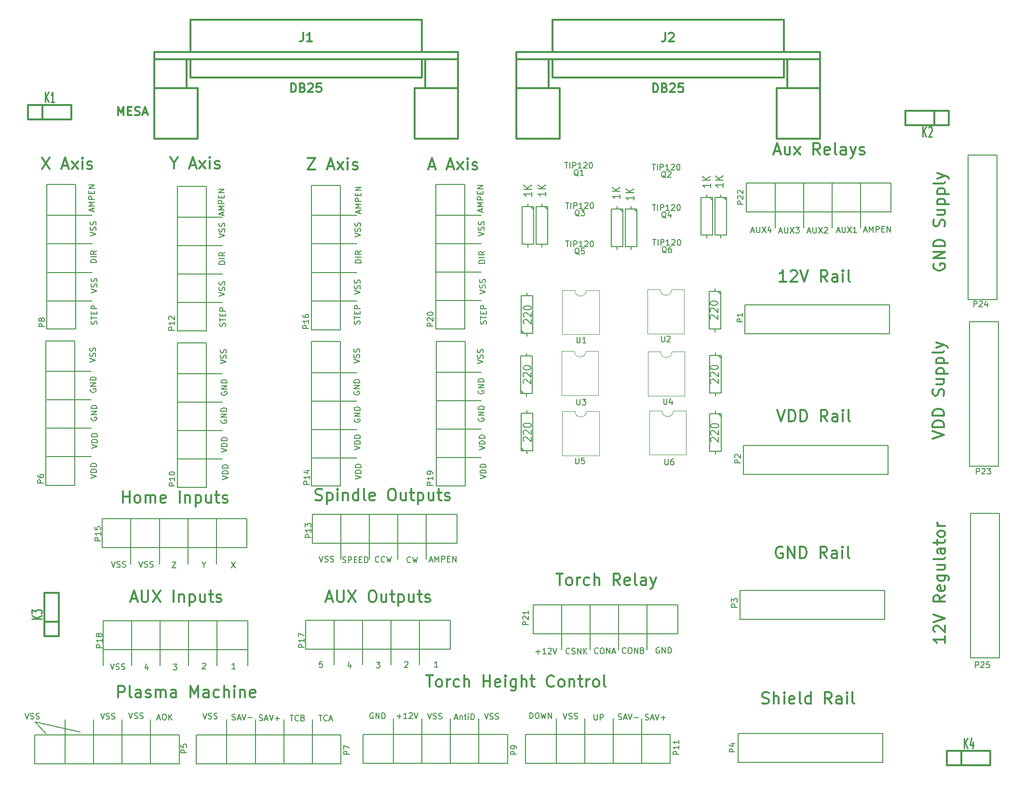
<source format=gto>
G04 #@! TF.FileFunction,Legend,Top*
%FSLAX46Y46*%
G04 Gerber Fmt 4.6, Leading zero omitted, Abs format (unit mm)*
G04 Created by KiCad (PCBNEW 4.0.4-stable) date 11/11/17 12:43:10*
%MOMM*%
%LPD*%
G01*
G04 APERTURE LIST*
%ADD10C,0.100000*%
%ADD11C,0.200000*%
%ADD12C,0.190500*%
%ADD13C,0.300000*%
%ADD14C,0.150000*%
%ADD15C,0.304800*%
%ADD16C,0.203200*%
%ADD17C,0.120000*%
%ADD18C,0.269240*%
G04 APERTURE END LIST*
D10*
D11*
X137760000Y-164300000D02*
X145620000Y-166060000D01*
X139610000Y-166270000D02*
X137760000Y-164300000D01*
D12*
X170669333Y-75212285D02*
X170669333Y-74728476D01*
X170959619Y-75309047D02*
X169943619Y-74970380D01*
X170959619Y-74631714D01*
X170959619Y-74293047D02*
X169943619Y-74293047D01*
X170669333Y-73954381D01*
X169943619Y-73615714D01*
X170959619Y-73615714D01*
X170959619Y-73131904D02*
X169943619Y-73131904D01*
X169943619Y-72744857D01*
X169992000Y-72648095D01*
X170040381Y-72599714D01*
X170137143Y-72551333D01*
X170282286Y-72551333D01*
X170379048Y-72599714D01*
X170427429Y-72648095D01*
X170475810Y-72744857D01*
X170475810Y-73131904D01*
X170427429Y-72115904D02*
X170427429Y-71777238D01*
X170959619Y-71632095D02*
X170959619Y-72115904D01*
X169943619Y-72115904D01*
X169943619Y-71632095D01*
X170959619Y-71196666D02*
X169943619Y-71196666D01*
X170959619Y-70616095D01*
X169943619Y-70616095D01*
D13*
X152274286Y-57618571D02*
X152274286Y-56118571D01*
X152774286Y-57190000D01*
X153274286Y-56118571D01*
X153274286Y-57618571D01*
X153988572Y-56832857D02*
X154488572Y-56832857D01*
X154702858Y-57618571D02*
X153988572Y-57618571D01*
X153988572Y-56118571D01*
X154702858Y-56118571D01*
X155274286Y-57547143D02*
X155488572Y-57618571D01*
X155845715Y-57618571D01*
X155988572Y-57547143D01*
X156060001Y-57475714D01*
X156131429Y-57332857D01*
X156131429Y-57190000D01*
X156060001Y-57047143D01*
X155988572Y-56975714D01*
X155845715Y-56904286D01*
X155560001Y-56832857D01*
X155417143Y-56761429D01*
X155345715Y-56690000D01*
X155274286Y-56547143D01*
X155274286Y-56404286D01*
X155345715Y-56261429D01*
X155417143Y-56190000D01*
X155560001Y-56118571D01*
X155917143Y-56118571D01*
X156131429Y-56190000D01*
X156702857Y-57190000D02*
X157417143Y-57190000D01*
X156560000Y-57618571D02*
X157060000Y-56118571D01*
X157560000Y-57618571D01*
D12*
X187536286Y-163043619D02*
X188116857Y-163043619D01*
X187826572Y-164059619D02*
X187826572Y-163043619D01*
X189036095Y-163962857D02*
X188987714Y-164011238D01*
X188842571Y-164059619D01*
X188745809Y-164059619D01*
X188600667Y-164011238D01*
X188503905Y-163914476D01*
X188455524Y-163817714D01*
X188407143Y-163624190D01*
X188407143Y-163479048D01*
X188455524Y-163285524D01*
X188503905Y-163188762D01*
X188600667Y-163092000D01*
X188745809Y-163043619D01*
X188842571Y-163043619D01*
X188987714Y-163092000D01*
X189036095Y-163140381D01*
X189423143Y-163769333D02*
X189906952Y-163769333D01*
X189326381Y-164059619D02*
X189665048Y-163043619D01*
X190003714Y-164059619D01*
D11*
X186400000Y-163800000D02*
X186400000Y-171600000D01*
X176400000Y-163800000D02*
X176400000Y-171600000D01*
D12*
X167183715Y-162703619D02*
X167522382Y-163719619D01*
X167861048Y-162703619D01*
X168151334Y-163671238D02*
X168296477Y-163719619D01*
X168538381Y-163719619D01*
X168635143Y-163671238D01*
X168683524Y-163622857D01*
X168731905Y-163526095D01*
X168731905Y-163429333D01*
X168683524Y-163332571D01*
X168635143Y-163284190D01*
X168538381Y-163235810D01*
X168344858Y-163187429D01*
X168248096Y-163139048D01*
X168199715Y-163090667D01*
X168151334Y-162993905D01*
X168151334Y-162897143D01*
X168199715Y-162800381D01*
X168248096Y-162752000D01*
X168344858Y-162703619D01*
X168586762Y-162703619D01*
X168731905Y-162752000D01*
X169118953Y-163671238D02*
X169264096Y-163719619D01*
X169506000Y-163719619D01*
X169602762Y-163671238D01*
X169651143Y-163622857D01*
X169699524Y-163526095D01*
X169699524Y-163429333D01*
X169651143Y-163332571D01*
X169602762Y-163284190D01*
X169506000Y-163235810D01*
X169312477Y-163187429D01*
X169215715Y-163139048D01*
X169167334Y-163090667D01*
X169118953Y-162993905D01*
X169118953Y-162897143D01*
X169167334Y-162800381D01*
X169215715Y-162752000D01*
X169312477Y-162703619D01*
X169554381Y-162703619D01*
X169699524Y-162752000D01*
D11*
X171400000Y-171600000D02*
X171400000Y-163800000D01*
D12*
X172319905Y-163871238D02*
X172465048Y-163919619D01*
X172706952Y-163919619D01*
X172803714Y-163871238D01*
X172852095Y-163822857D01*
X172900476Y-163726095D01*
X172900476Y-163629333D01*
X172852095Y-163532571D01*
X172803714Y-163484190D01*
X172706952Y-163435810D01*
X172513429Y-163387429D01*
X172416667Y-163339048D01*
X172368286Y-163290667D01*
X172319905Y-163193905D01*
X172319905Y-163097143D01*
X172368286Y-163000381D01*
X172416667Y-162952000D01*
X172513429Y-162903619D01*
X172755333Y-162903619D01*
X172900476Y-162952000D01*
X173287524Y-163629333D02*
X173771333Y-163629333D01*
X173190762Y-163919619D02*
X173529429Y-162903619D01*
X173868095Y-163919619D01*
X174061619Y-162903619D02*
X174400286Y-163919619D01*
X174738952Y-162903619D01*
X175077619Y-163532571D02*
X175851714Y-163532571D01*
D11*
X158000000Y-163800000D02*
X158000000Y-171600000D01*
D12*
X154193715Y-162673619D02*
X154532382Y-163689619D01*
X154871048Y-162673619D01*
X155161334Y-163641238D02*
X155306477Y-163689619D01*
X155548381Y-163689619D01*
X155645143Y-163641238D01*
X155693524Y-163592857D01*
X155741905Y-163496095D01*
X155741905Y-163399333D01*
X155693524Y-163302571D01*
X155645143Y-163254190D01*
X155548381Y-163205810D01*
X155354858Y-163157429D01*
X155258096Y-163109048D01*
X155209715Y-163060667D01*
X155161334Y-162963905D01*
X155161334Y-162867143D01*
X155209715Y-162770381D01*
X155258096Y-162722000D01*
X155354858Y-162673619D01*
X155596762Y-162673619D01*
X155741905Y-162722000D01*
X156128953Y-163641238D02*
X156274096Y-163689619D01*
X156516000Y-163689619D01*
X156612762Y-163641238D01*
X156661143Y-163592857D01*
X156709524Y-163496095D01*
X156709524Y-163399333D01*
X156661143Y-163302571D01*
X156612762Y-163254190D01*
X156516000Y-163205810D01*
X156322477Y-163157429D01*
X156225715Y-163109048D01*
X156177334Y-163060667D01*
X156128953Y-162963905D01*
X156128953Y-162867143D01*
X156177334Y-162770381D01*
X156225715Y-162722000D01*
X156322477Y-162673619D01*
X156564381Y-162673619D01*
X156709524Y-162722000D01*
X159197905Y-163609333D02*
X159681714Y-163609333D01*
X159101143Y-163899619D02*
X159439810Y-162883619D01*
X159778476Y-163899619D01*
X160310667Y-162883619D02*
X160504190Y-162883619D01*
X160600952Y-162932000D01*
X160697714Y-163028762D01*
X160746095Y-163222286D01*
X160746095Y-163560952D01*
X160697714Y-163754476D01*
X160600952Y-163851238D01*
X160504190Y-163899619D01*
X160310667Y-163899619D01*
X160213905Y-163851238D01*
X160117143Y-163754476D01*
X160068762Y-163560952D01*
X160068762Y-163222286D01*
X160117143Y-163028762D01*
X160213905Y-162932000D01*
X160310667Y-162883619D01*
X161181524Y-163899619D02*
X161181524Y-162883619D01*
X161762095Y-163899619D02*
X161326667Y-163319048D01*
X161762095Y-162883619D02*
X161181524Y-163464190D01*
D13*
X152331526Y-159969238D02*
X152331526Y-157937238D01*
X153105621Y-157937238D01*
X153299145Y-158034000D01*
X153395906Y-158130762D01*
X153492668Y-158324286D01*
X153492668Y-158614571D01*
X153395906Y-158808095D01*
X153299145Y-158904857D01*
X153105621Y-159001619D01*
X152331526Y-159001619D01*
X154653811Y-159969238D02*
X154460287Y-159872476D01*
X154363526Y-159678952D01*
X154363526Y-157937238D01*
X156298764Y-159969238D02*
X156298764Y-158904857D01*
X156202002Y-158711333D01*
X156008478Y-158614571D01*
X155621430Y-158614571D01*
X155427907Y-158711333D01*
X156298764Y-159872476D02*
X156105240Y-159969238D01*
X155621430Y-159969238D01*
X155427907Y-159872476D01*
X155331145Y-159678952D01*
X155331145Y-159485429D01*
X155427907Y-159291905D01*
X155621430Y-159195143D01*
X156105240Y-159195143D01*
X156298764Y-159098381D01*
X157169621Y-159872476D02*
X157363144Y-159969238D01*
X157750192Y-159969238D01*
X157943716Y-159872476D01*
X158040478Y-159678952D01*
X158040478Y-159582190D01*
X157943716Y-159388667D01*
X157750192Y-159291905D01*
X157459906Y-159291905D01*
X157266383Y-159195143D01*
X157169621Y-159001619D01*
X157169621Y-158904857D01*
X157266383Y-158711333D01*
X157459906Y-158614571D01*
X157750192Y-158614571D01*
X157943716Y-158711333D01*
X158911335Y-159969238D02*
X158911335Y-158614571D01*
X158911335Y-158808095D02*
X159008096Y-158711333D01*
X159201620Y-158614571D01*
X159491906Y-158614571D01*
X159685430Y-158711333D01*
X159782192Y-158904857D01*
X159782192Y-159969238D01*
X159782192Y-158904857D02*
X159878954Y-158711333D01*
X160072477Y-158614571D01*
X160362763Y-158614571D01*
X160556287Y-158711333D01*
X160653049Y-158904857D01*
X160653049Y-159969238D01*
X162491525Y-159969238D02*
X162491525Y-158904857D01*
X162394763Y-158711333D01*
X162201239Y-158614571D01*
X161814191Y-158614571D01*
X161620668Y-158711333D01*
X162491525Y-159872476D02*
X162298001Y-159969238D01*
X161814191Y-159969238D01*
X161620668Y-159872476D01*
X161523906Y-159678952D01*
X161523906Y-159485429D01*
X161620668Y-159291905D01*
X161814191Y-159195143D01*
X162298001Y-159195143D01*
X162491525Y-159098381D01*
X165007334Y-159969238D02*
X165007334Y-157937238D01*
X165684667Y-159388667D01*
X166362000Y-157937238D01*
X166362000Y-159969238D01*
X168200477Y-159969238D02*
X168200477Y-158904857D01*
X168103715Y-158711333D01*
X167910191Y-158614571D01*
X167523143Y-158614571D01*
X167329620Y-158711333D01*
X168200477Y-159872476D02*
X168006953Y-159969238D01*
X167523143Y-159969238D01*
X167329620Y-159872476D01*
X167232858Y-159678952D01*
X167232858Y-159485429D01*
X167329620Y-159291905D01*
X167523143Y-159195143D01*
X168006953Y-159195143D01*
X168200477Y-159098381D01*
X170038953Y-159872476D02*
X169845429Y-159969238D01*
X169458381Y-159969238D01*
X169264857Y-159872476D01*
X169168096Y-159775714D01*
X169071334Y-159582190D01*
X169071334Y-159001619D01*
X169168096Y-158808095D01*
X169264857Y-158711333D01*
X169458381Y-158614571D01*
X169845429Y-158614571D01*
X170038953Y-158711333D01*
X170909810Y-159969238D02*
X170909810Y-157937238D01*
X171780667Y-159969238D02*
X171780667Y-158904857D01*
X171683905Y-158711333D01*
X171490381Y-158614571D01*
X171200095Y-158614571D01*
X171006571Y-158711333D01*
X170909810Y-158808095D01*
X172748286Y-159969238D02*
X172748286Y-158614571D01*
X172748286Y-157937238D02*
X172651524Y-158034000D01*
X172748286Y-158130762D01*
X172845047Y-158034000D01*
X172748286Y-157937238D01*
X172748286Y-158130762D01*
X173715905Y-158614571D02*
X173715905Y-159969238D01*
X173715905Y-158808095D02*
X173812666Y-158711333D01*
X174006190Y-158614571D01*
X174296476Y-158614571D01*
X174490000Y-158711333D01*
X174586762Y-158904857D01*
X174586762Y-159969238D01*
X176328476Y-159872476D02*
X176134952Y-159969238D01*
X175747904Y-159969238D01*
X175554381Y-159872476D01*
X175457619Y-159678952D01*
X175457619Y-158904857D01*
X175554381Y-158711333D01*
X175747904Y-158614571D01*
X176134952Y-158614571D01*
X176328476Y-158711333D01*
X176425238Y-158904857D01*
X176425238Y-159098381D01*
X175457619Y-159291905D01*
D12*
X177119905Y-163981238D02*
X177265048Y-164029619D01*
X177506952Y-164029619D01*
X177603714Y-163981238D01*
X177652095Y-163932857D01*
X177700476Y-163836095D01*
X177700476Y-163739333D01*
X177652095Y-163642571D01*
X177603714Y-163594190D01*
X177506952Y-163545810D01*
X177313429Y-163497429D01*
X177216667Y-163449048D01*
X177168286Y-163400667D01*
X177119905Y-163303905D01*
X177119905Y-163207143D01*
X177168286Y-163110381D01*
X177216667Y-163062000D01*
X177313429Y-163013619D01*
X177555333Y-163013619D01*
X177700476Y-163062000D01*
X178087524Y-163739333D02*
X178571333Y-163739333D01*
X177990762Y-164029619D02*
X178329429Y-163013619D01*
X178668095Y-164029619D01*
X178861619Y-163013619D02*
X179200286Y-164029619D01*
X179538952Y-163013619D01*
X179877619Y-163642571D02*
X180651714Y-163642571D01*
X180264666Y-164029619D02*
X180264666Y-163255524D01*
D11*
X181400000Y-163800000D02*
X181400000Y-171600000D01*
D12*
X182493715Y-163043619D02*
X183074286Y-163043619D01*
X182784001Y-164059619D02*
X182784001Y-163043619D01*
X183993524Y-163962857D02*
X183945143Y-164011238D01*
X183800000Y-164059619D01*
X183703238Y-164059619D01*
X183558096Y-164011238D01*
X183461334Y-163914476D01*
X183412953Y-163817714D01*
X183364572Y-163624190D01*
X183364572Y-163479048D01*
X183412953Y-163285524D01*
X183461334Y-163188762D01*
X183558096Y-163092000D01*
X183703238Y-163043619D01*
X183800000Y-163043619D01*
X183945143Y-163092000D01*
X183993524Y-163140381D01*
X184767619Y-163527429D02*
X184912762Y-163575810D01*
X184961143Y-163624190D01*
X185009524Y-163720952D01*
X185009524Y-163866095D01*
X184961143Y-163962857D01*
X184912762Y-164011238D01*
X184816000Y-164059619D01*
X184428953Y-164059619D01*
X184428953Y-163043619D01*
X184767619Y-163043619D01*
X184864381Y-163092000D01*
X184912762Y-163140381D01*
X184961143Y-163237143D01*
X184961143Y-163333905D01*
X184912762Y-163430667D01*
X184864381Y-163479048D01*
X184767619Y-163527429D01*
X184428953Y-163527429D01*
D11*
X190250000Y-154200000D02*
X190250000Y-146400000D01*
D12*
X193143524Y-154092286D02*
X193143524Y-154769619D01*
X192901620Y-153705238D02*
X192659715Y-154430952D01*
X193288667Y-154430952D01*
X188151905Y-153663619D02*
X187668096Y-153663619D01*
X187619715Y-154147429D01*
X187668096Y-154099048D01*
X187764858Y-154050667D01*
X188006762Y-154050667D01*
X188103524Y-154099048D01*
X188151905Y-154147429D01*
X188200286Y-154244190D01*
X188200286Y-154486095D01*
X188151905Y-154582857D01*
X188103524Y-154631238D01*
X188006762Y-154679619D01*
X187764858Y-154679619D01*
X187668096Y-154631238D01*
X187619715Y-154582857D01*
D11*
X205250000Y-146400000D02*
X205250000Y-154200000D01*
D12*
X206663715Y-162733619D02*
X207002382Y-163749619D01*
X207341048Y-162733619D01*
X207631334Y-163701238D02*
X207776477Y-163749619D01*
X208018381Y-163749619D01*
X208115143Y-163701238D01*
X208163524Y-163652857D01*
X208211905Y-163556095D01*
X208211905Y-163459333D01*
X208163524Y-163362571D01*
X208115143Y-163314190D01*
X208018381Y-163265810D01*
X207824858Y-163217429D01*
X207728096Y-163169048D01*
X207679715Y-163120667D01*
X207631334Y-163023905D01*
X207631334Y-162927143D01*
X207679715Y-162830381D01*
X207728096Y-162782000D01*
X207824858Y-162733619D01*
X208066762Y-162733619D01*
X208211905Y-162782000D01*
X208598953Y-163701238D02*
X208744096Y-163749619D01*
X208986000Y-163749619D01*
X209082762Y-163701238D01*
X209131143Y-163652857D01*
X209179524Y-163556095D01*
X209179524Y-163459333D01*
X209131143Y-163362571D01*
X209082762Y-163314190D01*
X208986000Y-163265810D01*
X208792477Y-163217429D01*
X208695715Y-163169048D01*
X208647334Y-163120667D01*
X208598953Y-163023905D01*
X208598953Y-162927143D01*
X208647334Y-162830381D01*
X208695715Y-162782000D01*
X208792477Y-162733619D01*
X209034381Y-162733619D01*
X209179524Y-162782000D01*
D11*
X210650000Y-163675000D02*
X210650000Y-171475000D01*
X200250000Y-154200000D02*
X200250000Y-146400000D01*
D13*
X188944382Y-142618667D02*
X189912001Y-142618667D01*
X188750858Y-143199238D02*
X189428191Y-141167238D01*
X190105524Y-143199238D01*
X190782858Y-141167238D02*
X190782858Y-142812190D01*
X190879619Y-143005714D01*
X190976381Y-143102476D01*
X191169905Y-143199238D01*
X191556953Y-143199238D01*
X191750477Y-143102476D01*
X191847238Y-143005714D01*
X191944000Y-142812190D01*
X191944000Y-141167238D01*
X192718096Y-141167238D02*
X194072762Y-143199238D01*
X194072762Y-141167238D02*
X192718096Y-143199238D01*
X196782095Y-141167238D02*
X197169143Y-141167238D01*
X197362667Y-141264000D01*
X197556190Y-141457524D01*
X197652952Y-141844571D01*
X197652952Y-142521905D01*
X197556190Y-142908952D01*
X197362667Y-143102476D01*
X197169143Y-143199238D01*
X196782095Y-143199238D01*
X196588571Y-143102476D01*
X196395048Y-142908952D01*
X196298286Y-142521905D01*
X196298286Y-141844571D01*
X196395048Y-141457524D01*
X196588571Y-141264000D01*
X196782095Y-141167238D01*
X199394667Y-141844571D02*
X199394667Y-143199238D01*
X198523810Y-141844571D02*
X198523810Y-142908952D01*
X198620571Y-143102476D01*
X198814095Y-143199238D01*
X199104381Y-143199238D01*
X199297905Y-143102476D01*
X199394667Y-143005714D01*
X200072000Y-141844571D02*
X200846095Y-141844571D01*
X200362286Y-141167238D02*
X200362286Y-142908952D01*
X200459047Y-143102476D01*
X200652571Y-143199238D01*
X200846095Y-143199238D01*
X201523429Y-141844571D02*
X201523429Y-143876571D01*
X201523429Y-141941333D02*
X201716952Y-141844571D01*
X202104000Y-141844571D01*
X202297524Y-141941333D01*
X202394286Y-142038095D01*
X202491048Y-142231619D01*
X202491048Y-142812190D01*
X202394286Y-143005714D01*
X202297524Y-143102476D01*
X202104000Y-143199238D01*
X201716952Y-143199238D01*
X201523429Y-143102476D01*
X204232762Y-141844571D02*
X204232762Y-143199238D01*
X203361905Y-141844571D02*
X203361905Y-142908952D01*
X203458666Y-143102476D01*
X203652190Y-143199238D01*
X203942476Y-143199238D01*
X204136000Y-143102476D01*
X204232762Y-143005714D01*
X204910095Y-141844571D02*
X205684190Y-141844571D01*
X205200381Y-141167238D02*
X205200381Y-142908952D01*
X205297142Y-143102476D01*
X205490666Y-143199238D01*
X205684190Y-143199238D01*
X206264762Y-143102476D02*
X206458285Y-143199238D01*
X206845333Y-143199238D01*
X207038857Y-143102476D01*
X207135619Y-142908952D01*
X207135619Y-142812190D01*
X207038857Y-142618667D01*
X206845333Y-142521905D01*
X206555047Y-142521905D01*
X206361524Y-142425143D01*
X206264762Y-142231619D01*
X206264762Y-142134857D01*
X206361524Y-141941333D01*
X206555047Y-141844571D01*
X206845333Y-141844571D01*
X207038857Y-141941333D01*
D11*
X195250000Y-154200000D02*
X195250000Y-146400000D01*
X205650000Y-163675000D02*
X205650000Y-171475000D01*
X200650000Y-171475000D02*
X200650000Y-163675000D01*
D12*
X197085905Y-162732000D02*
X196989143Y-162683619D01*
X196844000Y-162683619D01*
X196698858Y-162732000D01*
X196602096Y-162828762D01*
X196553715Y-162925524D01*
X196505334Y-163119048D01*
X196505334Y-163264190D01*
X196553715Y-163457714D01*
X196602096Y-163554476D01*
X196698858Y-163651238D01*
X196844000Y-163699619D01*
X196940762Y-163699619D01*
X197085905Y-163651238D01*
X197134286Y-163602857D01*
X197134286Y-163264190D01*
X196940762Y-163264190D01*
X197569715Y-163699619D02*
X197569715Y-162683619D01*
X198150286Y-163699619D01*
X198150286Y-162683619D01*
X198634096Y-163699619D02*
X198634096Y-162683619D01*
X198876001Y-162683619D01*
X199021143Y-162732000D01*
X199117905Y-162828762D01*
X199166286Y-162925524D01*
X199214667Y-163119048D01*
X199214667Y-163264190D01*
X199166286Y-163457714D01*
X199117905Y-163554476D01*
X199021143Y-163651238D01*
X198876001Y-163699619D01*
X198634096Y-163699619D01*
X208470286Y-154599619D02*
X207889715Y-154599619D01*
X208180001Y-154599619D02*
X208180001Y-153583619D01*
X208083239Y-153728762D01*
X207986477Y-153825524D01*
X207889715Y-153873905D01*
X201259905Y-163262571D02*
X202034000Y-163262571D01*
X201646952Y-163649619D02*
X201646952Y-162875524D01*
X203050000Y-163649619D02*
X202469429Y-163649619D01*
X202759715Y-163649619D02*
X202759715Y-162633619D01*
X202662953Y-162778762D01*
X202566191Y-162875524D01*
X202469429Y-162923905D01*
X203437048Y-162730381D02*
X203485429Y-162682000D01*
X203582191Y-162633619D01*
X203824095Y-162633619D01*
X203920857Y-162682000D01*
X203969238Y-162730381D01*
X204017619Y-162827143D01*
X204017619Y-162923905D01*
X203969238Y-163069048D01*
X203388667Y-163649619D01*
X204017619Y-163649619D01*
X204307905Y-162633619D02*
X204646572Y-163649619D01*
X204985238Y-162633619D01*
X202619715Y-153760381D02*
X202668096Y-153712000D01*
X202764858Y-153663619D01*
X203006762Y-153663619D01*
X203103524Y-153712000D01*
X203151905Y-153760381D01*
X203200286Y-153857143D01*
X203200286Y-153953905D01*
X203151905Y-154099048D01*
X202571334Y-154679619D01*
X203200286Y-154679619D01*
X197651334Y-153733619D02*
X198280286Y-153733619D01*
X197941620Y-154120667D01*
X198086762Y-154120667D01*
X198183524Y-154169048D01*
X198231905Y-154217429D01*
X198280286Y-154314190D01*
X198280286Y-154556095D01*
X198231905Y-154652857D01*
X198183524Y-154701238D01*
X198086762Y-154749619D01*
X197796477Y-154749619D01*
X197699715Y-154701238D01*
X197651334Y-154652857D01*
X211398286Y-163559333D02*
X211882095Y-163559333D01*
X211301524Y-163849619D02*
X211640191Y-162833619D01*
X211978857Y-163849619D01*
X212317524Y-163172286D02*
X212317524Y-163849619D01*
X212317524Y-163269048D02*
X212365905Y-163220667D01*
X212462667Y-163172286D01*
X212607809Y-163172286D01*
X212704571Y-163220667D01*
X212752952Y-163317429D01*
X212752952Y-163849619D01*
X213091619Y-163172286D02*
X213478667Y-163172286D01*
X213236762Y-162833619D02*
X213236762Y-163704476D01*
X213285143Y-163801238D01*
X213381905Y-163849619D01*
X213478667Y-163849619D01*
X213817333Y-163849619D02*
X213817333Y-163172286D01*
X213817333Y-162833619D02*
X213768952Y-162882000D01*
X213817333Y-162930381D01*
X213865714Y-162882000D01*
X213817333Y-162833619D01*
X213817333Y-162930381D01*
X214301143Y-163849619D02*
X214301143Y-162833619D01*
X214543048Y-162833619D01*
X214688190Y-162882000D01*
X214784952Y-162978762D01*
X214833333Y-163075524D01*
X214881714Y-163269048D01*
X214881714Y-163414190D01*
X214833333Y-163607714D01*
X214784952Y-163704476D01*
X214688190Y-163801238D01*
X214543048Y-163849619D01*
X214301143Y-163849619D01*
D11*
X215650000Y-163675000D02*
X215650000Y-171475000D01*
D12*
X216613715Y-162773619D02*
X216952382Y-163789619D01*
X217291048Y-162773619D01*
X217581334Y-163741238D02*
X217726477Y-163789619D01*
X217968381Y-163789619D01*
X218065143Y-163741238D01*
X218113524Y-163692857D01*
X218161905Y-163596095D01*
X218161905Y-163499333D01*
X218113524Y-163402571D01*
X218065143Y-163354190D01*
X217968381Y-163305810D01*
X217774858Y-163257429D01*
X217678096Y-163209048D01*
X217629715Y-163160667D01*
X217581334Y-163063905D01*
X217581334Y-162967143D01*
X217629715Y-162870381D01*
X217678096Y-162822000D01*
X217774858Y-162773619D01*
X218016762Y-162773619D01*
X218161905Y-162822000D01*
X218548953Y-163741238D02*
X218694096Y-163789619D01*
X218936000Y-163789619D01*
X219032762Y-163741238D01*
X219081143Y-163692857D01*
X219129524Y-163596095D01*
X219129524Y-163499333D01*
X219081143Y-163402571D01*
X219032762Y-163354190D01*
X218936000Y-163305810D01*
X218742477Y-163257429D01*
X218645715Y-163209048D01*
X218597334Y-163160667D01*
X218548953Y-163063905D01*
X218548953Y-162967143D01*
X218597334Y-162870381D01*
X218645715Y-162822000D01*
X218742477Y-162773619D01*
X218984381Y-162773619D01*
X219129524Y-162822000D01*
X155943715Y-136023619D02*
X156282382Y-137039619D01*
X156621048Y-136023619D01*
X156911334Y-136991238D02*
X157056477Y-137039619D01*
X157298381Y-137039619D01*
X157395143Y-136991238D01*
X157443524Y-136942857D01*
X157491905Y-136846095D01*
X157491905Y-136749333D01*
X157443524Y-136652571D01*
X157395143Y-136604190D01*
X157298381Y-136555810D01*
X157104858Y-136507429D01*
X157008096Y-136459048D01*
X156959715Y-136410667D01*
X156911334Y-136313905D01*
X156911334Y-136217143D01*
X156959715Y-136120381D01*
X157008096Y-136072000D01*
X157104858Y-136023619D01*
X157346762Y-136023619D01*
X157491905Y-136072000D01*
X157878953Y-136991238D02*
X158024096Y-137039619D01*
X158266000Y-137039619D01*
X158362762Y-136991238D01*
X158411143Y-136942857D01*
X158459524Y-136846095D01*
X158459524Y-136749333D01*
X158411143Y-136652571D01*
X158362762Y-136604190D01*
X158266000Y-136555810D01*
X158072477Y-136507429D01*
X157975715Y-136459048D01*
X157927334Y-136410667D01*
X157878953Y-136313905D01*
X157878953Y-136217143D01*
X157927334Y-136120381D01*
X157975715Y-136072000D01*
X158072477Y-136023619D01*
X158314381Y-136023619D01*
X158459524Y-136072000D01*
X151123715Y-136043619D02*
X151462382Y-137059619D01*
X151801048Y-136043619D01*
X152091334Y-137011238D02*
X152236477Y-137059619D01*
X152478381Y-137059619D01*
X152575143Y-137011238D01*
X152623524Y-136962857D01*
X152671905Y-136866095D01*
X152671905Y-136769333D01*
X152623524Y-136672571D01*
X152575143Y-136624190D01*
X152478381Y-136575810D01*
X152284858Y-136527429D01*
X152188096Y-136479048D01*
X152139715Y-136430667D01*
X152091334Y-136333905D01*
X152091334Y-136237143D01*
X152139715Y-136140381D01*
X152188096Y-136092000D01*
X152284858Y-136043619D01*
X152526762Y-136043619D01*
X152671905Y-136092000D01*
X153058953Y-137011238D02*
X153204096Y-137059619D01*
X153446000Y-137059619D01*
X153542762Y-137011238D01*
X153591143Y-136962857D01*
X153639524Y-136866095D01*
X153639524Y-136769333D01*
X153591143Y-136672571D01*
X153542762Y-136624190D01*
X153446000Y-136575810D01*
X153252477Y-136527429D01*
X153155715Y-136479048D01*
X153107334Y-136430667D01*
X153058953Y-136333905D01*
X153058953Y-136237143D01*
X153107334Y-136140381D01*
X153155715Y-136092000D01*
X153252477Y-136043619D01*
X153494381Y-136043619D01*
X153639524Y-136092000D01*
D11*
X154550000Y-136450000D02*
X154550000Y-128650000D01*
D13*
X154595525Y-142618667D02*
X155563144Y-142618667D01*
X154402001Y-143199238D02*
X155079334Y-141167238D01*
X155756667Y-143199238D01*
X156434001Y-141167238D02*
X156434001Y-142812190D01*
X156530762Y-143005714D01*
X156627524Y-143102476D01*
X156821048Y-143199238D01*
X157208096Y-143199238D01*
X157401620Y-143102476D01*
X157498381Y-143005714D01*
X157595143Y-142812190D01*
X157595143Y-141167238D01*
X158369239Y-141167238D02*
X159723905Y-143199238D01*
X159723905Y-141167238D02*
X158369239Y-143199238D01*
X162046191Y-143199238D02*
X162046191Y-141167238D01*
X163013810Y-141844571D02*
X163013810Y-143199238D01*
X163013810Y-142038095D02*
X163110571Y-141941333D01*
X163304095Y-141844571D01*
X163594381Y-141844571D01*
X163787905Y-141941333D01*
X163884667Y-142134857D01*
X163884667Y-143199238D01*
X164852286Y-141844571D02*
X164852286Y-143876571D01*
X164852286Y-141941333D02*
X165045809Y-141844571D01*
X165432857Y-141844571D01*
X165626381Y-141941333D01*
X165723143Y-142038095D01*
X165819905Y-142231619D01*
X165819905Y-142812190D01*
X165723143Y-143005714D01*
X165626381Y-143102476D01*
X165432857Y-143199238D01*
X165045809Y-143199238D01*
X164852286Y-143102476D01*
X167561619Y-141844571D02*
X167561619Y-143199238D01*
X166690762Y-141844571D02*
X166690762Y-142908952D01*
X166787523Y-143102476D01*
X166981047Y-143199238D01*
X167271333Y-143199238D01*
X167464857Y-143102476D01*
X167561619Y-143005714D01*
X168238952Y-141844571D02*
X169013047Y-141844571D01*
X168529238Y-141167238D02*
X168529238Y-142908952D01*
X168625999Y-143102476D01*
X168819523Y-143199238D01*
X169013047Y-143199238D01*
X169593619Y-143102476D02*
X169787142Y-143199238D01*
X170174190Y-143199238D01*
X170367714Y-143102476D01*
X170464476Y-142908952D01*
X170464476Y-142812190D01*
X170367714Y-142618667D01*
X170174190Y-142521905D01*
X169883904Y-142521905D01*
X169690381Y-142425143D01*
X169593619Y-142231619D01*
X169593619Y-142134857D01*
X169690381Y-141941333D01*
X169883904Y-141844571D01*
X170174190Y-141844571D01*
X170367714Y-141941333D01*
D11*
X175100000Y-151575000D02*
X175100000Y-154375000D01*
D12*
X167129715Y-154000381D02*
X167178096Y-153952000D01*
X167274858Y-153903619D01*
X167516762Y-153903619D01*
X167613524Y-153952000D01*
X167661905Y-154000381D01*
X167710286Y-154097143D01*
X167710286Y-154193905D01*
X167661905Y-154339048D01*
X167081334Y-154919619D01*
X167710286Y-154919619D01*
D11*
X169700000Y-146575000D02*
X169700000Y-154375000D01*
D12*
X172880286Y-154919619D02*
X172299715Y-154919619D01*
X172590001Y-154919619D02*
X172590001Y-153903619D01*
X172493239Y-154048762D01*
X172396477Y-154145524D01*
X172299715Y-154193905D01*
D11*
X164700000Y-154375000D02*
X164700000Y-146575000D01*
X170590000Y-118055000D02*
X162790000Y-118055000D01*
D13*
X153146002Y-125729238D02*
X153146002Y-123697238D01*
X153146002Y-124664857D02*
X154307144Y-124664857D01*
X154307144Y-125729238D02*
X154307144Y-123697238D01*
X155565049Y-125729238D02*
X155371525Y-125632476D01*
X155274764Y-125535714D01*
X155178002Y-125342190D01*
X155178002Y-124761619D01*
X155274764Y-124568095D01*
X155371525Y-124471333D01*
X155565049Y-124374571D01*
X155855335Y-124374571D01*
X156048859Y-124471333D01*
X156145621Y-124568095D01*
X156242383Y-124761619D01*
X156242383Y-125342190D01*
X156145621Y-125535714D01*
X156048859Y-125632476D01*
X155855335Y-125729238D01*
X155565049Y-125729238D01*
X157113240Y-125729238D02*
X157113240Y-124374571D01*
X157113240Y-124568095D02*
X157210001Y-124471333D01*
X157403525Y-124374571D01*
X157693811Y-124374571D01*
X157887335Y-124471333D01*
X157984097Y-124664857D01*
X157984097Y-125729238D01*
X157984097Y-124664857D02*
X158080859Y-124471333D01*
X158274382Y-124374571D01*
X158564668Y-124374571D01*
X158758192Y-124471333D01*
X158854954Y-124664857D01*
X158854954Y-125729238D01*
X160596668Y-125632476D02*
X160403144Y-125729238D01*
X160016096Y-125729238D01*
X159822573Y-125632476D01*
X159725811Y-125438952D01*
X159725811Y-124664857D01*
X159822573Y-124471333D01*
X160016096Y-124374571D01*
X160403144Y-124374571D01*
X160596668Y-124471333D01*
X160693430Y-124664857D01*
X160693430Y-124858381D01*
X159725811Y-125051905D01*
X163112477Y-125729238D02*
X163112477Y-123697238D01*
X164080096Y-124374571D02*
X164080096Y-125729238D01*
X164080096Y-124568095D02*
X164176857Y-124471333D01*
X164370381Y-124374571D01*
X164660667Y-124374571D01*
X164854191Y-124471333D01*
X164950953Y-124664857D01*
X164950953Y-125729238D01*
X165918572Y-124374571D02*
X165918572Y-126406571D01*
X165918572Y-124471333D02*
X166112095Y-124374571D01*
X166499143Y-124374571D01*
X166692667Y-124471333D01*
X166789429Y-124568095D01*
X166886191Y-124761619D01*
X166886191Y-125342190D01*
X166789429Y-125535714D01*
X166692667Y-125632476D01*
X166499143Y-125729238D01*
X166112095Y-125729238D01*
X165918572Y-125632476D01*
X168627905Y-124374571D02*
X168627905Y-125729238D01*
X167757048Y-124374571D02*
X167757048Y-125438952D01*
X167853809Y-125632476D01*
X168047333Y-125729238D01*
X168337619Y-125729238D01*
X168531143Y-125632476D01*
X168627905Y-125535714D01*
X169305238Y-124374571D02*
X170079333Y-124374571D01*
X169595524Y-123697238D02*
X169595524Y-125438952D01*
X169692285Y-125632476D01*
X169885809Y-125729238D01*
X170079333Y-125729238D01*
X170659905Y-125632476D02*
X170853428Y-125729238D01*
X171240476Y-125729238D01*
X171434000Y-125632476D01*
X171530762Y-125438952D01*
X171530762Y-125342190D01*
X171434000Y-125148667D01*
X171240476Y-125051905D01*
X170950190Y-125051905D01*
X170756667Y-124955143D01*
X170659905Y-124761619D01*
X170659905Y-124664857D01*
X170756667Y-124471333D01*
X170950190Y-124374571D01*
X171240476Y-124374571D01*
X171434000Y-124471333D01*
D12*
X170613619Y-121674666D02*
X171629619Y-121335999D01*
X170613619Y-120997333D01*
X171629619Y-120658666D02*
X170613619Y-120658666D01*
X170613619Y-120416761D01*
X170662000Y-120271619D01*
X170758762Y-120174857D01*
X170855524Y-120126476D01*
X171049048Y-120078095D01*
X171194190Y-120078095D01*
X171387714Y-120126476D01*
X171484476Y-120174857D01*
X171581238Y-120271619D01*
X171629619Y-120416761D01*
X171629619Y-120658666D01*
X171629619Y-119642666D02*
X170613619Y-119642666D01*
X170613619Y-119400761D01*
X170662000Y-119255619D01*
X170758762Y-119158857D01*
X170855524Y-119110476D01*
X171049048Y-119062095D01*
X171194190Y-119062095D01*
X171387714Y-119110476D01*
X171484476Y-119158857D01*
X171581238Y-119255619D01*
X171629619Y-119400761D01*
X171629619Y-119642666D01*
D11*
X159550000Y-136450000D02*
X159550000Y-128650000D01*
X169550000Y-128650000D02*
X169550000Y-136450000D01*
D12*
X167340001Y-136625810D02*
X167340001Y-137109619D01*
X167001334Y-136093619D02*
X167340001Y-136625810D01*
X167678667Y-136093619D01*
D11*
X164550000Y-136450000D02*
X164550000Y-128650000D01*
D12*
X161821334Y-136153619D02*
X162498667Y-136153619D01*
X161821334Y-137169619D01*
X162498667Y-137169619D01*
X172191334Y-136153619D02*
X172868667Y-137169619D01*
X172868667Y-136153619D02*
X172191334Y-137169619D01*
X147472000Y-105734095D02*
X147423619Y-105830857D01*
X147423619Y-105976000D01*
X147472000Y-106121142D01*
X147568762Y-106217904D01*
X147665524Y-106266285D01*
X147859048Y-106314666D01*
X148004190Y-106314666D01*
X148197714Y-106266285D01*
X148294476Y-106217904D01*
X148391238Y-106121142D01*
X148439619Y-105976000D01*
X148439619Y-105879238D01*
X148391238Y-105734095D01*
X148342857Y-105685714D01*
X148004190Y-105685714D01*
X148004190Y-105879238D01*
X148439619Y-105250285D02*
X147423619Y-105250285D01*
X148439619Y-104669714D01*
X147423619Y-104669714D01*
X148439619Y-104185904D02*
X147423619Y-104185904D01*
X147423619Y-103943999D01*
X147472000Y-103798857D01*
X147568762Y-103702095D01*
X147665524Y-103653714D01*
X147859048Y-103605333D01*
X148004190Y-103605333D01*
X148197714Y-103653714D01*
X148294476Y-103702095D01*
X148391238Y-103798857D01*
X148439619Y-103943999D01*
X148439619Y-104185904D01*
D11*
X139790000Y-102625000D02*
X147590000Y-102625000D01*
D12*
X147353619Y-100986285D02*
X148369619Y-100647618D01*
X147353619Y-100308952D01*
X148321238Y-100018666D02*
X148369619Y-99873523D01*
X148369619Y-99631619D01*
X148321238Y-99534857D01*
X148272857Y-99486476D01*
X148176095Y-99438095D01*
X148079333Y-99438095D01*
X147982571Y-99486476D01*
X147934190Y-99534857D01*
X147885810Y-99631619D01*
X147837429Y-99825142D01*
X147789048Y-99921904D01*
X147740667Y-99970285D01*
X147643905Y-100018666D01*
X147547143Y-100018666D01*
X147450381Y-99970285D01*
X147402000Y-99921904D01*
X147353619Y-99825142D01*
X147353619Y-99583238D01*
X147402000Y-99438095D01*
X148321238Y-99051047D02*
X148369619Y-98905904D01*
X148369619Y-98664000D01*
X148321238Y-98567238D01*
X148272857Y-98518857D01*
X148176095Y-98470476D01*
X148079333Y-98470476D01*
X147982571Y-98518857D01*
X147934190Y-98567238D01*
X147885810Y-98664000D01*
X147837429Y-98857523D01*
X147789048Y-98954285D01*
X147740667Y-99002666D01*
X147643905Y-99051047D01*
X147547143Y-99051047D01*
X147450381Y-99002666D01*
X147402000Y-98954285D01*
X147353619Y-98857523D01*
X147353619Y-98615619D01*
X147402000Y-98470476D01*
D11*
X147590000Y-107625000D02*
X139790000Y-107625000D01*
D12*
X147612000Y-110724095D02*
X147563619Y-110820857D01*
X147563619Y-110966000D01*
X147612000Y-111111142D01*
X147708762Y-111207904D01*
X147805524Y-111256285D01*
X147999048Y-111304666D01*
X148144190Y-111304666D01*
X148337714Y-111256285D01*
X148434476Y-111207904D01*
X148531238Y-111111142D01*
X148579619Y-110966000D01*
X148579619Y-110869238D01*
X148531238Y-110724095D01*
X148482857Y-110675714D01*
X148144190Y-110675714D01*
X148144190Y-110869238D01*
X148579619Y-110240285D02*
X147563619Y-110240285D01*
X148579619Y-109659714D01*
X147563619Y-109659714D01*
X148579619Y-109175904D02*
X147563619Y-109175904D01*
X147563619Y-108933999D01*
X147612000Y-108788857D01*
X147708762Y-108692095D01*
X147805524Y-108643714D01*
X147999048Y-108595333D01*
X148144190Y-108595333D01*
X148337714Y-108643714D01*
X148434476Y-108692095D01*
X148531238Y-108788857D01*
X148579619Y-108933999D01*
X148579619Y-109175904D01*
X147633619Y-116164666D02*
X148649619Y-115825999D01*
X147633619Y-115487333D01*
X148649619Y-115148666D02*
X147633619Y-115148666D01*
X147633619Y-114906761D01*
X147682000Y-114761619D01*
X147778762Y-114664857D01*
X147875524Y-114616476D01*
X148069048Y-114568095D01*
X148214190Y-114568095D01*
X148407714Y-114616476D01*
X148504476Y-114664857D01*
X148601238Y-114761619D01*
X148649619Y-114906761D01*
X148649619Y-115148666D01*
X148649619Y-114132666D02*
X147633619Y-114132666D01*
X147633619Y-113890761D01*
X147682000Y-113745619D01*
X147778762Y-113648857D01*
X147875524Y-113600476D01*
X148069048Y-113552095D01*
X148214190Y-113552095D01*
X148407714Y-113600476D01*
X148504476Y-113648857D01*
X148601238Y-113745619D01*
X148649619Y-113890761D01*
X148649619Y-114132666D01*
D11*
X147590000Y-112625000D02*
X139790000Y-112625000D01*
X147590000Y-117625000D02*
X139790000Y-117625000D01*
D12*
X147493619Y-121374666D02*
X148509619Y-121035999D01*
X147493619Y-120697333D01*
X148509619Y-120358666D02*
X147493619Y-120358666D01*
X147493619Y-120116761D01*
X147542000Y-119971619D01*
X147638762Y-119874857D01*
X147735524Y-119826476D01*
X147929048Y-119778095D01*
X148074190Y-119778095D01*
X148267714Y-119826476D01*
X148364476Y-119874857D01*
X148461238Y-119971619D01*
X148509619Y-120116761D01*
X148509619Y-120358666D01*
X148509619Y-119342666D02*
X147493619Y-119342666D01*
X147493619Y-119100761D01*
X147542000Y-118955619D01*
X147638762Y-118858857D01*
X147735524Y-118810476D01*
X147929048Y-118762095D01*
X148074190Y-118762095D01*
X148267714Y-118810476D01*
X148364476Y-118858857D01*
X148461238Y-118955619D01*
X148509619Y-119100761D01*
X148509619Y-119342666D01*
D11*
X170590000Y-113055000D02*
X162790000Y-113055000D01*
D12*
X170422000Y-111184095D02*
X170373619Y-111280857D01*
X170373619Y-111426000D01*
X170422000Y-111571142D01*
X170518762Y-111667904D01*
X170615524Y-111716285D01*
X170809048Y-111764666D01*
X170954190Y-111764666D01*
X171147714Y-111716285D01*
X171244476Y-111667904D01*
X171341238Y-111571142D01*
X171389619Y-111426000D01*
X171389619Y-111329238D01*
X171341238Y-111184095D01*
X171292857Y-111135714D01*
X170954190Y-111135714D01*
X170954190Y-111329238D01*
X171389619Y-110700285D02*
X170373619Y-110700285D01*
X171389619Y-110119714D01*
X170373619Y-110119714D01*
X171389619Y-109635904D02*
X170373619Y-109635904D01*
X170373619Y-109393999D01*
X170422000Y-109248857D01*
X170518762Y-109152095D01*
X170615524Y-109103714D01*
X170809048Y-109055333D01*
X170954190Y-109055333D01*
X171147714Y-109103714D01*
X171244476Y-109152095D01*
X171341238Y-109248857D01*
X171389619Y-109393999D01*
X171389619Y-109635904D01*
X170443619Y-116834666D02*
X171459619Y-116495999D01*
X170443619Y-116157333D01*
X171459619Y-115818666D02*
X170443619Y-115818666D01*
X170443619Y-115576761D01*
X170492000Y-115431619D01*
X170588762Y-115334857D01*
X170685524Y-115286476D01*
X170879048Y-115238095D01*
X171024190Y-115238095D01*
X171217714Y-115286476D01*
X171314476Y-115334857D01*
X171411238Y-115431619D01*
X171459619Y-115576761D01*
X171459619Y-115818666D01*
X171459619Y-114802666D02*
X170443619Y-114802666D01*
X170443619Y-114560761D01*
X170492000Y-114415619D01*
X170588762Y-114318857D01*
X170685524Y-114270476D01*
X170879048Y-114222095D01*
X171024190Y-114222095D01*
X171217714Y-114270476D01*
X171314476Y-114318857D01*
X171411238Y-114415619D01*
X171459619Y-114560761D01*
X171459619Y-114802666D01*
D11*
X162790000Y-103055000D02*
X170590000Y-103055000D01*
D12*
X170442000Y-106234095D02*
X170393619Y-106330857D01*
X170393619Y-106476000D01*
X170442000Y-106621142D01*
X170538762Y-106717904D01*
X170635524Y-106766285D01*
X170829048Y-106814666D01*
X170974190Y-106814666D01*
X171167714Y-106766285D01*
X171264476Y-106717904D01*
X171361238Y-106621142D01*
X171409619Y-106476000D01*
X171409619Y-106379238D01*
X171361238Y-106234095D01*
X171312857Y-106185714D01*
X170974190Y-106185714D01*
X170974190Y-106379238D01*
X171409619Y-105750285D02*
X170393619Y-105750285D01*
X171409619Y-105169714D01*
X170393619Y-105169714D01*
X171409619Y-104685904D02*
X170393619Y-104685904D01*
X170393619Y-104443999D01*
X170442000Y-104298857D01*
X170538762Y-104202095D01*
X170635524Y-104153714D01*
X170829048Y-104105333D01*
X170974190Y-104105333D01*
X171167714Y-104153714D01*
X171264476Y-104202095D01*
X171361238Y-104298857D01*
X171409619Y-104443999D01*
X171409619Y-104685904D01*
D11*
X170590000Y-108055000D02*
X162790000Y-108055000D01*
D12*
X207037715Y-135839333D02*
X207521524Y-135839333D01*
X206940953Y-136129619D02*
X207279620Y-135113619D01*
X207618286Y-136129619D01*
X207956953Y-136129619D02*
X207956953Y-135113619D01*
X208295619Y-135839333D01*
X208634286Y-135113619D01*
X208634286Y-136129619D01*
X209118096Y-136129619D02*
X209118096Y-135113619D01*
X209505143Y-135113619D01*
X209601905Y-135162000D01*
X209650286Y-135210381D01*
X209698667Y-135307143D01*
X209698667Y-135452286D01*
X209650286Y-135549048D01*
X209601905Y-135597429D01*
X209505143Y-135645810D01*
X209118096Y-135645810D01*
X210134096Y-135597429D02*
X210472762Y-135597429D01*
X210617905Y-136129619D02*
X210134096Y-136129619D01*
X210134096Y-135113619D01*
X210617905Y-135113619D01*
X211053334Y-136129619D02*
X211053334Y-135113619D01*
X211633905Y-136129619D01*
X211633905Y-135113619D01*
D11*
X206435000Y-127820000D02*
X206435000Y-135620000D01*
D12*
X203693905Y-136162857D02*
X203645524Y-136211238D01*
X203500381Y-136259619D01*
X203403619Y-136259619D01*
X203258477Y-136211238D01*
X203161715Y-136114476D01*
X203113334Y-136017714D01*
X203064953Y-135824190D01*
X203064953Y-135679048D01*
X203113334Y-135485524D01*
X203161715Y-135388762D01*
X203258477Y-135292000D01*
X203403619Y-135243619D01*
X203500381Y-135243619D01*
X203645524Y-135292000D01*
X203693905Y-135340381D01*
X204032572Y-135243619D02*
X204274477Y-136259619D01*
X204468000Y-135533905D01*
X204661524Y-136259619D01*
X204903429Y-135243619D01*
D11*
X191435000Y-135620000D02*
X191435000Y-127820000D01*
D12*
X191724477Y-136211238D02*
X191869620Y-136259619D01*
X192111524Y-136259619D01*
X192208286Y-136211238D01*
X192256667Y-136162857D01*
X192305048Y-136066095D01*
X192305048Y-135969333D01*
X192256667Y-135872571D01*
X192208286Y-135824190D01*
X192111524Y-135775810D01*
X191918001Y-135727429D01*
X191821239Y-135679048D01*
X191772858Y-135630667D01*
X191724477Y-135533905D01*
X191724477Y-135437143D01*
X191772858Y-135340381D01*
X191821239Y-135292000D01*
X191918001Y-135243619D01*
X192159905Y-135243619D01*
X192305048Y-135292000D01*
X192740477Y-136259619D02*
X192740477Y-135243619D01*
X193127524Y-135243619D01*
X193224286Y-135292000D01*
X193272667Y-135340381D01*
X193321048Y-135437143D01*
X193321048Y-135582286D01*
X193272667Y-135679048D01*
X193224286Y-135727429D01*
X193127524Y-135775810D01*
X192740477Y-135775810D01*
X193756477Y-135727429D02*
X194095143Y-135727429D01*
X194240286Y-136259619D02*
X193756477Y-136259619D01*
X193756477Y-135243619D01*
X194240286Y-135243619D01*
X194675715Y-135727429D02*
X195014381Y-135727429D01*
X195159524Y-136259619D02*
X194675715Y-136259619D01*
X194675715Y-135243619D01*
X195159524Y-135243619D01*
X195594953Y-136259619D02*
X195594953Y-135243619D01*
X195836858Y-135243619D01*
X195982000Y-135292000D01*
X196078762Y-135388762D01*
X196127143Y-135485524D01*
X196175524Y-135679048D01*
X196175524Y-135824190D01*
X196127143Y-136017714D01*
X196078762Y-136114476D01*
X195982000Y-136211238D01*
X195836858Y-136259619D01*
X195594953Y-136259619D01*
D11*
X201435000Y-135620000D02*
X201435000Y-127820000D01*
D12*
X198115905Y-136092857D02*
X198067524Y-136141238D01*
X197922381Y-136189619D01*
X197825619Y-136189619D01*
X197680477Y-136141238D01*
X197583715Y-136044476D01*
X197535334Y-135947714D01*
X197486953Y-135754190D01*
X197486953Y-135609048D01*
X197535334Y-135415524D01*
X197583715Y-135318762D01*
X197680477Y-135222000D01*
X197825619Y-135173619D01*
X197922381Y-135173619D01*
X198067524Y-135222000D01*
X198115905Y-135270381D01*
X199131905Y-136092857D02*
X199083524Y-136141238D01*
X198938381Y-136189619D01*
X198841619Y-136189619D01*
X198696477Y-136141238D01*
X198599715Y-136044476D01*
X198551334Y-135947714D01*
X198502953Y-135754190D01*
X198502953Y-135609048D01*
X198551334Y-135415524D01*
X198599715Y-135318762D01*
X198696477Y-135222000D01*
X198841619Y-135173619D01*
X198938381Y-135173619D01*
X199083524Y-135222000D01*
X199131905Y-135270381D01*
X199470572Y-135173619D02*
X199712477Y-136189619D01*
X199906000Y-135463905D01*
X200099524Y-136189619D01*
X200341429Y-135173619D01*
D11*
X196435000Y-135620000D02*
X196435000Y-127820000D01*
D13*
X186955049Y-125232476D02*
X187245334Y-125329238D01*
X187729144Y-125329238D01*
X187922668Y-125232476D01*
X188019430Y-125135714D01*
X188116191Y-124942190D01*
X188116191Y-124748667D01*
X188019430Y-124555143D01*
X187922668Y-124458381D01*
X187729144Y-124361619D01*
X187342096Y-124264857D01*
X187148572Y-124168095D01*
X187051811Y-124071333D01*
X186955049Y-123877810D01*
X186955049Y-123684286D01*
X187051811Y-123490762D01*
X187148572Y-123394000D01*
X187342096Y-123297238D01*
X187825906Y-123297238D01*
X188116191Y-123394000D01*
X188987049Y-123974571D02*
X188987049Y-126006571D01*
X188987049Y-124071333D02*
X189180572Y-123974571D01*
X189567620Y-123974571D01*
X189761144Y-124071333D01*
X189857906Y-124168095D01*
X189954668Y-124361619D01*
X189954668Y-124942190D01*
X189857906Y-125135714D01*
X189761144Y-125232476D01*
X189567620Y-125329238D01*
X189180572Y-125329238D01*
X188987049Y-125232476D01*
X190825525Y-125329238D02*
X190825525Y-123974571D01*
X190825525Y-123297238D02*
X190728763Y-123394000D01*
X190825525Y-123490762D01*
X190922286Y-123394000D01*
X190825525Y-123297238D01*
X190825525Y-123490762D01*
X191793144Y-123974571D02*
X191793144Y-125329238D01*
X191793144Y-124168095D02*
X191889905Y-124071333D01*
X192083429Y-123974571D01*
X192373715Y-123974571D01*
X192567239Y-124071333D01*
X192664001Y-124264857D01*
X192664001Y-125329238D01*
X194502477Y-125329238D02*
X194502477Y-123297238D01*
X194502477Y-125232476D02*
X194308953Y-125329238D01*
X193921905Y-125329238D01*
X193728381Y-125232476D01*
X193631620Y-125135714D01*
X193534858Y-124942190D01*
X193534858Y-124361619D01*
X193631620Y-124168095D01*
X193728381Y-124071333D01*
X193921905Y-123974571D01*
X194308953Y-123974571D01*
X194502477Y-124071333D01*
X195760381Y-125329238D02*
X195566857Y-125232476D01*
X195470096Y-125038952D01*
X195470096Y-123297238D01*
X197308572Y-125232476D02*
X197115048Y-125329238D01*
X196728000Y-125329238D01*
X196534477Y-125232476D01*
X196437715Y-125038952D01*
X196437715Y-124264857D01*
X196534477Y-124071333D01*
X196728000Y-123974571D01*
X197115048Y-123974571D01*
X197308572Y-124071333D01*
X197405334Y-124264857D01*
X197405334Y-124458381D01*
X196437715Y-124651905D01*
X200211428Y-123297238D02*
X200598476Y-123297238D01*
X200792000Y-123394000D01*
X200985523Y-123587524D01*
X201082285Y-123974571D01*
X201082285Y-124651905D01*
X200985523Y-125038952D01*
X200792000Y-125232476D01*
X200598476Y-125329238D01*
X200211428Y-125329238D01*
X200017904Y-125232476D01*
X199824381Y-125038952D01*
X199727619Y-124651905D01*
X199727619Y-123974571D01*
X199824381Y-123587524D01*
X200017904Y-123394000D01*
X200211428Y-123297238D01*
X202824000Y-123974571D02*
X202824000Y-125329238D01*
X201953143Y-123974571D02*
X201953143Y-125038952D01*
X202049904Y-125232476D01*
X202243428Y-125329238D01*
X202533714Y-125329238D01*
X202727238Y-125232476D01*
X202824000Y-125135714D01*
X203501333Y-123974571D02*
X204275428Y-123974571D01*
X203791619Y-123297238D02*
X203791619Y-125038952D01*
X203888380Y-125232476D01*
X204081904Y-125329238D01*
X204275428Y-125329238D01*
X204952762Y-123974571D02*
X204952762Y-126006571D01*
X204952762Y-124071333D02*
X205146285Y-123974571D01*
X205533333Y-123974571D01*
X205726857Y-124071333D01*
X205823619Y-124168095D01*
X205920381Y-124361619D01*
X205920381Y-124942190D01*
X205823619Y-125135714D01*
X205726857Y-125232476D01*
X205533333Y-125329238D01*
X205146285Y-125329238D01*
X204952762Y-125232476D01*
X207662095Y-123974571D02*
X207662095Y-125329238D01*
X206791238Y-123974571D02*
X206791238Y-125038952D01*
X206887999Y-125232476D01*
X207081523Y-125329238D01*
X207371809Y-125329238D01*
X207565333Y-125232476D01*
X207662095Y-125135714D01*
X208339428Y-123974571D02*
X209113523Y-123974571D01*
X208629714Y-123297238D02*
X208629714Y-125038952D01*
X208726475Y-125232476D01*
X208919999Y-125329238D01*
X209113523Y-125329238D01*
X209694095Y-125232476D02*
X209887618Y-125329238D01*
X210274666Y-125329238D01*
X210468190Y-125232476D01*
X210564952Y-125038952D01*
X210564952Y-124942190D01*
X210468190Y-124748667D01*
X210274666Y-124651905D01*
X209984380Y-124651905D01*
X209790857Y-124555143D01*
X209694095Y-124361619D01*
X209694095Y-124264857D01*
X209790857Y-124071333D01*
X209984380Y-123974571D01*
X210274666Y-123974571D01*
X210468190Y-124071333D01*
D12*
X187643715Y-135113619D02*
X187982382Y-136129619D01*
X188321048Y-135113619D01*
X188611334Y-136081238D02*
X188756477Y-136129619D01*
X188998381Y-136129619D01*
X189095143Y-136081238D01*
X189143524Y-136032857D01*
X189191905Y-135936095D01*
X189191905Y-135839333D01*
X189143524Y-135742571D01*
X189095143Y-135694190D01*
X188998381Y-135645810D01*
X188804858Y-135597429D01*
X188708096Y-135549048D01*
X188659715Y-135500667D01*
X188611334Y-135403905D01*
X188611334Y-135307143D01*
X188659715Y-135210381D01*
X188708096Y-135162000D01*
X188804858Y-135113619D01*
X189046762Y-135113619D01*
X189191905Y-135162000D01*
X189578953Y-136081238D02*
X189724096Y-136129619D01*
X189966000Y-136129619D01*
X190062762Y-136081238D01*
X190111143Y-136032857D01*
X190159524Y-135936095D01*
X190159524Y-135839333D01*
X190111143Y-135742571D01*
X190062762Y-135694190D01*
X189966000Y-135645810D01*
X189772477Y-135597429D01*
X189675715Y-135549048D01*
X189627334Y-135500667D01*
X189578953Y-135403905D01*
X189578953Y-135307143D01*
X189627334Y-135210381D01*
X189675715Y-135162000D01*
X189772477Y-135113619D01*
X190014381Y-135113619D01*
X190159524Y-135162000D01*
X193752000Y-106164095D02*
X193703619Y-106260857D01*
X193703619Y-106406000D01*
X193752000Y-106551142D01*
X193848762Y-106647904D01*
X193945524Y-106696285D01*
X194139048Y-106744666D01*
X194284190Y-106744666D01*
X194477714Y-106696285D01*
X194574476Y-106647904D01*
X194671238Y-106551142D01*
X194719619Y-106406000D01*
X194719619Y-106309238D01*
X194671238Y-106164095D01*
X194622857Y-106115714D01*
X194284190Y-106115714D01*
X194284190Y-106309238D01*
X194719619Y-105680285D02*
X193703619Y-105680285D01*
X194719619Y-105099714D01*
X193703619Y-105099714D01*
X194719619Y-104615904D02*
X193703619Y-104615904D01*
X193703619Y-104373999D01*
X193752000Y-104228857D01*
X193848762Y-104132095D01*
X193945524Y-104083714D01*
X194139048Y-104035333D01*
X194284190Y-104035333D01*
X194477714Y-104083714D01*
X194574476Y-104132095D01*
X194671238Y-104228857D01*
X194719619Y-104373999D01*
X194719619Y-104615904D01*
D11*
X194250000Y-107835000D02*
X186450000Y-107835000D01*
X186450000Y-102835000D02*
X194250000Y-102835000D01*
D12*
X193973619Y-121554666D02*
X194989619Y-121215999D01*
X193973619Y-120877333D01*
X194989619Y-120538666D02*
X193973619Y-120538666D01*
X193973619Y-120296761D01*
X194022000Y-120151619D01*
X194118762Y-120054857D01*
X194215524Y-120006476D01*
X194409048Y-119958095D01*
X194554190Y-119958095D01*
X194747714Y-120006476D01*
X194844476Y-120054857D01*
X194941238Y-120151619D01*
X194989619Y-120296761D01*
X194989619Y-120538666D01*
X194989619Y-119522666D02*
X193973619Y-119522666D01*
X193973619Y-119280761D01*
X194022000Y-119135619D01*
X194118762Y-119038857D01*
X194215524Y-118990476D01*
X194409048Y-118942095D01*
X194554190Y-118942095D01*
X194747714Y-118990476D01*
X194844476Y-119038857D01*
X194941238Y-119135619D01*
X194989619Y-119280761D01*
X194989619Y-119522666D01*
X193833619Y-116424666D02*
X194849619Y-116085999D01*
X193833619Y-115747333D01*
X194849619Y-115408666D02*
X193833619Y-115408666D01*
X193833619Y-115166761D01*
X193882000Y-115021619D01*
X193978762Y-114924857D01*
X194075524Y-114876476D01*
X194269048Y-114828095D01*
X194414190Y-114828095D01*
X194607714Y-114876476D01*
X194704476Y-114924857D01*
X194801238Y-115021619D01*
X194849619Y-115166761D01*
X194849619Y-115408666D01*
X194849619Y-114392666D02*
X193833619Y-114392666D01*
X193833619Y-114150761D01*
X193882000Y-114005619D01*
X193978762Y-113908857D01*
X194075524Y-113860476D01*
X194269048Y-113812095D01*
X194414190Y-113812095D01*
X194607714Y-113860476D01*
X194704476Y-113908857D01*
X194801238Y-114005619D01*
X194849619Y-114150761D01*
X194849619Y-114392666D01*
D11*
X194250000Y-112835000D02*
X186450000Y-112835000D01*
X194250000Y-117835000D02*
X186450000Y-117835000D01*
D12*
X193822000Y-111014095D02*
X193773619Y-111110857D01*
X193773619Y-111256000D01*
X193822000Y-111401142D01*
X193918762Y-111497904D01*
X194015524Y-111546285D01*
X194209048Y-111594666D01*
X194354190Y-111594666D01*
X194547714Y-111546285D01*
X194644476Y-111497904D01*
X194741238Y-111401142D01*
X194789619Y-111256000D01*
X194789619Y-111159238D01*
X194741238Y-111014095D01*
X194692857Y-110965714D01*
X194354190Y-110965714D01*
X194354190Y-111159238D01*
X194789619Y-110530285D02*
X193773619Y-110530285D01*
X194789619Y-109949714D01*
X193773619Y-109949714D01*
X194789619Y-109465904D02*
X193773619Y-109465904D01*
X193773619Y-109223999D01*
X193822000Y-109078857D01*
X193918762Y-108982095D01*
X194015524Y-108933714D01*
X194209048Y-108885333D01*
X194354190Y-108885333D01*
X194547714Y-108933714D01*
X194644476Y-108982095D01*
X194741238Y-109078857D01*
X194789619Y-109223999D01*
X194789619Y-109465904D01*
X161971334Y-154113619D02*
X162600286Y-154113619D01*
X162261620Y-154500667D01*
X162406762Y-154500667D01*
X162503524Y-154549048D01*
X162551905Y-154597429D01*
X162600286Y-154694190D01*
X162600286Y-154936095D01*
X162551905Y-155032857D01*
X162503524Y-155081238D01*
X162406762Y-155129619D01*
X162116477Y-155129619D01*
X162019715Y-155081238D01*
X161971334Y-155032857D01*
X157503524Y-154402286D02*
X157503524Y-155079619D01*
X157261620Y-154015238D02*
X157019715Y-154740952D01*
X157648667Y-154740952D01*
D11*
X159700000Y-154375000D02*
X159700000Y-146575000D01*
X148000000Y-163800000D02*
X148000000Y-171600000D01*
D12*
X149223715Y-162743619D02*
X149562382Y-163759619D01*
X149901048Y-162743619D01*
X150191334Y-163711238D02*
X150336477Y-163759619D01*
X150578381Y-163759619D01*
X150675143Y-163711238D01*
X150723524Y-163662857D01*
X150771905Y-163566095D01*
X150771905Y-163469333D01*
X150723524Y-163372571D01*
X150675143Y-163324190D01*
X150578381Y-163275810D01*
X150384858Y-163227429D01*
X150288096Y-163179048D01*
X150239715Y-163130667D01*
X150191334Y-163033905D01*
X150191334Y-162937143D01*
X150239715Y-162840381D01*
X150288096Y-162792000D01*
X150384858Y-162743619D01*
X150626762Y-162743619D01*
X150771905Y-162792000D01*
X151158953Y-163711238D02*
X151304096Y-163759619D01*
X151546000Y-163759619D01*
X151642762Y-163711238D01*
X151691143Y-163662857D01*
X151739524Y-163566095D01*
X151739524Y-163469333D01*
X151691143Y-163372571D01*
X151642762Y-163324190D01*
X151546000Y-163275810D01*
X151352477Y-163227429D01*
X151255715Y-163179048D01*
X151207334Y-163130667D01*
X151158953Y-163033905D01*
X151158953Y-162937143D01*
X151207334Y-162840381D01*
X151255715Y-162792000D01*
X151352477Y-162743619D01*
X151594381Y-162743619D01*
X151739524Y-162792000D01*
D11*
X153000000Y-163800000D02*
X153000000Y-171600000D01*
X143000000Y-171600000D02*
X143000000Y-163800000D01*
D12*
X135943715Y-162733619D02*
X136282382Y-163749619D01*
X136621048Y-162733619D01*
X136911334Y-163701238D02*
X137056477Y-163749619D01*
X137298381Y-163749619D01*
X137395143Y-163701238D01*
X137443524Y-163652857D01*
X137491905Y-163556095D01*
X137491905Y-163459333D01*
X137443524Y-163362571D01*
X137395143Y-163314190D01*
X137298381Y-163265810D01*
X137104858Y-163217429D01*
X137008096Y-163169048D01*
X136959715Y-163120667D01*
X136911334Y-163023905D01*
X136911334Y-162927143D01*
X136959715Y-162830381D01*
X137008096Y-162782000D01*
X137104858Y-162733619D01*
X137346762Y-162733619D01*
X137491905Y-162782000D01*
X137878953Y-163701238D02*
X138024096Y-163749619D01*
X138266000Y-163749619D01*
X138362762Y-163701238D01*
X138411143Y-163652857D01*
X138459524Y-163556095D01*
X138459524Y-163459333D01*
X138411143Y-163362571D01*
X138362762Y-163314190D01*
X138266000Y-163265810D01*
X138072477Y-163217429D01*
X137975715Y-163169048D01*
X137927334Y-163120667D01*
X137878953Y-163023905D01*
X137878953Y-162927143D01*
X137927334Y-162830381D01*
X137975715Y-162782000D01*
X138072477Y-162733619D01*
X138314381Y-162733619D01*
X138459524Y-162782000D01*
D11*
X154700000Y-154375000D02*
X154700000Y-146575000D01*
X149700000Y-154375000D02*
X149700000Y-151575000D01*
D12*
X150963715Y-154043619D02*
X151302382Y-155059619D01*
X151641048Y-154043619D01*
X151931334Y-155011238D02*
X152076477Y-155059619D01*
X152318381Y-155059619D01*
X152415143Y-155011238D01*
X152463524Y-154962857D01*
X152511905Y-154866095D01*
X152511905Y-154769333D01*
X152463524Y-154672571D01*
X152415143Y-154624190D01*
X152318381Y-154575810D01*
X152124858Y-154527429D01*
X152028096Y-154479048D01*
X151979715Y-154430667D01*
X151931334Y-154333905D01*
X151931334Y-154237143D01*
X151979715Y-154140381D01*
X152028096Y-154092000D01*
X152124858Y-154043619D01*
X152366762Y-154043619D01*
X152511905Y-154092000D01*
X152898953Y-155011238D02*
X153044096Y-155059619D01*
X153286000Y-155059619D01*
X153382762Y-155011238D01*
X153431143Y-154962857D01*
X153479524Y-154866095D01*
X153479524Y-154769333D01*
X153431143Y-154672571D01*
X153382762Y-154624190D01*
X153286000Y-154575810D01*
X153092477Y-154527429D01*
X152995715Y-154479048D01*
X152947334Y-154430667D01*
X152898953Y-154333905D01*
X152898953Y-154237143D01*
X152947334Y-154140381D01*
X152995715Y-154092000D01*
X153092477Y-154043619D01*
X153334381Y-154043619D01*
X153479524Y-154092000D01*
D13*
X297549238Y-149227523D02*
X297549238Y-150388665D01*
X297549238Y-149808094D02*
X295517238Y-149808094D01*
X295807524Y-150001618D01*
X296001048Y-150195142D01*
X296097810Y-150388665D01*
X295710762Y-148453427D02*
X295614000Y-148356665D01*
X295517238Y-148163142D01*
X295517238Y-147679332D01*
X295614000Y-147485808D01*
X295710762Y-147389046D01*
X295904286Y-147292285D01*
X296097810Y-147292285D01*
X296388095Y-147389046D01*
X297549238Y-148550189D01*
X297549238Y-147292285D01*
X295517238Y-146711713D02*
X297549238Y-146034380D01*
X295517238Y-145357047D01*
X297549238Y-141970381D02*
X296581619Y-142647714D01*
X297549238Y-143131523D02*
X295517238Y-143131523D01*
X295517238Y-142357428D01*
X295614000Y-142163904D01*
X295710762Y-142067143D01*
X295904286Y-141970381D01*
X296194571Y-141970381D01*
X296388095Y-142067143D01*
X296484857Y-142163904D01*
X296581619Y-142357428D01*
X296581619Y-143131523D01*
X297452476Y-140325428D02*
X297549238Y-140518952D01*
X297549238Y-140906000D01*
X297452476Y-141099523D01*
X297258952Y-141196285D01*
X296484857Y-141196285D01*
X296291333Y-141099523D01*
X296194571Y-140906000D01*
X296194571Y-140518952D01*
X296291333Y-140325428D01*
X296484857Y-140228666D01*
X296678381Y-140228666D01*
X296871905Y-141196285D01*
X296194571Y-138486952D02*
X297839524Y-138486952D01*
X298033048Y-138583714D01*
X298129810Y-138680476D01*
X298226571Y-138874000D01*
X298226571Y-139164286D01*
X298129810Y-139357809D01*
X297452476Y-138486952D02*
X297549238Y-138680476D01*
X297549238Y-139067524D01*
X297452476Y-139261048D01*
X297355714Y-139357809D01*
X297162190Y-139454571D01*
X296581619Y-139454571D01*
X296388095Y-139357809D01*
X296291333Y-139261048D01*
X296194571Y-139067524D01*
X296194571Y-138680476D01*
X296291333Y-138486952D01*
X296194571Y-136648476D02*
X297549238Y-136648476D01*
X296194571Y-137519333D02*
X297258952Y-137519333D01*
X297452476Y-137422572D01*
X297549238Y-137229048D01*
X297549238Y-136938762D01*
X297452476Y-136745238D01*
X297355714Y-136648476D01*
X297549238Y-135390572D02*
X297452476Y-135584096D01*
X297258952Y-135680857D01*
X295517238Y-135680857D01*
X297549238Y-133745619D02*
X296484857Y-133745619D01*
X296291333Y-133842381D01*
X296194571Y-134035905D01*
X296194571Y-134422953D01*
X296291333Y-134616476D01*
X297452476Y-133745619D02*
X297549238Y-133939143D01*
X297549238Y-134422953D01*
X297452476Y-134616476D01*
X297258952Y-134713238D01*
X297065429Y-134713238D01*
X296871905Y-134616476D01*
X296775143Y-134422953D01*
X296775143Y-133939143D01*
X296678381Y-133745619D01*
X296194571Y-133068286D02*
X296194571Y-132294191D01*
X295517238Y-132778000D02*
X297258952Y-132778000D01*
X297452476Y-132681239D01*
X297549238Y-132487715D01*
X297549238Y-132294191D01*
X297549238Y-131326572D02*
X297452476Y-131520096D01*
X297355714Y-131616857D01*
X297162190Y-131713619D01*
X296581619Y-131713619D01*
X296388095Y-131616857D01*
X296291333Y-131520096D01*
X296194571Y-131326572D01*
X296194571Y-131036286D01*
X296291333Y-130842762D01*
X296388095Y-130746000D01*
X296581619Y-130649238D01*
X297162190Y-130649238D01*
X297355714Y-130746000D01*
X297452476Y-130842762D01*
X297549238Y-131036286D01*
X297549238Y-131326572D01*
X297549238Y-129778381D02*
X296194571Y-129778381D01*
X296581619Y-129778381D02*
X296388095Y-129681620D01*
X296291333Y-129584858D01*
X296194571Y-129391334D01*
X296194571Y-129197810D01*
X265428763Y-160982476D02*
X265719048Y-161079238D01*
X266202858Y-161079238D01*
X266396382Y-160982476D01*
X266493144Y-160885714D01*
X266589905Y-160692190D01*
X266589905Y-160498667D01*
X266493144Y-160305143D01*
X266396382Y-160208381D01*
X266202858Y-160111619D01*
X265815810Y-160014857D01*
X265622286Y-159918095D01*
X265525525Y-159821333D01*
X265428763Y-159627810D01*
X265428763Y-159434286D01*
X265525525Y-159240762D01*
X265622286Y-159144000D01*
X265815810Y-159047238D01*
X266299620Y-159047238D01*
X266589905Y-159144000D01*
X267460763Y-161079238D02*
X267460763Y-159047238D01*
X268331620Y-161079238D02*
X268331620Y-160014857D01*
X268234858Y-159821333D01*
X268041334Y-159724571D01*
X267751048Y-159724571D01*
X267557524Y-159821333D01*
X267460763Y-159918095D01*
X269299239Y-161079238D02*
X269299239Y-159724571D01*
X269299239Y-159047238D02*
X269202477Y-159144000D01*
X269299239Y-159240762D01*
X269396000Y-159144000D01*
X269299239Y-159047238D01*
X269299239Y-159240762D01*
X271040953Y-160982476D02*
X270847429Y-161079238D01*
X270460381Y-161079238D01*
X270266858Y-160982476D01*
X270170096Y-160788952D01*
X270170096Y-160014857D01*
X270266858Y-159821333D01*
X270460381Y-159724571D01*
X270847429Y-159724571D01*
X271040953Y-159821333D01*
X271137715Y-160014857D01*
X271137715Y-160208381D01*
X270170096Y-160401905D01*
X272298857Y-161079238D02*
X272105333Y-160982476D01*
X272008572Y-160788952D01*
X272008572Y-159047238D01*
X273943810Y-161079238D02*
X273943810Y-159047238D01*
X273943810Y-160982476D02*
X273750286Y-161079238D01*
X273363238Y-161079238D01*
X273169714Y-160982476D01*
X273072953Y-160885714D01*
X272976191Y-160692190D01*
X272976191Y-160111619D01*
X273072953Y-159918095D01*
X273169714Y-159821333D01*
X273363238Y-159724571D01*
X273750286Y-159724571D01*
X273943810Y-159821333D01*
X277620761Y-161079238D02*
X276943428Y-160111619D01*
X276459619Y-161079238D02*
X276459619Y-159047238D01*
X277233714Y-159047238D01*
X277427238Y-159144000D01*
X277523999Y-159240762D01*
X277620761Y-159434286D01*
X277620761Y-159724571D01*
X277523999Y-159918095D01*
X277427238Y-160014857D01*
X277233714Y-160111619D01*
X276459619Y-160111619D01*
X279362476Y-161079238D02*
X279362476Y-160014857D01*
X279265714Y-159821333D01*
X279072190Y-159724571D01*
X278685142Y-159724571D01*
X278491619Y-159821333D01*
X279362476Y-160982476D02*
X279168952Y-161079238D01*
X278685142Y-161079238D01*
X278491619Y-160982476D01*
X278394857Y-160788952D01*
X278394857Y-160595429D01*
X278491619Y-160401905D01*
X278685142Y-160305143D01*
X279168952Y-160305143D01*
X279362476Y-160208381D01*
X280330095Y-161079238D02*
X280330095Y-159724571D01*
X280330095Y-159047238D02*
X280233333Y-159144000D01*
X280330095Y-159240762D01*
X280426856Y-159144000D01*
X280330095Y-159047238D01*
X280330095Y-159240762D01*
X281587999Y-161079238D02*
X281394475Y-160982476D01*
X281297714Y-160788952D01*
X281297714Y-159047238D01*
X268966476Y-133524000D02*
X268772953Y-133427238D01*
X268482667Y-133427238D01*
X268192381Y-133524000D01*
X267998857Y-133717524D01*
X267902096Y-133911048D01*
X267805334Y-134298095D01*
X267805334Y-134588381D01*
X267902096Y-134975429D01*
X267998857Y-135168952D01*
X268192381Y-135362476D01*
X268482667Y-135459238D01*
X268676191Y-135459238D01*
X268966476Y-135362476D01*
X269063238Y-135265714D01*
X269063238Y-134588381D01*
X268676191Y-134588381D01*
X269934096Y-135459238D02*
X269934096Y-133427238D01*
X271095238Y-135459238D01*
X271095238Y-133427238D01*
X272062858Y-135459238D02*
X272062858Y-133427238D01*
X272546667Y-133427238D01*
X272836953Y-133524000D01*
X273030477Y-133717524D01*
X273127238Y-133911048D01*
X273224000Y-134298095D01*
X273224000Y-134588381D01*
X273127238Y-134975429D01*
X273030477Y-135168952D01*
X272836953Y-135362476D01*
X272546667Y-135459238D01*
X272062858Y-135459238D01*
X276804190Y-135459238D02*
X276126857Y-134491619D01*
X275643048Y-135459238D02*
X275643048Y-133427238D01*
X276417143Y-133427238D01*
X276610667Y-133524000D01*
X276707428Y-133620762D01*
X276804190Y-133814286D01*
X276804190Y-134104571D01*
X276707428Y-134298095D01*
X276610667Y-134394857D01*
X276417143Y-134491619D01*
X275643048Y-134491619D01*
X278545905Y-135459238D02*
X278545905Y-134394857D01*
X278449143Y-134201333D01*
X278255619Y-134104571D01*
X277868571Y-134104571D01*
X277675048Y-134201333D01*
X278545905Y-135362476D02*
X278352381Y-135459238D01*
X277868571Y-135459238D01*
X277675048Y-135362476D01*
X277578286Y-135168952D01*
X277578286Y-134975429D01*
X277675048Y-134781905D01*
X277868571Y-134685143D01*
X278352381Y-134685143D01*
X278545905Y-134588381D01*
X279513524Y-135459238D02*
X279513524Y-134104571D01*
X279513524Y-133427238D02*
X279416762Y-133524000D01*
X279513524Y-133620762D01*
X279610285Y-133524000D01*
X279513524Y-133427238D01*
X279513524Y-133620762D01*
X280771428Y-135459238D02*
X280577904Y-135362476D01*
X280481143Y-135168952D01*
X280481143Y-133427238D01*
D11*
X230200000Y-151600000D02*
X230200000Y-143800000D01*
D12*
X225669905Y-151922571D02*
X226444000Y-151922571D01*
X226056952Y-152309619D02*
X226056952Y-151535524D01*
X227460000Y-152309619D02*
X226879429Y-152309619D01*
X227169715Y-152309619D02*
X227169715Y-151293619D01*
X227072953Y-151438762D01*
X226976191Y-151535524D01*
X226879429Y-151583905D01*
X227847048Y-151390381D02*
X227895429Y-151342000D01*
X227992191Y-151293619D01*
X228234095Y-151293619D01*
X228330857Y-151342000D01*
X228379238Y-151390381D01*
X228427619Y-151487143D01*
X228427619Y-151583905D01*
X228379238Y-151729048D01*
X227798667Y-152309619D01*
X228427619Y-152309619D01*
X228717905Y-151293619D02*
X229056572Y-152309619D01*
X229395238Y-151293619D01*
X231590476Y-152212857D02*
X231542095Y-152261238D01*
X231396952Y-152309619D01*
X231300190Y-152309619D01*
X231155048Y-152261238D01*
X231058286Y-152164476D01*
X231009905Y-152067714D01*
X230961524Y-151874190D01*
X230961524Y-151729048D01*
X231009905Y-151535524D01*
X231058286Y-151438762D01*
X231155048Y-151342000D01*
X231300190Y-151293619D01*
X231396952Y-151293619D01*
X231542095Y-151342000D01*
X231590476Y-151390381D01*
X231977524Y-152261238D02*
X232122667Y-152309619D01*
X232364571Y-152309619D01*
X232461333Y-152261238D01*
X232509714Y-152212857D01*
X232558095Y-152116095D01*
X232558095Y-152019333D01*
X232509714Y-151922571D01*
X232461333Y-151874190D01*
X232364571Y-151825810D01*
X232171048Y-151777429D01*
X232074286Y-151729048D01*
X232025905Y-151680667D01*
X231977524Y-151583905D01*
X231977524Y-151487143D01*
X232025905Y-151390381D01*
X232074286Y-151342000D01*
X232171048Y-151293619D01*
X232412952Y-151293619D01*
X232558095Y-151342000D01*
X232993524Y-152309619D02*
X232993524Y-151293619D01*
X233574095Y-152309619D01*
X233574095Y-151293619D01*
X234057905Y-152309619D02*
X234057905Y-151293619D01*
X234638476Y-152309619D02*
X234203048Y-151729048D01*
X234638476Y-151293619D02*
X234057905Y-151874190D01*
X236594667Y-152162857D02*
X236546286Y-152211238D01*
X236401143Y-152259619D01*
X236304381Y-152259619D01*
X236159239Y-152211238D01*
X236062477Y-152114476D01*
X236014096Y-152017714D01*
X235965715Y-151824190D01*
X235965715Y-151679048D01*
X236014096Y-151485524D01*
X236062477Y-151388762D01*
X236159239Y-151292000D01*
X236304381Y-151243619D01*
X236401143Y-151243619D01*
X236546286Y-151292000D01*
X236594667Y-151340381D01*
X237223620Y-151243619D02*
X237417143Y-151243619D01*
X237513905Y-151292000D01*
X237610667Y-151388762D01*
X237659048Y-151582286D01*
X237659048Y-151920952D01*
X237610667Y-152114476D01*
X237513905Y-152211238D01*
X237417143Y-152259619D01*
X237223620Y-152259619D01*
X237126858Y-152211238D01*
X237030096Y-152114476D01*
X236981715Y-151920952D01*
X236981715Y-151582286D01*
X237030096Y-151388762D01*
X237126858Y-151292000D01*
X237223620Y-151243619D01*
X238094477Y-152259619D02*
X238094477Y-151243619D01*
X238675048Y-152259619D01*
X238675048Y-151243619D01*
X239110477Y-151969333D02*
X239594286Y-151969333D01*
X239013715Y-152259619D02*
X239352382Y-151243619D01*
X239691048Y-152259619D01*
D11*
X240200000Y-151600000D02*
X240200000Y-143800000D01*
X235200000Y-151600000D02*
X235200000Y-143800000D01*
D13*
X229244668Y-138207238D02*
X230405811Y-138207238D01*
X229825239Y-140239238D02*
X229825239Y-138207238D01*
X231373429Y-140239238D02*
X231179905Y-140142476D01*
X231083144Y-140045714D01*
X230986382Y-139852190D01*
X230986382Y-139271619D01*
X231083144Y-139078095D01*
X231179905Y-138981333D01*
X231373429Y-138884571D01*
X231663715Y-138884571D01*
X231857239Y-138981333D01*
X231954001Y-139078095D01*
X232050763Y-139271619D01*
X232050763Y-139852190D01*
X231954001Y-140045714D01*
X231857239Y-140142476D01*
X231663715Y-140239238D01*
X231373429Y-140239238D01*
X232921620Y-140239238D02*
X232921620Y-138884571D01*
X232921620Y-139271619D02*
X233018381Y-139078095D01*
X233115143Y-138981333D01*
X233308667Y-138884571D01*
X233502191Y-138884571D01*
X235050382Y-140142476D02*
X234856858Y-140239238D01*
X234469810Y-140239238D01*
X234276286Y-140142476D01*
X234179525Y-140045714D01*
X234082763Y-139852190D01*
X234082763Y-139271619D01*
X234179525Y-139078095D01*
X234276286Y-138981333D01*
X234469810Y-138884571D01*
X234856858Y-138884571D01*
X235050382Y-138981333D01*
X235921239Y-140239238D02*
X235921239Y-138207238D01*
X236792096Y-140239238D02*
X236792096Y-139174857D01*
X236695334Y-138981333D01*
X236501810Y-138884571D01*
X236211524Y-138884571D01*
X236018000Y-138981333D01*
X235921239Y-139078095D01*
X240469047Y-140239238D02*
X239791714Y-139271619D01*
X239307905Y-140239238D02*
X239307905Y-138207238D01*
X240082000Y-138207238D01*
X240275524Y-138304000D01*
X240372285Y-138400762D01*
X240469047Y-138594286D01*
X240469047Y-138884571D01*
X240372285Y-139078095D01*
X240275524Y-139174857D01*
X240082000Y-139271619D01*
X239307905Y-139271619D01*
X242114000Y-140142476D02*
X241920476Y-140239238D01*
X241533428Y-140239238D01*
X241339905Y-140142476D01*
X241243143Y-139948952D01*
X241243143Y-139174857D01*
X241339905Y-138981333D01*
X241533428Y-138884571D01*
X241920476Y-138884571D01*
X242114000Y-138981333D01*
X242210762Y-139174857D01*
X242210762Y-139368381D01*
X241243143Y-139561905D01*
X243371904Y-140239238D02*
X243178380Y-140142476D01*
X243081619Y-139948952D01*
X243081619Y-138207238D01*
X245016857Y-140239238D02*
X245016857Y-139174857D01*
X244920095Y-138981333D01*
X244726571Y-138884571D01*
X244339523Y-138884571D01*
X244146000Y-138981333D01*
X245016857Y-140142476D02*
X244823333Y-140239238D01*
X244339523Y-140239238D01*
X244146000Y-140142476D01*
X244049238Y-139948952D01*
X244049238Y-139755429D01*
X244146000Y-139561905D01*
X244339523Y-139465143D01*
X244823333Y-139465143D01*
X245016857Y-139368381D01*
X245790952Y-138884571D02*
X246274761Y-140239238D01*
X246758571Y-138884571D02*
X246274761Y-140239238D01*
X246081237Y-140723048D01*
X245984476Y-140819810D01*
X245790952Y-140916571D01*
D12*
X224588953Y-163669619D02*
X224588953Y-162653619D01*
X224830858Y-162653619D01*
X224976000Y-162702000D01*
X225072762Y-162798762D01*
X225121143Y-162895524D01*
X225169524Y-163089048D01*
X225169524Y-163234190D01*
X225121143Y-163427714D01*
X225072762Y-163524476D01*
X224976000Y-163621238D01*
X224830858Y-163669619D01*
X224588953Y-163669619D01*
X225798477Y-162653619D02*
X225992000Y-162653619D01*
X226088762Y-162702000D01*
X226185524Y-162798762D01*
X226233905Y-162992286D01*
X226233905Y-163330952D01*
X226185524Y-163524476D01*
X226088762Y-163621238D01*
X225992000Y-163669619D01*
X225798477Y-163669619D01*
X225701715Y-163621238D01*
X225604953Y-163524476D01*
X225556572Y-163330952D01*
X225556572Y-162992286D01*
X225604953Y-162798762D01*
X225701715Y-162702000D01*
X225798477Y-162653619D01*
X226572572Y-162653619D02*
X226814477Y-163669619D01*
X227008000Y-162943905D01*
X227201524Y-163669619D01*
X227443429Y-162653619D01*
X227830477Y-163669619D02*
X227830477Y-162653619D01*
X228411048Y-163669619D01*
X228411048Y-162653619D01*
D11*
X234250000Y-163700000D02*
X234250000Y-171500000D01*
D12*
X230473715Y-162723619D02*
X230812382Y-163739619D01*
X231151048Y-162723619D01*
X231441334Y-163691238D02*
X231586477Y-163739619D01*
X231828381Y-163739619D01*
X231925143Y-163691238D01*
X231973524Y-163642857D01*
X232021905Y-163546095D01*
X232021905Y-163449333D01*
X231973524Y-163352571D01*
X231925143Y-163304190D01*
X231828381Y-163255810D01*
X231634858Y-163207429D01*
X231538096Y-163159048D01*
X231489715Y-163110667D01*
X231441334Y-163013905D01*
X231441334Y-162917143D01*
X231489715Y-162820381D01*
X231538096Y-162772000D01*
X231634858Y-162723619D01*
X231876762Y-162723619D01*
X232021905Y-162772000D01*
X232408953Y-163691238D02*
X232554096Y-163739619D01*
X232796000Y-163739619D01*
X232892762Y-163691238D01*
X232941143Y-163642857D01*
X232989524Y-163546095D01*
X232989524Y-163449333D01*
X232941143Y-163352571D01*
X232892762Y-163304190D01*
X232796000Y-163255810D01*
X232602477Y-163207429D01*
X232505715Y-163159048D01*
X232457334Y-163110667D01*
X232408953Y-163013905D01*
X232408953Y-162917143D01*
X232457334Y-162820381D01*
X232505715Y-162772000D01*
X232602477Y-162723619D01*
X232844381Y-162723619D01*
X232989524Y-162772000D01*
X240149905Y-163821238D02*
X240295048Y-163869619D01*
X240536952Y-163869619D01*
X240633714Y-163821238D01*
X240682095Y-163772857D01*
X240730476Y-163676095D01*
X240730476Y-163579333D01*
X240682095Y-163482571D01*
X240633714Y-163434190D01*
X240536952Y-163385810D01*
X240343429Y-163337429D01*
X240246667Y-163289048D01*
X240198286Y-163240667D01*
X240149905Y-163143905D01*
X240149905Y-163047143D01*
X240198286Y-162950381D01*
X240246667Y-162902000D01*
X240343429Y-162853619D01*
X240585333Y-162853619D01*
X240730476Y-162902000D01*
X241117524Y-163579333D02*
X241601333Y-163579333D01*
X241020762Y-163869619D02*
X241359429Y-162853619D01*
X241698095Y-163869619D01*
X241891619Y-162853619D02*
X242230286Y-163869619D01*
X242568952Y-162853619D01*
X242907619Y-163482571D02*
X243681714Y-163482571D01*
D11*
X239250000Y-163700000D02*
X239250000Y-171500000D01*
X244250000Y-163700000D02*
X244250000Y-171500000D01*
D12*
X244899905Y-163861238D02*
X245045048Y-163909619D01*
X245286952Y-163909619D01*
X245383714Y-163861238D01*
X245432095Y-163812857D01*
X245480476Y-163716095D01*
X245480476Y-163619333D01*
X245432095Y-163522571D01*
X245383714Y-163474190D01*
X245286952Y-163425810D01*
X245093429Y-163377429D01*
X244996667Y-163329048D01*
X244948286Y-163280667D01*
X244899905Y-163183905D01*
X244899905Y-163087143D01*
X244948286Y-162990381D01*
X244996667Y-162942000D01*
X245093429Y-162893619D01*
X245335333Y-162893619D01*
X245480476Y-162942000D01*
X245867524Y-163619333D02*
X246351333Y-163619333D01*
X245770762Y-163909619D02*
X246109429Y-162893619D01*
X246448095Y-163909619D01*
X246641619Y-162893619D02*
X246980286Y-163909619D01*
X247318952Y-162893619D01*
X247657619Y-163522571D02*
X248431714Y-163522571D01*
X248044666Y-163909619D02*
X248044666Y-163135524D01*
X235891715Y-162923619D02*
X235891715Y-163746095D01*
X235940096Y-163842857D01*
X235988477Y-163891238D01*
X236085239Y-163939619D01*
X236278762Y-163939619D01*
X236375524Y-163891238D01*
X236423905Y-163842857D01*
X236472286Y-163746095D01*
X236472286Y-162923619D01*
X236956096Y-163939619D02*
X236956096Y-162923619D01*
X237343143Y-162923619D01*
X237439905Y-162972000D01*
X237488286Y-163020381D01*
X237536667Y-163117143D01*
X237536667Y-163262286D01*
X237488286Y-163359048D01*
X237439905Y-163407429D01*
X237343143Y-163455810D01*
X236956096Y-163455810D01*
D11*
X245200000Y-143800000D02*
X245200000Y-151600000D01*
D12*
X247335905Y-151222000D02*
X247239143Y-151173619D01*
X247094000Y-151173619D01*
X246948858Y-151222000D01*
X246852096Y-151318762D01*
X246803715Y-151415524D01*
X246755334Y-151609048D01*
X246755334Y-151754190D01*
X246803715Y-151947714D01*
X246852096Y-152044476D01*
X246948858Y-152141238D01*
X247094000Y-152189619D01*
X247190762Y-152189619D01*
X247335905Y-152141238D01*
X247384286Y-152092857D01*
X247384286Y-151754190D01*
X247190762Y-151754190D01*
X247819715Y-152189619D02*
X247819715Y-151173619D01*
X248400286Y-152189619D01*
X248400286Y-151173619D01*
X248884096Y-152189619D02*
X248884096Y-151173619D01*
X249126001Y-151173619D01*
X249271143Y-151222000D01*
X249367905Y-151318762D01*
X249416286Y-151415524D01*
X249464667Y-151609048D01*
X249464667Y-151754190D01*
X249416286Y-151947714D01*
X249367905Y-152044476D01*
X249271143Y-152141238D01*
X249126001Y-152189619D01*
X248884096Y-152189619D01*
D11*
X229250000Y-171500000D02*
X229250000Y-163700000D01*
D13*
X206399430Y-156077238D02*
X207560573Y-156077238D01*
X206980001Y-158109238D02*
X206980001Y-156077238D01*
X208528191Y-158109238D02*
X208334667Y-158012476D01*
X208237906Y-157915714D01*
X208141144Y-157722190D01*
X208141144Y-157141619D01*
X208237906Y-156948095D01*
X208334667Y-156851333D01*
X208528191Y-156754571D01*
X208818477Y-156754571D01*
X209012001Y-156851333D01*
X209108763Y-156948095D01*
X209205525Y-157141619D01*
X209205525Y-157722190D01*
X209108763Y-157915714D01*
X209012001Y-158012476D01*
X208818477Y-158109238D01*
X208528191Y-158109238D01*
X210076382Y-158109238D02*
X210076382Y-156754571D01*
X210076382Y-157141619D02*
X210173143Y-156948095D01*
X210269905Y-156851333D01*
X210463429Y-156754571D01*
X210656953Y-156754571D01*
X212205144Y-158012476D02*
X212011620Y-158109238D01*
X211624572Y-158109238D01*
X211431048Y-158012476D01*
X211334287Y-157915714D01*
X211237525Y-157722190D01*
X211237525Y-157141619D01*
X211334287Y-156948095D01*
X211431048Y-156851333D01*
X211624572Y-156754571D01*
X212011620Y-156754571D01*
X212205144Y-156851333D01*
X213076001Y-158109238D02*
X213076001Y-156077238D01*
X213946858Y-158109238D02*
X213946858Y-157044857D01*
X213850096Y-156851333D01*
X213656572Y-156754571D01*
X213366286Y-156754571D01*
X213172762Y-156851333D01*
X213076001Y-156948095D01*
X216462667Y-158109238D02*
X216462667Y-156077238D01*
X216462667Y-157044857D02*
X217623809Y-157044857D01*
X217623809Y-158109238D02*
X217623809Y-156077238D01*
X219365524Y-158012476D02*
X219172000Y-158109238D01*
X218784952Y-158109238D01*
X218591429Y-158012476D01*
X218494667Y-157818952D01*
X218494667Y-157044857D01*
X218591429Y-156851333D01*
X218784952Y-156754571D01*
X219172000Y-156754571D01*
X219365524Y-156851333D01*
X219462286Y-157044857D01*
X219462286Y-157238381D01*
X218494667Y-157431905D01*
X220333143Y-158109238D02*
X220333143Y-156754571D01*
X220333143Y-156077238D02*
X220236381Y-156174000D01*
X220333143Y-156270762D01*
X220429904Y-156174000D01*
X220333143Y-156077238D01*
X220333143Y-156270762D01*
X222171619Y-156754571D02*
X222171619Y-158399524D01*
X222074857Y-158593048D01*
X221978095Y-158689810D01*
X221784571Y-158786571D01*
X221494285Y-158786571D01*
X221300762Y-158689810D01*
X222171619Y-158012476D02*
X221978095Y-158109238D01*
X221591047Y-158109238D01*
X221397523Y-158012476D01*
X221300762Y-157915714D01*
X221204000Y-157722190D01*
X221204000Y-157141619D01*
X221300762Y-156948095D01*
X221397523Y-156851333D01*
X221591047Y-156754571D01*
X221978095Y-156754571D01*
X222171619Y-156851333D01*
X223139238Y-158109238D02*
X223139238Y-156077238D01*
X224010095Y-158109238D02*
X224010095Y-157044857D01*
X223913333Y-156851333D01*
X223719809Y-156754571D01*
X223429523Y-156754571D01*
X223235999Y-156851333D01*
X223139238Y-156948095D01*
X224687428Y-156754571D02*
X225461523Y-156754571D01*
X224977714Y-156077238D02*
X224977714Y-157818952D01*
X225074475Y-158012476D01*
X225267999Y-158109238D01*
X225461523Y-158109238D01*
X228848189Y-157915714D02*
X228751427Y-158012476D01*
X228461142Y-158109238D01*
X228267618Y-158109238D01*
X227977332Y-158012476D01*
X227783808Y-157818952D01*
X227687047Y-157625429D01*
X227590285Y-157238381D01*
X227590285Y-156948095D01*
X227687047Y-156561048D01*
X227783808Y-156367524D01*
X227977332Y-156174000D01*
X228267618Y-156077238D01*
X228461142Y-156077238D01*
X228751427Y-156174000D01*
X228848189Y-156270762D01*
X230009332Y-158109238D02*
X229815808Y-158012476D01*
X229719047Y-157915714D01*
X229622285Y-157722190D01*
X229622285Y-157141619D01*
X229719047Y-156948095D01*
X229815808Y-156851333D01*
X230009332Y-156754571D01*
X230299618Y-156754571D01*
X230493142Y-156851333D01*
X230589904Y-156948095D01*
X230686666Y-157141619D01*
X230686666Y-157722190D01*
X230589904Y-157915714D01*
X230493142Y-158012476D01*
X230299618Y-158109238D01*
X230009332Y-158109238D01*
X231557523Y-156754571D02*
X231557523Y-158109238D01*
X231557523Y-156948095D02*
X231654284Y-156851333D01*
X231847808Y-156754571D01*
X232138094Y-156754571D01*
X232331618Y-156851333D01*
X232428380Y-157044857D01*
X232428380Y-158109238D01*
X233105713Y-156754571D02*
X233879808Y-156754571D01*
X233395999Y-156077238D02*
X233395999Y-157818952D01*
X233492760Y-158012476D01*
X233686284Y-158109238D01*
X233879808Y-158109238D01*
X234557142Y-158109238D02*
X234557142Y-156754571D01*
X234557142Y-157141619D02*
X234653903Y-156948095D01*
X234750665Y-156851333D01*
X234944189Y-156754571D01*
X235137713Y-156754571D01*
X236105332Y-158109238D02*
X235911808Y-158012476D01*
X235815047Y-157915714D01*
X235718285Y-157722190D01*
X235718285Y-157141619D01*
X235815047Y-156948095D01*
X235911808Y-156851333D01*
X236105332Y-156754571D01*
X236395618Y-156754571D01*
X236589142Y-156851333D01*
X236685904Y-156948095D01*
X236782666Y-157141619D01*
X236782666Y-157722190D01*
X236685904Y-157915714D01*
X236589142Y-158012476D01*
X236395618Y-158109238D01*
X236105332Y-158109238D01*
X237943808Y-158109238D02*
X237750284Y-158012476D01*
X237653523Y-157818952D01*
X237653523Y-156077238D01*
D12*
X241472095Y-152102857D02*
X241423714Y-152151238D01*
X241278571Y-152199619D01*
X241181809Y-152199619D01*
X241036667Y-152151238D01*
X240939905Y-152054476D01*
X240891524Y-151957714D01*
X240843143Y-151764190D01*
X240843143Y-151619048D01*
X240891524Y-151425524D01*
X240939905Y-151328762D01*
X241036667Y-151232000D01*
X241181809Y-151183619D01*
X241278571Y-151183619D01*
X241423714Y-151232000D01*
X241472095Y-151280381D01*
X242101048Y-151183619D02*
X242294571Y-151183619D01*
X242391333Y-151232000D01*
X242488095Y-151328762D01*
X242536476Y-151522286D01*
X242536476Y-151860952D01*
X242488095Y-152054476D01*
X242391333Y-152151238D01*
X242294571Y-152199619D01*
X242101048Y-152199619D01*
X242004286Y-152151238D01*
X241907524Y-152054476D01*
X241859143Y-151860952D01*
X241859143Y-151522286D01*
X241907524Y-151328762D01*
X242004286Y-151232000D01*
X242101048Y-151183619D01*
X242971905Y-152199619D02*
X242971905Y-151183619D01*
X243552476Y-152199619D01*
X243552476Y-151183619D01*
X244374952Y-151667429D02*
X244520095Y-151715810D01*
X244568476Y-151764190D01*
X244616857Y-151860952D01*
X244616857Y-152006095D01*
X244568476Y-152102857D01*
X244520095Y-152151238D01*
X244423333Y-152199619D01*
X244036286Y-152199619D01*
X244036286Y-151183619D01*
X244374952Y-151183619D01*
X244471714Y-151232000D01*
X244520095Y-151280381D01*
X244568476Y-151377143D01*
X244568476Y-151473905D01*
X244520095Y-151570667D01*
X244471714Y-151619048D01*
X244374952Y-151667429D01*
X244036286Y-151667429D01*
X170293619Y-101306285D02*
X171309619Y-100967618D01*
X170293619Y-100628952D01*
X171261238Y-100338666D02*
X171309619Y-100193523D01*
X171309619Y-99951619D01*
X171261238Y-99854857D01*
X171212857Y-99806476D01*
X171116095Y-99758095D01*
X171019333Y-99758095D01*
X170922571Y-99806476D01*
X170874190Y-99854857D01*
X170825810Y-99951619D01*
X170777429Y-100145142D01*
X170729048Y-100241904D01*
X170680667Y-100290285D01*
X170583905Y-100338666D01*
X170487143Y-100338666D01*
X170390381Y-100290285D01*
X170342000Y-100241904D01*
X170293619Y-100145142D01*
X170293619Y-99903238D01*
X170342000Y-99758095D01*
X171261238Y-99371047D02*
X171309619Y-99225904D01*
X171309619Y-98984000D01*
X171261238Y-98887238D01*
X171212857Y-98838857D01*
X171116095Y-98790476D01*
X171019333Y-98790476D01*
X170922571Y-98838857D01*
X170874190Y-98887238D01*
X170825810Y-98984000D01*
X170777429Y-99177523D01*
X170729048Y-99274285D01*
X170680667Y-99322666D01*
X170583905Y-99371047D01*
X170487143Y-99371047D01*
X170390381Y-99322666D01*
X170342000Y-99274285D01*
X170293619Y-99177523D01*
X170293619Y-98935619D01*
X170342000Y-98790476D01*
D11*
X162830000Y-75525000D02*
X170630000Y-75525000D01*
D13*
X162116287Y-65981619D02*
X162116287Y-66949238D01*
X161438954Y-64917238D02*
X162116287Y-65981619D01*
X162793620Y-64917238D01*
X164922382Y-66368667D02*
X165890001Y-66368667D01*
X164728858Y-66949238D02*
X165406191Y-64917238D01*
X166083524Y-66949238D01*
X166567334Y-66949238D02*
X167631715Y-65594571D01*
X166567334Y-65594571D02*
X167631715Y-66949238D01*
X168405810Y-66949238D02*
X168405810Y-65594571D01*
X168405810Y-64917238D02*
X168309048Y-65014000D01*
X168405810Y-65110762D01*
X168502571Y-65014000D01*
X168405810Y-64917238D01*
X168405810Y-65110762D01*
X169276667Y-66852476D02*
X169470190Y-66949238D01*
X169857238Y-66949238D01*
X170050762Y-66852476D01*
X170147524Y-66658952D01*
X170147524Y-66562190D01*
X170050762Y-66368667D01*
X169857238Y-66271905D01*
X169566952Y-66271905D01*
X169373429Y-66175143D01*
X169276667Y-65981619D01*
X169276667Y-65884857D01*
X169373429Y-65691333D01*
X169566952Y-65594571D01*
X169857238Y-65594571D01*
X170050762Y-65691333D01*
D11*
X170630000Y-90525000D02*
X162830000Y-90525000D01*
D12*
X171111238Y-94714952D02*
X171159619Y-94569809D01*
X171159619Y-94327905D01*
X171111238Y-94231143D01*
X171062857Y-94182762D01*
X170966095Y-94134381D01*
X170869333Y-94134381D01*
X170772571Y-94182762D01*
X170724190Y-94231143D01*
X170675810Y-94327905D01*
X170627429Y-94521428D01*
X170579048Y-94618190D01*
X170530667Y-94666571D01*
X170433905Y-94714952D01*
X170337143Y-94714952D01*
X170240381Y-94666571D01*
X170192000Y-94618190D01*
X170143619Y-94521428D01*
X170143619Y-94279524D01*
X170192000Y-94134381D01*
X170143619Y-93844095D02*
X170143619Y-93263524D01*
X171159619Y-93553809D02*
X170143619Y-93553809D01*
X170627429Y-92924857D02*
X170627429Y-92586191D01*
X171159619Y-92441048D02*
X171159619Y-92924857D01*
X170143619Y-92924857D01*
X170143619Y-92441048D01*
X171159619Y-92005619D02*
X170143619Y-92005619D01*
X170143619Y-91618572D01*
X170192000Y-91521810D01*
X170240381Y-91473429D01*
X170337143Y-91425048D01*
X170482286Y-91425048D01*
X170579048Y-91473429D01*
X170627429Y-91521810D01*
X170675810Y-91618572D01*
X170675810Y-92005619D01*
D11*
X170630000Y-80525000D02*
X162830000Y-80525000D01*
D12*
X170043619Y-79096285D02*
X171059619Y-78757618D01*
X170043619Y-78418952D01*
X171011238Y-78128666D02*
X171059619Y-77983523D01*
X171059619Y-77741619D01*
X171011238Y-77644857D01*
X170962857Y-77596476D01*
X170866095Y-77548095D01*
X170769333Y-77548095D01*
X170672571Y-77596476D01*
X170624190Y-77644857D01*
X170575810Y-77741619D01*
X170527429Y-77935142D01*
X170479048Y-78031904D01*
X170430667Y-78080285D01*
X170333905Y-78128666D01*
X170237143Y-78128666D01*
X170140381Y-78080285D01*
X170092000Y-78031904D01*
X170043619Y-77935142D01*
X170043619Y-77693238D01*
X170092000Y-77548095D01*
X171011238Y-77161047D02*
X171059619Y-77015904D01*
X171059619Y-76774000D01*
X171011238Y-76677238D01*
X170962857Y-76628857D01*
X170866095Y-76580476D01*
X170769333Y-76580476D01*
X170672571Y-76628857D01*
X170624190Y-76677238D01*
X170575810Y-76774000D01*
X170527429Y-76967523D01*
X170479048Y-77064285D01*
X170430667Y-77112666D01*
X170333905Y-77161047D01*
X170237143Y-77161047D01*
X170140381Y-77112666D01*
X170092000Y-77064285D01*
X170043619Y-76967523D01*
X170043619Y-76725619D01*
X170092000Y-76580476D01*
D11*
X170630000Y-85525000D02*
X162830000Y-85525000D01*
D12*
X171059619Y-83806000D02*
X170043619Y-83806000D01*
X170043619Y-83564095D01*
X170092000Y-83418953D01*
X170188762Y-83322191D01*
X170285524Y-83273810D01*
X170479048Y-83225429D01*
X170624190Y-83225429D01*
X170817714Y-83273810D01*
X170914476Y-83322191D01*
X171011238Y-83418953D01*
X171059619Y-83564095D01*
X171059619Y-83806000D01*
X171059619Y-82790000D02*
X170043619Y-82790000D01*
X171059619Y-81725619D02*
X170575810Y-82064285D01*
X171059619Y-82306190D02*
X170043619Y-82306190D01*
X170043619Y-81919143D01*
X170092000Y-81822381D01*
X170140381Y-81774000D01*
X170237143Y-81725619D01*
X170382286Y-81725619D01*
X170479048Y-81774000D01*
X170527429Y-81822381D01*
X170575810Y-81919143D01*
X170575810Y-82306190D01*
X170043619Y-89376285D02*
X171059619Y-89037618D01*
X170043619Y-88698952D01*
X171011238Y-88408666D02*
X171059619Y-88263523D01*
X171059619Y-88021619D01*
X171011238Y-87924857D01*
X170962857Y-87876476D01*
X170866095Y-87828095D01*
X170769333Y-87828095D01*
X170672571Y-87876476D01*
X170624190Y-87924857D01*
X170575810Y-88021619D01*
X170527429Y-88215142D01*
X170479048Y-88311904D01*
X170430667Y-88360285D01*
X170333905Y-88408666D01*
X170237143Y-88408666D01*
X170140381Y-88360285D01*
X170092000Y-88311904D01*
X170043619Y-88215142D01*
X170043619Y-87973238D01*
X170092000Y-87828095D01*
X171011238Y-87441047D02*
X171059619Y-87295904D01*
X171059619Y-87054000D01*
X171011238Y-86957238D01*
X170962857Y-86908857D01*
X170866095Y-86860476D01*
X170769333Y-86860476D01*
X170672571Y-86908857D01*
X170624190Y-86957238D01*
X170575810Y-87054000D01*
X170527429Y-87247523D01*
X170479048Y-87344285D01*
X170430667Y-87392666D01*
X170333905Y-87441047D01*
X170237143Y-87441047D01*
X170140381Y-87392666D01*
X170092000Y-87344285D01*
X170043619Y-87247523D01*
X170043619Y-87005619D01*
X170092000Y-86860476D01*
X147593619Y-88796285D02*
X148609619Y-88457618D01*
X147593619Y-88118952D01*
X148561238Y-87828666D02*
X148609619Y-87683523D01*
X148609619Y-87441619D01*
X148561238Y-87344857D01*
X148512857Y-87296476D01*
X148416095Y-87248095D01*
X148319333Y-87248095D01*
X148222571Y-87296476D01*
X148174190Y-87344857D01*
X148125810Y-87441619D01*
X148077429Y-87635142D01*
X148029048Y-87731904D01*
X147980667Y-87780285D01*
X147883905Y-87828666D01*
X147787143Y-87828666D01*
X147690381Y-87780285D01*
X147642000Y-87731904D01*
X147593619Y-87635142D01*
X147593619Y-87393238D01*
X147642000Y-87248095D01*
X148561238Y-86861047D02*
X148609619Y-86715904D01*
X148609619Y-86474000D01*
X148561238Y-86377238D01*
X148512857Y-86328857D01*
X148416095Y-86280476D01*
X148319333Y-86280476D01*
X148222571Y-86328857D01*
X148174190Y-86377238D01*
X148125810Y-86474000D01*
X148077429Y-86667523D01*
X148029048Y-86764285D01*
X147980667Y-86812666D01*
X147883905Y-86861047D01*
X147787143Y-86861047D01*
X147690381Y-86812666D01*
X147642000Y-86764285D01*
X147593619Y-86667523D01*
X147593619Y-86425619D01*
X147642000Y-86280476D01*
X148561238Y-94364952D02*
X148609619Y-94219809D01*
X148609619Y-93977905D01*
X148561238Y-93881143D01*
X148512857Y-93832762D01*
X148416095Y-93784381D01*
X148319333Y-93784381D01*
X148222571Y-93832762D01*
X148174190Y-93881143D01*
X148125810Y-93977905D01*
X148077429Y-94171428D01*
X148029048Y-94268190D01*
X147980667Y-94316571D01*
X147883905Y-94364952D01*
X147787143Y-94364952D01*
X147690381Y-94316571D01*
X147642000Y-94268190D01*
X147593619Y-94171428D01*
X147593619Y-93929524D01*
X147642000Y-93784381D01*
X147593619Y-93494095D02*
X147593619Y-92913524D01*
X148609619Y-93203809D02*
X147593619Y-93203809D01*
X148077429Y-92574857D02*
X148077429Y-92236191D01*
X148609619Y-92091048D02*
X148609619Y-92574857D01*
X147593619Y-92574857D01*
X147593619Y-92091048D01*
X148609619Y-91655619D02*
X147593619Y-91655619D01*
X147593619Y-91268572D01*
X147642000Y-91171810D01*
X147690381Y-91123429D01*
X147787143Y-91075048D01*
X147932286Y-91075048D01*
X148029048Y-91123429D01*
X148077429Y-91171810D01*
X148125810Y-91268572D01*
X148125810Y-91655619D01*
D11*
X147730000Y-90225000D02*
X139930000Y-90225000D01*
X147730000Y-85225000D02*
X139930000Y-85225000D01*
D12*
X147849333Y-74492285D02*
X147849333Y-74008476D01*
X148139619Y-74589047D02*
X147123619Y-74250380D01*
X148139619Y-73911714D01*
X148139619Y-73573047D02*
X147123619Y-73573047D01*
X147849333Y-73234381D01*
X147123619Y-72895714D01*
X148139619Y-72895714D01*
X148139619Y-72411904D02*
X147123619Y-72411904D01*
X147123619Y-72024857D01*
X147172000Y-71928095D01*
X147220381Y-71879714D01*
X147317143Y-71831333D01*
X147462286Y-71831333D01*
X147559048Y-71879714D01*
X147607429Y-71928095D01*
X147655810Y-72024857D01*
X147655810Y-72411904D01*
X147607429Y-71395904D02*
X147607429Y-71057238D01*
X148139619Y-70912095D02*
X148139619Y-71395904D01*
X147123619Y-71395904D01*
X147123619Y-70912095D01*
X148139619Y-70476666D02*
X147123619Y-70476666D01*
X148139619Y-69896095D01*
X147123619Y-69896095D01*
D11*
X139930000Y-75225000D02*
X147730000Y-75225000D01*
D12*
X147423619Y-78806285D02*
X148439619Y-78467618D01*
X147423619Y-78128952D01*
X148391238Y-77838666D02*
X148439619Y-77693523D01*
X148439619Y-77451619D01*
X148391238Y-77354857D01*
X148342857Y-77306476D01*
X148246095Y-77258095D01*
X148149333Y-77258095D01*
X148052571Y-77306476D01*
X148004190Y-77354857D01*
X147955810Y-77451619D01*
X147907429Y-77645142D01*
X147859048Y-77741904D01*
X147810667Y-77790285D01*
X147713905Y-77838666D01*
X147617143Y-77838666D01*
X147520381Y-77790285D01*
X147472000Y-77741904D01*
X147423619Y-77645142D01*
X147423619Y-77403238D01*
X147472000Y-77258095D01*
X148391238Y-76871047D02*
X148439619Y-76725904D01*
X148439619Y-76484000D01*
X148391238Y-76387238D01*
X148342857Y-76338857D01*
X148246095Y-76290476D01*
X148149333Y-76290476D01*
X148052571Y-76338857D01*
X148004190Y-76387238D01*
X147955810Y-76484000D01*
X147907429Y-76677523D01*
X147859048Y-76774285D01*
X147810667Y-76822666D01*
X147713905Y-76871047D01*
X147617143Y-76871047D01*
X147520381Y-76822666D01*
X147472000Y-76774285D01*
X147423619Y-76677523D01*
X147423619Y-76435619D01*
X147472000Y-76290476D01*
D11*
X147730000Y-80225000D02*
X139930000Y-80225000D01*
D13*
X138948954Y-65047238D02*
X140303620Y-67079238D01*
X140303620Y-65047238D02*
X138948954Y-67079238D01*
X142529144Y-66498667D02*
X143496763Y-66498667D01*
X142335620Y-67079238D02*
X143012953Y-65047238D01*
X143690286Y-67079238D01*
X144174096Y-67079238D02*
X145238477Y-65724571D01*
X144174096Y-65724571D02*
X145238477Y-67079238D01*
X146012572Y-67079238D02*
X146012572Y-65724571D01*
X146012572Y-65047238D02*
X145915810Y-65144000D01*
X146012572Y-65240762D01*
X146109333Y-65144000D01*
X146012572Y-65047238D01*
X146012572Y-65240762D01*
X146883429Y-66982476D02*
X147076952Y-67079238D01*
X147464000Y-67079238D01*
X147657524Y-66982476D01*
X147754286Y-66788952D01*
X147754286Y-66692190D01*
X147657524Y-66498667D01*
X147464000Y-66401905D01*
X147173714Y-66401905D01*
X146980191Y-66305143D01*
X146883429Y-66111619D01*
X146883429Y-66014857D01*
X146980191Y-65821333D01*
X147173714Y-65724571D01*
X147464000Y-65724571D01*
X147657524Y-65821333D01*
D12*
X148499619Y-83506000D02*
X147483619Y-83506000D01*
X147483619Y-83264095D01*
X147532000Y-83118953D01*
X147628762Y-83022191D01*
X147725524Y-82973810D01*
X147919048Y-82925429D01*
X148064190Y-82925429D01*
X148257714Y-82973810D01*
X148354476Y-83022191D01*
X148451238Y-83118953D01*
X148499619Y-83264095D01*
X148499619Y-83506000D01*
X148499619Y-82490000D02*
X147483619Y-82490000D01*
X148499619Y-81425619D02*
X148015810Y-81764285D01*
X148499619Y-82006190D02*
X147483619Y-82006190D01*
X147483619Y-81619143D01*
X147532000Y-81522381D01*
X147580381Y-81474000D01*
X147677143Y-81425619D01*
X147822286Y-81425619D01*
X147919048Y-81474000D01*
X147967429Y-81522381D01*
X148015810Y-81619143D01*
X148015810Y-82006190D01*
X193673619Y-101196285D02*
X194689619Y-100857618D01*
X193673619Y-100518952D01*
X194641238Y-100228666D02*
X194689619Y-100083523D01*
X194689619Y-99841619D01*
X194641238Y-99744857D01*
X194592857Y-99696476D01*
X194496095Y-99648095D01*
X194399333Y-99648095D01*
X194302571Y-99696476D01*
X194254190Y-99744857D01*
X194205810Y-99841619D01*
X194157429Y-100035142D01*
X194109048Y-100131904D01*
X194060667Y-100180285D01*
X193963905Y-100228666D01*
X193867143Y-100228666D01*
X193770381Y-100180285D01*
X193722000Y-100131904D01*
X193673619Y-100035142D01*
X193673619Y-99793238D01*
X193722000Y-99648095D01*
X194641238Y-99261047D02*
X194689619Y-99115904D01*
X194689619Y-98874000D01*
X194641238Y-98777238D01*
X194592857Y-98728857D01*
X194496095Y-98680476D01*
X194399333Y-98680476D01*
X194302571Y-98728857D01*
X194254190Y-98777238D01*
X194205810Y-98874000D01*
X194157429Y-99067523D01*
X194109048Y-99164285D01*
X194060667Y-99212666D01*
X193963905Y-99261047D01*
X193867143Y-99261047D01*
X193770381Y-99212666D01*
X193722000Y-99164285D01*
X193673619Y-99067523D01*
X193673619Y-98825619D01*
X193722000Y-98680476D01*
X193823619Y-89076285D02*
X194839619Y-88737618D01*
X193823619Y-88398952D01*
X194791238Y-88108666D02*
X194839619Y-87963523D01*
X194839619Y-87721619D01*
X194791238Y-87624857D01*
X194742857Y-87576476D01*
X194646095Y-87528095D01*
X194549333Y-87528095D01*
X194452571Y-87576476D01*
X194404190Y-87624857D01*
X194355810Y-87721619D01*
X194307429Y-87915142D01*
X194259048Y-88011904D01*
X194210667Y-88060285D01*
X194113905Y-88108666D01*
X194017143Y-88108666D01*
X193920381Y-88060285D01*
X193872000Y-88011904D01*
X193823619Y-87915142D01*
X193823619Y-87673238D01*
X193872000Y-87528095D01*
X194791238Y-87141047D02*
X194839619Y-86995904D01*
X194839619Y-86754000D01*
X194791238Y-86657238D01*
X194742857Y-86608857D01*
X194646095Y-86560476D01*
X194549333Y-86560476D01*
X194452571Y-86608857D01*
X194404190Y-86657238D01*
X194355810Y-86754000D01*
X194307429Y-86947523D01*
X194259048Y-87044285D01*
X194210667Y-87092666D01*
X194113905Y-87141047D01*
X194017143Y-87141047D01*
X193920381Y-87092666D01*
X193872000Y-87044285D01*
X193823619Y-86947523D01*
X193823619Y-86705619D01*
X193872000Y-86560476D01*
D11*
X194190000Y-90225000D02*
X186390000Y-90225000D01*
D12*
X194721238Y-94304952D02*
X194769619Y-94159809D01*
X194769619Y-93917905D01*
X194721238Y-93821143D01*
X194672857Y-93772762D01*
X194576095Y-93724381D01*
X194479333Y-93724381D01*
X194382571Y-93772762D01*
X194334190Y-93821143D01*
X194285810Y-93917905D01*
X194237429Y-94111428D01*
X194189048Y-94208190D01*
X194140667Y-94256571D01*
X194043905Y-94304952D01*
X193947143Y-94304952D01*
X193850381Y-94256571D01*
X193802000Y-94208190D01*
X193753619Y-94111428D01*
X193753619Y-93869524D01*
X193802000Y-93724381D01*
X193753619Y-93434095D02*
X193753619Y-92853524D01*
X194769619Y-93143809D02*
X193753619Y-93143809D01*
X194237429Y-92514857D02*
X194237429Y-92176191D01*
X194769619Y-92031048D02*
X194769619Y-92514857D01*
X193753619Y-92514857D01*
X193753619Y-92031048D01*
X194769619Y-91595619D02*
X193753619Y-91595619D01*
X193753619Y-91208572D01*
X193802000Y-91111810D01*
X193850381Y-91063429D01*
X193947143Y-91015048D01*
X194092286Y-91015048D01*
X194189048Y-91063429D01*
X194237429Y-91111810D01*
X194285810Y-91208572D01*
X194285810Y-91595619D01*
X193883619Y-79036285D02*
X194899619Y-78697618D01*
X193883619Y-78358952D01*
X194851238Y-78068666D02*
X194899619Y-77923523D01*
X194899619Y-77681619D01*
X194851238Y-77584857D01*
X194802857Y-77536476D01*
X194706095Y-77488095D01*
X194609333Y-77488095D01*
X194512571Y-77536476D01*
X194464190Y-77584857D01*
X194415810Y-77681619D01*
X194367429Y-77875142D01*
X194319048Y-77971904D01*
X194270667Y-78020285D01*
X194173905Y-78068666D01*
X194077143Y-78068666D01*
X193980381Y-78020285D01*
X193932000Y-77971904D01*
X193883619Y-77875142D01*
X193883619Y-77633238D01*
X193932000Y-77488095D01*
X194851238Y-77101047D02*
X194899619Y-76955904D01*
X194899619Y-76714000D01*
X194851238Y-76617238D01*
X194802857Y-76568857D01*
X194706095Y-76520476D01*
X194609333Y-76520476D01*
X194512571Y-76568857D01*
X194464190Y-76617238D01*
X194415810Y-76714000D01*
X194367429Y-76907523D01*
X194319048Y-77004285D01*
X194270667Y-77052666D01*
X194173905Y-77101047D01*
X194077143Y-77101047D01*
X193980381Y-77052666D01*
X193932000Y-77004285D01*
X193883619Y-76907523D01*
X193883619Y-76665619D01*
X193932000Y-76520476D01*
X194669333Y-74842285D02*
X194669333Y-74358476D01*
X194959619Y-74939047D02*
X193943619Y-74600380D01*
X194959619Y-74261714D01*
X194959619Y-73923047D02*
X193943619Y-73923047D01*
X194669333Y-73584381D01*
X193943619Y-73245714D01*
X194959619Y-73245714D01*
X194959619Y-72761904D02*
X193943619Y-72761904D01*
X193943619Y-72374857D01*
X193992000Y-72278095D01*
X194040381Y-72229714D01*
X194137143Y-72181333D01*
X194282286Y-72181333D01*
X194379048Y-72229714D01*
X194427429Y-72278095D01*
X194475810Y-72374857D01*
X194475810Y-72761904D01*
X194427429Y-71745904D02*
X194427429Y-71407238D01*
X194959619Y-71262095D02*
X194959619Y-71745904D01*
X193943619Y-71745904D01*
X193943619Y-71262095D01*
X194959619Y-70826666D02*
X193943619Y-70826666D01*
X194959619Y-70246095D01*
X193943619Y-70246095D01*
D13*
X185568954Y-65117238D02*
X186923620Y-65117238D01*
X185568954Y-67149238D01*
X186923620Y-67149238D01*
X189149144Y-66568667D02*
X190116763Y-66568667D01*
X188955620Y-67149238D02*
X189632953Y-65117238D01*
X190310286Y-67149238D01*
X190794096Y-67149238D02*
X191858477Y-65794571D01*
X190794096Y-65794571D02*
X191858477Y-67149238D01*
X192632572Y-67149238D02*
X192632572Y-65794571D01*
X192632572Y-65117238D02*
X192535810Y-65214000D01*
X192632572Y-65310762D01*
X192729333Y-65214000D01*
X192632572Y-65117238D01*
X192632572Y-65310762D01*
X193503429Y-67052476D02*
X193696952Y-67149238D01*
X194084000Y-67149238D01*
X194277524Y-67052476D01*
X194374286Y-66858952D01*
X194374286Y-66762190D01*
X194277524Y-66568667D01*
X194084000Y-66471905D01*
X193793714Y-66471905D01*
X193600191Y-66375143D01*
X193503429Y-66181619D01*
X193503429Y-66084857D01*
X193600191Y-65891333D01*
X193793714Y-65794571D01*
X194084000Y-65794571D01*
X194277524Y-65891333D01*
D11*
X186390000Y-75225000D02*
X194190000Y-75225000D01*
X194190000Y-85225000D02*
X186390000Y-85225000D01*
D12*
X194959619Y-83576000D02*
X193943619Y-83576000D01*
X193943619Y-83334095D01*
X193992000Y-83188953D01*
X194088762Y-83092191D01*
X194185524Y-83043810D01*
X194379048Y-82995429D01*
X194524190Y-82995429D01*
X194717714Y-83043810D01*
X194814476Y-83092191D01*
X194911238Y-83188953D01*
X194959619Y-83334095D01*
X194959619Y-83576000D01*
X194959619Y-82560000D02*
X193943619Y-82560000D01*
X194959619Y-81495619D02*
X194475810Y-81834285D01*
X194959619Y-82076190D02*
X193943619Y-82076190D01*
X193943619Y-81689143D01*
X193992000Y-81592381D01*
X194040381Y-81544000D01*
X194137143Y-81495619D01*
X194282286Y-81495619D01*
X194379048Y-81544000D01*
X194427429Y-81592381D01*
X194475810Y-81689143D01*
X194475810Y-82076190D01*
D11*
X194190000Y-80225000D02*
X186390000Y-80225000D01*
X216020000Y-80165000D02*
X208220000Y-80165000D01*
X208220000Y-75165000D02*
X216020000Y-75165000D01*
D12*
X216679619Y-83636000D02*
X215663619Y-83636000D01*
X215663619Y-83394095D01*
X215712000Y-83248953D01*
X215808762Y-83152191D01*
X215905524Y-83103810D01*
X216099048Y-83055429D01*
X216244190Y-83055429D01*
X216437714Y-83103810D01*
X216534476Y-83152191D01*
X216631238Y-83248953D01*
X216679619Y-83394095D01*
X216679619Y-83636000D01*
X216679619Y-82620000D02*
X215663619Y-82620000D01*
X216679619Y-81555619D02*
X216195810Y-81894285D01*
X216679619Y-82136190D02*
X215663619Y-82136190D01*
X215663619Y-81749143D01*
X215712000Y-81652381D01*
X215760381Y-81604000D01*
X215857143Y-81555619D01*
X216002286Y-81555619D01*
X216099048Y-81604000D01*
X216147429Y-81652381D01*
X216195810Y-81749143D01*
X216195810Y-82136190D01*
X215563619Y-78806285D02*
X216579619Y-78467618D01*
X215563619Y-78128952D01*
X216531238Y-77838666D02*
X216579619Y-77693523D01*
X216579619Y-77451619D01*
X216531238Y-77354857D01*
X216482857Y-77306476D01*
X216386095Y-77258095D01*
X216289333Y-77258095D01*
X216192571Y-77306476D01*
X216144190Y-77354857D01*
X216095810Y-77451619D01*
X216047429Y-77645142D01*
X215999048Y-77741904D01*
X215950667Y-77790285D01*
X215853905Y-77838666D01*
X215757143Y-77838666D01*
X215660381Y-77790285D01*
X215612000Y-77741904D01*
X215563619Y-77645142D01*
X215563619Y-77403238D01*
X215612000Y-77258095D01*
X216531238Y-76871047D02*
X216579619Y-76725904D01*
X216579619Y-76484000D01*
X216531238Y-76387238D01*
X216482857Y-76338857D01*
X216386095Y-76290476D01*
X216289333Y-76290476D01*
X216192571Y-76338857D01*
X216144190Y-76387238D01*
X216095810Y-76484000D01*
X216047429Y-76677523D01*
X215999048Y-76774285D01*
X215950667Y-76822666D01*
X215853905Y-76871047D01*
X215757143Y-76871047D01*
X215660381Y-76822666D01*
X215612000Y-76774285D01*
X215563619Y-76677523D01*
X215563619Y-76435619D01*
X215612000Y-76290476D01*
D11*
X216020000Y-90165000D02*
X208220000Y-90165000D01*
D12*
X216931238Y-94304952D02*
X216979619Y-94159809D01*
X216979619Y-93917905D01*
X216931238Y-93821143D01*
X216882857Y-93772762D01*
X216786095Y-93724381D01*
X216689333Y-93724381D01*
X216592571Y-93772762D01*
X216544190Y-93821143D01*
X216495810Y-93917905D01*
X216447429Y-94111428D01*
X216399048Y-94208190D01*
X216350667Y-94256571D01*
X216253905Y-94304952D01*
X216157143Y-94304952D01*
X216060381Y-94256571D01*
X216012000Y-94208190D01*
X215963619Y-94111428D01*
X215963619Y-93869524D01*
X216012000Y-93724381D01*
X215963619Y-93434095D02*
X215963619Y-92853524D01*
X216979619Y-93143809D02*
X215963619Y-93143809D01*
X216447429Y-92514857D02*
X216447429Y-92176191D01*
X216979619Y-92031048D02*
X216979619Y-92514857D01*
X215963619Y-92514857D01*
X215963619Y-92031048D01*
X216979619Y-91595619D02*
X215963619Y-91595619D01*
X215963619Y-91208572D01*
X216012000Y-91111810D01*
X216060381Y-91063429D01*
X216157143Y-91015048D01*
X216302286Y-91015048D01*
X216399048Y-91063429D01*
X216447429Y-91111810D01*
X216495810Y-91208572D01*
X216495810Y-91595619D01*
X215783619Y-88956285D02*
X216799619Y-88617618D01*
X215783619Y-88278952D01*
X216751238Y-87988666D02*
X216799619Y-87843523D01*
X216799619Y-87601619D01*
X216751238Y-87504857D01*
X216702857Y-87456476D01*
X216606095Y-87408095D01*
X216509333Y-87408095D01*
X216412571Y-87456476D01*
X216364190Y-87504857D01*
X216315810Y-87601619D01*
X216267429Y-87795142D01*
X216219048Y-87891904D01*
X216170667Y-87940285D01*
X216073905Y-87988666D01*
X215977143Y-87988666D01*
X215880381Y-87940285D01*
X215832000Y-87891904D01*
X215783619Y-87795142D01*
X215783619Y-87553238D01*
X215832000Y-87408095D01*
X216751238Y-87021047D02*
X216799619Y-86875904D01*
X216799619Y-86634000D01*
X216751238Y-86537238D01*
X216702857Y-86488857D01*
X216606095Y-86440476D01*
X216509333Y-86440476D01*
X216412571Y-86488857D01*
X216364190Y-86537238D01*
X216315810Y-86634000D01*
X216267429Y-86827523D01*
X216219048Y-86924285D01*
X216170667Y-86972666D01*
X216073905Y-87021047D01*
X215977143Y-87021047D01*
X215880381Y-86972666D01*
X215832000Y-86924285D01*
X215783619Y-86827523D01*
X215783619Y-86585619D01*
X215832000Y-86440476D01*
D11*
X216020000Y-85165000D02*
X208220000Y-85165000D01*
D12*
X215393619Y-101276285D02*
X216409619Y-100937618D01*
X215393619Y-100598952D01*
X216361238Y-100308666D02*
X216409619Y-100163523D01*
X216409619Y-99921619D01*
X216361238Y-99824857D01*
X216312857Y-99776476D01*
X216216095Y-99728095D01*
X216119333Y-99728095D01*
X216022571Y-99776476D01*
X215974190Y-99824857D01*
X215925810Y-99921619D01*
X215877429Y-100115142D01*
X215829048Y-100211904D01*
X215780667Y-100260285D01*
X215683905Y-100308666D01*
X215587143Y-100308666D01*
X215490381Y-100260285D01*
X215442000Y-100211904D01*
X215393619Y-100115142D01*
X215393619Y-99873238D01*
X215442000Y-99728095D01*
X216361238Y-99341047D02*
X216409619Y-99195904D01*
X216409619Y-98954000D01*
X216361238Y-98857238D01*
X216312857Y-98808857D01*
X216216095Y-98760476D01*
X216119333Y-98760476D01*
X216022571Y-98808857D01*
X215974190Y-98857238D01*
X215925810Y-98954000D01*
X215877429Y-99147523D01*
X215829048Y-99244285D01*
X215780667Y-99292666D01*
X215683905Y-99341047D01*
X215587143Y-99341047D01*
X215490381Y-99292666D01*
X215442000Y-99244285D01*
X215393619Y-99147523D01*
X215393619Y-98905619D01*
X215442000Y-98760476D01*
D11*
X208220000Y-102795000D02*
X216020000Y-102795000D01*
D12*
X215592000Y-106014095D02*
X215543619Y-106110857D01*
X215543619Y-106256000D01*
X215592000Y-106401142D01*
X215688762Y-106497904D01*
X215785524Y-106546285D01*
X215979048Y-106594666D01*
X216124190Y-106594666D01*
X216317714Y-106546285D01*
X216414476Y-106497904D01*
X216511238Y-106401142D01*
X216559619Y-106256000D01*
X216559619Y-106159238D01*
X216511238Y-106014095D01*
X216462857Y-105965714D01*
X216124190Y-105965714D01*
X216124190Y-106159238D01*
X216559619Y-105530285D02*
X215543619Y-105530285D01*
X216559619Y-104949714D01*
X215543619Y-104949714D01*
X216559619Y-104465904D02*
X215543619Y-104465904D01*
X215543619Y-104223999D01*
X215592000Y-104078857D01*
X215688762Y-103982095D01*
X215785524Y-103933714D01*
X215979048Y-103885333D01*
X216124190Y-103885333D01*
X216317714Y-103933714D01*
X216414476Y-103982095D01*
X216511238Y-104078857D01*
X216559619Y-104223999D01*
X216559619Y-104465904D01*
D11*
X216020000Y-107795000D02*
X208220000Y-107795000D01*
X216020000Y-112795000D02*
X208220000Y-112795000D01*
D12*
X215723619Y-116444666D02*
X216739619Y-116105999D01*
X215723619Y-115767333D01*
X216739619Y-115428666D02*
X215723619Y-115428666D01*
X215723619Y-115186761D01*
X215772000Y-115041619D01*
X215868762Y-114944857D01*
X215965524Y-114896476D01*
X216159048Y-114848095D01*
X216304190Y-114848095D01*
X216497714Y-114896476D01*
X216594476Y-114944857D01*
X216691238Y-115041619D01*
X216739619Y-115186761D01*
X216739619Y-115428666D01*
X216739619Y-114412666D02*
X215723619Y-114412666D01*
X215723619Y-114170761D01*
X215772000Y-114025619D01*
X215868762Y-113928857D01*
X215965524Y-113880476D01*
X216159048Y-113832095D01*
X216304190Y-113832095D01*
X216497714Y-113880476D01*
X216594476Y-113928857D01*
X216691238Y-114025619D01*
X216739619Y-114170761D01*
X216739619Y-114412666D01*
X215622000Y-110844095D02*
X215573619Y-110940857D01*
X215573619Y-111086000D01*
X215622000Y-111231142D01*
X215718762Y-111327904D01*
X215815524Y-111376285D01*
X216009048Y-111424666D01*
X216154190Y-111424666D01*
X216347714Y-111376285D01*
X216444476Y-111327904D01*
X216541238Y-111231142D01*
X216589619Y-111086000D01*
X216589619Y-110989238D01*
X216541238Y-110844095D01*
X216492857Y-110795714D01*
X216154190Y-110795714D01*
X216154190Y-110989238D01*
X216589619Y-110360285D02*
X215573619Y-110360285D01*
X216589619Y-109779714D01*
X215573619Y-109779714D01*
X216589619Y-109295904D02*
X215573619Y-109295904D01*
X215573619Y-109053999D01*
X215622000Y-108908857D01*
X215718762Y-108812095D01*
X215815524Y-108763714D01*
X216009048Y-108715333D01*
X216154190Y-108715333D01*
X216347714Y-108763714D01*
X216444476Y-108812095D01*
X216541238Y-108908857D01*
X216589619Y-109053999D01*
X216589619Y-109295904D01*
D11*
X216020000Y-117795000D02*
X208220000Y-117795000D01*
D12*
X215873619Y-121534666D02*
X216889619Y-121195999D01*
X215873619Y-120857333D01*
X216889619Y-120518666D02*
X215873619Y-120518666D01*
X215873619Y-120276761D01*
X215922000Y-120131619D01*
X216018762Y-120034857D01*
X216115524Y-119986476D01*
X216309048Y-119938095D01*
X216454190Y-119938095D01*
X216647714Y-119986476D01*
X216744476Y-120034857D01*
X216841238Y-120131619D01*
X216889619Y-120276761D01*
X216889619Y-120518666D01*
X216889619Y-119502666D02*
X215873619Y-119502666D01*
X215873619Y-119260761D01*
X215922000Y-119115619D01*
X216018762Y-119018857D01*
X216115524Y-118970476D01*
X216309048Y-118922095D01*
X216454190Y-118922095D01*
X216647714Y-118970476D01*
X216744476Y-119018857D01*
X216841238Y-119115619D01*
X216889619Y-119260761D01*
X216889619Y-119502666D01*
X216129333Y-74562285D02*
X216129333Y-74078476D01*
X216419619Y-74659047D02*
X215403619Y-74320380D01*
X216419619Y-73981714D01*
X216419619Y-73643047D02*
X215403619Y-73643047D01*
X216129333Y-73304381D01*
X215403619Y-72965714D01*
X216419619Y-72965714D01*
X216419619Y-72481904D02*
X215403619Y-72481904D01*
X215403619Y-72094857D01*
X215452000Y-71998095D01*
X215500381Y-71949714D01*
X215597143Y-71901333D01*
X215742286Y-71901333D01*
X215839048Y-71949714D01*
X215887429Y-71998095D01*
X215935810Y-72094857D01*
X215935810Y-72481904D01*
X215887429Y-71465904D02*
X215887429Y-71127238D01*
X216419619Y-70982095D02*
X216419619Y-71465904D01*
X215403619Y-71465904D01*
X215403619Y-70982095D01*
X216419619Y-70546666D02*
X215403619Y-70546666D01*
X216419619Y-69966095D01*
X215403619Y-69966095D01*
D13*
X206902478Y-66598667D02*
X207870097Y-66598667D01*
X206708954Y-67179238D02*
X207386287Y-65147238D01*
X208063620Y-67179238D01*
X210192382Y-66598667D02*
X211160001Y-66598667D01*
X209998858Y-67179238D02*
X210676191Y-65147238D01*
X211353524Y-67179238D01*
X211837334Y-67179238D02*
X212901715Y-65824571D01*
X211837334Y-65824571D02*
X212901715Y-67179238D01*
X213675810Y-67179238D02*
X213675810Y-65824571D01*
X213675810Y-65147238D02*
X213579048Y-65244000D01*
X213675810Y-65340762D01*
X213772571Y-65244000D01*
X213675810Y-65147238D01*
X213675810Y-65340762D01*
X214546667Y-67082476D02*
X214740190Y-67179238D01*
X215127238Y-67179238D01*
X215320762Y-67082476D01*
X215417524Y-66888952D01*
X215417524Y-66792190D01*
X215320762Y-66598667D01*
X215127238Y-66501905D01*
X214836952Y-66501905D01*
X214643429Y-66405143D01*
X214546667Y-66211619D01*
X214546667Y-66114857D01*
X214643429Y-65921333D01*
X214836952Y-65824571D01*
X215127238Y-65824571D01*
X215320762Y-65921333D01*
D11*
X277675000Y-77400000D02*
X277675000Y-69600000D01*
X272675000Y-77400000D02*
X272675000Y-69600000D01*
D12*
X273418286Y-78009333D02*
X273902095Y-78009333D01*
X273321524Y-78299619D02*
X273660191Y-77283619D01*
X273998857Y-78299619D01*
X274337524Y-77283619D02*
X274337524Y-78106095D01*
X274385905Y-78202857D01*
X274434286Y-78251238D01*
X274531048Y-78299619D01*
X274724571Y-78299619D01*
X274821333Y-78251238D01*
X274869714Y-78202857D01*
X274918095Y-78106095D01*
X274918095Y-77283619D01*
X275305143Y-77283619D02*
X275982476Y-78299619D01*
X275982476Y-77283619D02*
X275305143Y-78299619D01*
X276321143Y-77380381D02*
X276369524Y-77332000D01*
X276466286Y-77283619D01*
X276708190Y-77283619D01*
X276804952Y-77332000D01*
X276853333Y-77380381D01*
X276901714Y-77477143D01*
X276901714Y-77573905D01*
X276853333Y-77719048D01*
X276272762Y-78299619D01*
X276901714Y-78299619D01*
X268438286Y-78009333D02*
X268922095Y-78009333D01*
X268341524Y-78299619D02*
X268680191Y-77283619D01*
X269018857Y-78299619D01*
X269357524Y-77283619D02*
X269357524Y-78106095D01*
X269405905Y-78202857D01*
X269454286Y-78251238D01*
X269551048Y-78299619D01*
X269744571Y-78299619D01*
X269841333Y-78251238D01*
X269889714Y-78202857D01*
X269938095Y-78106095D01*
X269938095Y-77283619D01*
X270325143Y-77283619D02*
X271002476Y-78299619D01*
X271002476Y-77283619D02*
X270325143Y-78299619D01*
X271292762Y-77283619D02*
X271921714Y-77283619D01*
X271583048Y-77670667D01*
X271728190Y-77670667D01*
X271824952Y-77719048D01*
X271873333Y-77767429D01*
X271921714Y-77864190D01*
X271921714Y-78106095D01*
X271873333Y-78202857D01*
X271824952Y-78251238D01*
X271728190Y-78299619D01*
X271437905Y-78299619D01*
X271341143Y-78251238D01*
X271292762Y-78202857D01*
D13*
X268085334Y-109417238D02*
X268762667Y-111449238D01*
X269440000Y-109417238D01*
X270117334Y-111449238D02*
X270117334Y-109417238D01*
X270601143Y-109417238D01*
X270891429Y-109514000D01*
X271084953Y-109707524D01*
X271181714Y-109901048D01*
X271278476Y-110288095D01*
X271278476Y-110578381D01*
X271181714Y-110965429D01*
X271084953Y-111158952D01*
X270891429Y-111352476D01*
X270601143Y-111449238D01*
X270117334Y-111449238D01*
X272149334Y-111449238D02*
X272149334Y-109417238D01*
X272633143Y-109417238D01*
X272923429Y-109514000D01*
X273116953Y-109707524D01*
X273213714Y-109901048D01*
X273310476Y-110288095D01*
X273310476Y-110578381D01*
X273213714Y-110965429D01*
X273116953Y-111158952D01*
X272923429Y-111352476D01*
X272633143Y-111449238D01*
X272149334Y-111449238D01*
X276890666Y-111449238D02*
X276213333Y-110481619D01*
X275729524Y-111449238D02*
X275729524Y-109417238D01*
X276503619Y-109417238D01*
X276697143Y-109514000D01*
X276793904Y-109610762D01*
X276890666Y-109804286D01*
X276890666Y-110094571D01*
X276793904Y-110288095D01*
X276697143Y-110384857D01*
X276503619Y-110481619D01*
X275729524Y-110481619D01*
X278632381Y-111449238D02*
X278632381Y-110384857D01*
X278535619Y-110191333D01*
X278342095Y-110094571D01*
X277955047Y-110094571D01*
X277761524Y-110191333D01*
X278632381Y-111352476D02*
X278438857Y-111449238D01*
X277955047Y-111449238D01*
X277761524Y-111352476D01*
X277664762Y-111158952D01*
X277664762Y-110965429D01*
X277761524Y-110771905D01*
X277955047Y-110675143D01*
X278438857Y-110675143D01*
X278632381Y-110578381D01*
X279600000Y-111449238D02*
X279600000Y-110094571D01*
X279600000Y-109417238D02*
X279503238Y-109514000D01*
X279600000Y-109610762D01*
X279696761Y-109514000D01*
X279600000Y-109417238D01*
X279600000Y-109610762D01*
X280857904Y-111449238D02*
X280664380Y-111352476D01*
X280567619Y-111158952D01*
X280567619Y-109417238D01*
X269636762Y-86899238D02*
X268475620Y-86899238D01*
X269056191Y-86899238D02*
X269056191Y-84867238D01*
X268862667Y-85157524D01*
X268669143Y-85351048D01*
X268475620Y-85447810D01*
X270410858Y-85060762D02*
X270507620Y-84964000D01*
X270701143Y-84867238D01*
X271184953Y-84867238D01*
X271378477Y-84964000D01*
X271475239Y-85060762D01*
X271572000Y-85254286D01*
X271572000Y-85447810D01*
X271475239Y-85738095D01*
X270314096Y-86899238D01*
X271572000Y-86899238D01*
X272152572Y-84867238D02*
X272829905Y-86899238D01*
X273507238Y-84867238D01*
X276893904Y-86899238D02*
X276216571Y-85931619D01*
X275732762Y-86899238D02*
X275732762Y-84867238D01*
X276506857Y-84867238D01*
X276700381Y-84964000D01*
X276797142Y-85060762D01*
X276893904Y-85254286D01*
X276893904Y-85544571D01*
X276797142Y-85738095D01*
X276700381Y-85834857D01*
X276506857Y-85931619D01*
X275732762Y-85931619D01*
X278635619Y-86899238D02*
X278635619Y-85834857D01*
X278538857Y-85641333D01*
X278345333Y-85544571D01*
X277958285Y-85544571D01*
X277764762Y-85641333D01*
X278635619Y-86802476D02*
X278442095Y-86899238D01*
X277958285Y-86899238D01*
X277764762Y-86802476D01*
X277668000Y-86608952D01*
X277668000Y-86415429D01*
X277764762Y-86221905D01*
X277958285Y-86125143D01*
X278442095Y-86125143D01*
X278635619Y-86028381D01*
X279603238Y-86899238D02*
X279603238Y-85544571D01*
X279603238Y-84867238D02*
X279506476Y-84964000D01*
X279603238Y-85060762D01*
X279699999Y-84964000D01*
X279603238Y-84867238D01*
X279603238Y-85060762D01*
X280861142Y-86899238D02*
X280667618Y-86802476D01*
X280570857Y-86608952D01*
X280570857Y-84867238D01*
X295347238Y-114445046D02*
X297379238Y-113767713D01*
X295347238Y-113090380D01*
X297379238Y-112413046D02*
X295347238Y-112413046D01*
X295347238Y-111929237D01*
X295444000Y-111638951D01*
X295637524Y-111445427D01*
X295831048Y-111348666D01*
X296218095Y-111251904D01*
X296508381Y-111251904D01*
X296895429Y-111348666D01*
X297088952Y-111445427D01*
X297282476Y-111638951D01*
X297379238Y-111929237D01*
X297379238Y-112413046D01*
X297379238Y-110381046D02*
X295347238Y-110381046D01*
X295347238Y-109897237D01*
X295444000Y-109606951D01*
X295637524Y-109413427D01*
X295831048Y-109316666D01*
X296218095Y-109219904D01*
X296508381Y-109219904D01*
X296895429Y-109316666D01*
X297088952Y-109413427D01*
X297282476Y-109606951D01*
X297379238Y-109897237D01*
X297379238Y-110381046D01*
X297282476Y-106897618D02*
X297379238Y-106607333D01*
X297379238Y-106123523D01*
X297282476Y-105929999D01*
X297185714Y-105833237D01*
X296992190Y-105736476D01*
X296798667Y-105736476D01*
X296605143Y-105833237D01*
X296508381Y-105929999D01*
X296411619Y-106123523D01*
X296314857Y-106510571D01*
X296218095Y-106704095D01*
X296121333Y-106800856D01*
X295927810Y-106897618D01*
X295734286Y-106897618D01*
X295540762Y-106800856D01*
X295444000Y-106704095D01*
X295347238Y-106510571D01*
X295347238Y-106026761D01*
X295444000Y-105736476D01*
X296024571Y-103994761D02*
X297379238Y-103994761D01*
X296024571Y-104865618D02*
X297088952Y-104865618D01*
X297282476Y-104768857D01*
X297379238Y-104575333D01*
X297379238Y-104285047D01*
X297282476Y-104091523D01*
X297185714Y-103994761D01*
X296024571Y-103027142D02*
X298056571Y-103027142D01*
X296121333Y-103027142D02*
X296024571Y-102833619D01*
X296024571Y-102446571D01*
X296121333Y-102253047D01*
X296218095Y-102156285D01*
X296411619Y-102059523D01*
X296992190Y-102059523D01*
X297185714Y-102156285D01*
X297282476Y-102253047D01*
X297379238Y-102446571D01*
X297379238Y-102833619D01*
X297282476Y-103027142D01*
X296024571Y-101188666D02*
X298056571Y-101188666D01*
X296121333Y-101188666D02*
X296024571Y-100995143D01*
X296024571Y-100608095D01*
X296121333Y-100414571D01*
X296218095Y-100317809D01*
X296411619Y-100221047D01*
X296992190Y-100221047D01*
X297185714Y-100317809D01*
X297282476Y-100414571D01*
X297379238Y-100608095D01*
X297379238Y-100995143D01*
X297282476Y-101188666D01*
X297379238Y-99059905D02*
X297282476Y-99253429D01*
X297088952Y-99350190D01*
X295347238Y-99350190D01*
X296024571Y-98479333D02*
X297379238Y-97995524D01*
X296024571Y-97511714D02*
X297379238Y-97995524D01*
X297863048Y-98189048D01*
X297959810Y-98285809D01*
X298056571Y-98479333D01*
X295594000Y-83723904D02*
X295497238Y-83917427D01*
X295497238Y-84207713D01*
X295594000Y-84497999D01*
X295787524Y-84691523D01*
X295981048Y-84788284D01*
X296368095Y-84885046D01*
X296658381Y-84885046D01*
X297045429Y-84788284D01*
X297238952Y-84691523D01*
X297432476Y-84497999D01*
X297529238Y-84207713D01*
X297529238Y-84014189D01*
X297432476Y-83723904D01*
X297335714Y-83627142D01*
X296658381Y-83627142D01*
X296658381Y-84014189D01*
X297529238Y-82756284D02*
X295497238Y-82756284D01*
X297529238Y-81595142D01*
X295497238Y-81595142D01*
X297529238Y-80627522D02*
X295497238Y-80627522D01*
X295497238Y-80143713D01*
X295594000Y-79853427D01*
X295787524Y-79659903D01*
X295981048Y-79563142D01*
X296368095Y-79466380D01*
X296658381Y-79466380D01*
X297045429Y-79563142D01*
X297238952Y-79659903D01*
X297432476Y-79853427D01*
X297529238Y-80143713D01*
X297529238Y-80627522D01*
X297432476Y-77144094D02*
X297529238Y-76853809D01*
X297529238Y-76369999D01*
X297432476Y-76176475D01*
X297335714Y-76079713D01*
X297142190Y-75982952D01*
X296948667Y-75982952D01*
X296755143Y-76079713D01*
X296658381Y-76176475D01*
X296561619Y-76369999D01*
X296464857Y-76757047D01*
X296368095Y-76950571D01*
X296271333Y-77047332D01*
X296077810Y-77144094D01*
X295884286Y-77144094D01*
X295690762Y-77047332D01*
X295594000Y-76950571D01*
X295497238Y-76757047D01*
X295497238Y-76273237D01*
X295594000Y-75982952D01*
X296174571Y-74241237D02*
X297529238Y-74241237D01*
X296174571Y-75112094D02*
X297238952Y-75112094D01*
X297432476Y-75015333D01*
X297529238Y-74821809D01*
X297529238Y-74531523D01*
X297432476Y-74337999D01*
X297335714Y-74241237D01*
X296174571Y-73273618D02*
X298206571Y-73273618D01*
X296271333Y-73273618D02*
X296174571Y-73080095D01*
X296174571Y-72693047D01*
X296271333Y-72499523D01*
X296368095Y-72402761D01*
X296561619Y-72305999D01*
X297142190Y-72305999D01*
X297335714Y-72402761D01*
X297432476Y-72499523D01*
X297529238Y-72693047D01*
X297529238Y-73080095D01*
X297432476Y-73273618D01*
X296174571Y-71435142D02*
X298206571Y-71435142D01*
X296271333Y-71435142D02*
X296174571Y-71241619D01*
X296174571Y-70854571D01*
X296271333Y-70661047D01*
X296368095Y-70564285D01*
X296561619Y-70467523D01*
X297142190Y-70467523D01*
X297335714Y-70564285D01*
X297432476Y-70661047D01*
X297529238Y-70854571D01*
X297529238Y-71241619D01*
X297432476Y-71435142D01*
X297529238Y-69306381D02*
X297432476Y-69499905D01*
X297238952Y-69596666D01*
X295497238Y-69596666D01*
X296174571Y-68725809D02*
X297529238Y-68242000D01*
X296174571Y-67758190D02*
X297529238Y-68242000D01*
X298013048Y-68435524D01*
X298109810Y-68532285D01*
X298206571Y-68725809D01*
D12*
X278518286Y-77929333D02*
X279002095Y-77929333D01*
X278421524Y-78219619D02*
X278760191Y-77203619D01*
X279098857Y-78219619D01*
X279437524Y-77203619D02*
X279437524Y-78026095D01*
X279485905Y-78122857D01*
X279534286Y-78171238D01*
X279631048Y-78219619D01*
X279824571Y-78219619D01*
X279921333Y-78171238D01*
X279969714Y-78122857D01*
X280018095Y-78026095D01*
X280018095Y-77203619D01*
X280405143Y-77203619D02*
X281082476Y-78219619D01*
X281082476Y-77203619D02*
X280405143Y-78219619D01*
X282001714Y-78219619D02*
X281421143Y-78219619D01*
X281711429Y-78219619D02*
X281711429Y-77203619D01*
X281614667Y-77348762D01*
X281517905Y-77445524D01*
X281421143Y-77493905D01*
D11*
X282675000Y-69600000D02*
X282675000Y-77400000D01*
D12*
X283327715Y-77839333D02*
X283811524Y-77839333D01*
X283230953Y-78129619D02*
X283569620Y-77113619D01*
X283908286Y-78129619D01*
X284246953Y-78129619D02*
X284246953Y-77113619D01*
X284585619Y-77839333D01*
X284924286Y-77113619D01*
X284924286Y-78129619D01*
X285408096Y-78129619D02*
X285408096Y-77113619D01*
X285795143Y-77113619D01*
X285891905Y-77162000D01*
X285940286Y-77210381D01*
X285988667Y-77307143D01*
X285988667Y-77452286D01*
X285940286Y-77549048D01*
X285891905Y-77597429D01*
X285795143Y-77645810D01*
X285408096Y-77645810D01*
X286424096Y-77597429D02*
X286762762Y-77597429D01*
X286907905Y-78129619D02*
X286424096Y-78129619D01*
X286424096Y-77113619D01*
X286907905Y-77113619D01*
X287343334Y-78129619D02*
X287343334Y-77113619D01*
X287923905Y-78129619D01*
X287923905Y-77113619D01*
X263508286Y-77929333D02*
X263992095Y-77929333D01*
X263411524Y-78219619D02*
X263750191Y-77203619D01*
X264088857Y-78219619D01*
X264427524Y-77203619D02*
X264427524Y-78026095D01*
X264475905Y-78122857D01*
X264524286Y-78171238D01*
X264621048Y-78219619D01*
X264814571Y-78219619D01*
X264911333Y-78171238D01*
X264959714Y-78122857D01*
X265008095Y-78026095D01*
X265008095Y-77203619D01*
X265395143Y-77203619D02*
X266072476Y-78219619D01*
X266072476Y-77203619D02*
X265395143Y-78219619D01*
X266894952Y-77542286D02*
X266894952Y-78219619D01*
X266653048Y-77155238D02*
X266411143Y-77880952D01*
X267040095Y-77880952D01*
D11*
X267675000Y-77400000D02*
X267675000Y-69600000D01*
D13*
X267545526Y-63958667D02*
X268513145Y-63958667D01*
X267352002Y-64539238D02*
X268029335Y-62507238D01*
X268706668Y-64539238D01*
X270254859Y-63184571D02*
X270254859Y-64539238D01*
X269384002Y-63184571D02*
X269384002Y-64248952D01*
X269480763Y-64442476D01*
X269674287Y-64539238D01*
X269964573Y-64539238D01*
X270158097Y-64442476D01*
X270254859Y-64345714D01*
X271028954Y-64539238D02*
X272093335Y-63184571D01*
X271028954Y-63184571D02*
X272093335Y-64539238D01*
X275576762Y-64539238D02*
X274899429Y-63571619D01*
X274415620Y-64539238D02*
X274415620Y-62507238D01*
X275189715Y-62507238D01*
X275383239Y-62604000D01*
X275480000Y-62700762D01*
X275576762Y-62894286D01*
X275576762Y-63184571D01*
X275480000Y-63378095D01*
X275383239Y-63474857D01*
X275189715Y-63571619D01*
X274415620Y-63571619D01*
X277221715Y-64442476D02*
X277028191Y-64539238D01*
X276641143Y-64539238D01*
X276447620Y-64442476D01*
X276350858Y-64248952D01*
X276350858Y-63474857D01*
X276447620Y-63281333D01*
X276641143Y-63184571D01*
X277028191Y-63184571D01*
X277221715Y-63281333D01*
X277318477Y-63474857D01*
X277318477Y-63668381D01*
X276350858Y-63861905D01*
X278479619Y-64539238D02*
X278286095Y-64442476D01*
X278189334Y-64248952D01*
X278189334Y-62507238D01*
X280124572Y-64539238D02*
X280124572Y-63474857D01*
X280027810Y-63281333D01*
X279834286Y-63184571D01*
X279447238Y-63184571D01*
X279253715Y-63281333D01*
X280124572Y-64442476D02*
X279931048Y-64539238D01*
X279447238Y-64539238D01*
X279253715Y-64442476D01*
X279156953Y-64248952D01*
X279156953Y-64055429D01*
X279253715Y-63861905D01*
X279447238Y-63765143D01*
X279931048Y-63765143D01*
X280124572Y-63668381D01*
X280898667Y-63184571D02*
X281382476Y-64539238D01*
X281866286Y-63184571D02*
X281382476Y-64539238D01*
X281188952Y-65023048D01*
X281092191Y-65119810D01*
X280898667Y-65216571D01*
X282543619Y-64442476D02*
X282737142Y-64539238D01*
X283124190Y-64539238D01*
X283317714Y-64442476D01*
X283414476Y-64248952D01*
X283414476Y-64152190D01*
X283317714Y-63958667D01*
X283124190Y-63861905D01*
X282833904Y-63861905D01*
X282640381Y-63765143D01*
X282543619Y-63571619D01*
X282543619Y-63474857D01*
X282640381Y-63281333D01*
X282833904Y-63184571D01*
X283124190Y-63184571D01*
X283317714Y-63281333D01*
D14*
X191365000Y-122785600D02*
X186285000Y-122785600D01*
X191365000Y-97385600D02*
X191365000Y-122785600D01*
X186285000Y-97385600D02*
X191365000Y-97385600D01*
X186285000Y-122785600D02*
X186285000Y-97385600D01*
X287500320Y-115623780D02*
X287500320Y-120703780D01*
X262100320Y-115623780D02*
X287500320Y-115623780D01*
X262100320Y-120703780D02*
X262100320Y-115623780D01*
X287500320Y-120703780D02*
X262100320Y-120703780D01*
X301574200Y-64597280D02*
X306654200Y-64597280D01*
X301574200Y-89997280D02*
X301574200Y-64597280D01*
X306654200Y-89997280D02*
X301574200Y-89997280D01*
X306654200Y-64597280D02*
X306654200Y-89997280D01*
X288059220Y-69548400D02*
X288059220Y-74628400D01*
X262659220Y-69548400D02*
X288059220Y-69548400D01*
X262659220Y-74628400D02*
X262659220Y-69548400D01*
X288059220Y-74628400D02*
X262659220Y-74628400D01*
X301830740Y-93858080D02*
X306910740Y-93858080D01*
X301830740Y-119258080D02*
X301830740Y-93858080D01*
X306910740Y-119258080D02*
X301830740Y-119258080D01*
X306910740Y-93858080D02*
X306910740Y-119258080D01*
D15*
X298221400Y-56789320D02*
X298221400Y-59329320D01*
X298221400Y-59329320D02*
X290601400Y-59329320D01*
X290601400Y-59329320D02*
X290601400Y-56789320D01*
X290601400Y-56789320D02*
X298221400Y-56789320D01*
X295681400Y-59329320D02*
X295681400Y-56789320D01*
D14*
X287809580Y-90901760D02*
X287809580Y-95981760D01*
X262409580Y-90901760D02*
X287809580Y-90901760D01*
X262409580Y-95981760D02*
X262409580Y-90901760D01*
X287809580Y-95981760D02*
X262409580Y-95981760D01*
D15*
X275556980Y-47785020D02*
X275556980Y-61755020D01*
X267936980Y-52865020D02*
X267936980Y-61755020D01*
X269841980Y-47785020D02*
X269841980Y-52865020D01*
X227931980Y-47785020D02*
X227931980Y-52865020D01*
X229836980Y-52865020D02*
X229836980Y-61755020D01*
X222216980Y-61755020D02*
X222216980Y-47785020D01*
X275556980Y-52865020D02*
X267936980Y-52865020D01*
X222216980Y-52865020D02*
X229836980Y-52865020D01*
X269206980Y-50960020D02*
X269206980Y-47785020D01*
X228566980Y-50960020D02*
X228566980Y-47785020D01*
X269206980Y-40800020D02*
X269206980Y-46515020D01*
X228566980Y-40800020D02*
X228566980Y-46515020D01*
X275556980Y-47785020D02*
X275556980Y-46515020D01*
X275556980Y-46515020D02*
X222216980Y-46515020D01*
X222216980Y-46515020D02*
X222216980Y-47785020D01*
X222216980Y-47785020D02*
X275556980Y-47785020D01*
X267936980Y-61755020D02*
X275556980Y-61755020D01*
X228566980Y-50960020D02*
X269206980Y-50960020D01*
X228566980Y-40800020D02*
X269206980Y-40800020D01*
X222216980Y-61755020D02*
X229836980Y-61755020D01*
D14*
X286588900Y-166298660D02*
X286588900Y-171378660D01*
X261188900Y-166298660D02*
X286588900Y-166298660D01*
X261188900Y-171378660D02*
X261188900Y-166298660D01*
X286588900Y-171378660D02*
X261188900Y-171378660D01*
X302015740Y-127635800D02*
X307095740Y-127635800D01*
X302015740Y-153035800D02*
X302015740Y-127635800D01*
X307095740Y-153035800D02*
X302015740Y-153035800D01*
X307095740Y-127635800D02*
X307095740Y-153035800D01*
X286964800Y-141131720D02*
X286964800Y-146211720D01*
X261564800Y-141131720D02*
X286964800Y-141131720D01*
X261564800Y-146211720D02*
X261564800Y-141131720D01*
X286964800Y-146211720D02*
X261564800Y-146211720D01*
D15*
X297880000Y-171910000D02*
X297880000Y-169370000D01*
X297880000Y-169370000D02*
X305500000Y-169370000D01*
X305500000Y-169370000D02*
X305500000Y-171910000D01*
X305500000Y-171910000D02*
X297880000Y-171910000D01*
X300420000Y-169370000D02*
X300420000Y-171910000D01*
D14*
X223812780Y-171558400D02*
X223812780Y-166478400D01*
X249212780Y-171558400D02*
X223812780Y-171558400D01*
X249212780Y-166478400D02*
X249212780Y-171558400D01*
X223812780Y-166478400D02*
X249212780Y-166478400D01*
X250604420Y-143718920D02*
X250604420Y-148798920D01*
X225204420Y-143718920D02*
X250604420Y-143718920D01*
X225204420Y-148798920D02*
X225204420Y-143718920D01*
X250604420Y-148798920D02*
X225204420Y-148798920D01*
D15*
X211980780Y-47759620D02*
X211980780Y-61729620D01*
X204360780Y-52839620D02*
X204360780Y-61729620D01*
X206265780Y-47759620D02*
X206265780Y-52839620D01*
X164355780Y-47759620D02*
X164355780Y-52839620D01*
X166260780Y-52839620D02*
X166260780Y-61729620D01*
X158640780Y-61729620D02*
X158640780Y-47759620D01*
X211980780Y-52839620D02*
X204360780Y-52839620D01*
X158640780Y-52839620D02*
X166260780Y-52839620D01*
X205630780Y-50934620D02*
X205630780Y-47759620D01*
X164990780Y-50934620D02*
X164990780Y-47759620D01*
X205630780Y-40774620D02*
X205630780Y-46489620D01*
X164990780Y-40774620D02*
X164990780Y-46489620D01*
X211980780Y-47759620D02*
X211980780Y-46489620D01*
X211980780Y-46489620D02*
X158640780Y-46489620D01*
X158640780Y-46489620D02*
X158640780Y-47759620D01*
X158640780Y-47759620D02*
X211980780Y-47759620D01*
X204360780Y-61729620D02*
X211980780Y-61729620D01*
X164990780Y-50934620D02*
X205630780Y-50934620D01*
X164990780Y-40774620D02*
X205630780Y-40774620D01*
X158640780Y-61729620D02*
X166260780Y-61729620D01*
D14*
X144837100Y-95187840D02*
X139757100Y-95187840D01*
X144837100Y-69787840D02*
X144837100Y-95187840D01*
X139757100Y-69787840D02*
X144837100Y-69787840D01*
X139757100Y-95187840D02*
X139757100Y-69787840D01*
X167768220Y-95477060D02*
X162688220Y-95477060D01*
X167768220Y-70077060D02*
X167768220Y-95477060D01*
X162688220Y-70077060D02*
X167768220Y-70077060D01*
X162688220Y-95477060D02*
X162688220Y-70077060D01*
X213187140Y-95142960D02*
X208107140Y-95142960D01*
X213187140Y-69742960D02*
X213187140Y-95142960D01*
X208107140Y-69742960D02*
X213187140Y-69742960D01*
X208107140Y-95142960D02*
X208107140Y-69742960D01*
X191365000Y-95297720D02*
X186285000Y-95297720D01*
X191365000Y-69897720D02*
X191365000Y-95297720D01*
X186285000Y-69897720D02*
X191365000Y-69897720D01*
X186285000Y-95297720D02*
X186285000Y-69897720D01*
D15*
X136480000Y-58330000D02*
X136480000Y-55790000D01*
X136480000Y-55790000D02*
X144100000Y-55790000D01*
X144100000Y-55790000D02*
X144100000Y-58330000D01*
X144100000Y-58330000D02*
X136480000Y-58330000D01*
X139020000Y-55790000D02*
X139020000Y-58330000D01*
D14*
X149713240Y-151592720D02*
X149713240Y-146512720D01*
X175113240Y-151592720D02*
X149713240Y-151592720D01*
X175113240Y-146512720D02*
X175113240Y-151592720D01*
X149713240Y-146512720D02*
X175113240Y-146512720D01*
X137629000Y-171642540D02*
X137629000Y-166562540D01*
X163029000Y-171642540D02*
X137629000Y-171642540D01*
X163029000Y-166562540D02*
X163029000Y-171642540D01*
X137629000Y-166562540D02*
X163029000Y-166562540D01*
X165988100Y-171629840D02*
X165988100Y-166549840D01*
X191388100Y-171629840D02*
X165988100Y-171629840D01*
X191388100Y-166549840D02*
X191388100Y-171629840D01*
X165988100Y-166549840D02*
X191388100Y-166549840D01*
X195311440Y-171573640D02*
X195311440Y-166493640D01*
X220711440Y-171573640D02*
X195311440Y-171573640D01*
X220711440Y-166493640D02*
X220711440Y-171573640D01*
X195311440Y-166493640D02*
X220711440Y-166493640D01*
X186453280Y-132818280D02*
X186453280Y-127738280D01*
X211853280Y-132818280D02*
X186453280Y-132818280D01*
X211853280Y-127738280D02*
X211853280Y-132818280D01*
X186453280Y-127738280D02*
X211853280Y-127738280D01*
X149491520Y-133641640D02*
X149491520Y-128561640D01*
X174891520Y-133641640D02*
X149491520Y-133641640D01*
X174891520Y-128561640D02*
X174891520Y-133641640D01*
X149491520Y-128561640D02*
X174891520Y-128561640D01*
X185238480Y-151438600D02*
X185238480Y-146358600D01*
X210638480Y-151438600D02*
X185238480Y-151438600D01*
X210638480Y-146358600D02*
X210638480Y-151438600D01*
X185238480Y-146358600D02*
X210638480Y-146358600D01*
D15*
X141910000Y-149190000D02*
X139370000Y-149190000D01*
X139370000Y-149190000D02*
X139370000Y-141570000D01*
X139370000Y-141570000D02*
X141910000Y-141570000D01*
X141910000Y-141570000D02*
X141910000Y-149190000D01*
X139370000Y-146650000D02*
X141910000Y-146650000D01*
D14*
X144727880Y-122652860D02*
X139647880Y-122652860D01*
X144727880Y-97252860D02*
X144727880Y-122652860D01*
X139647880Y-97252860D02*
X144727880Y-97252860D01*
X139647880Y-122652860D02*
X139647880Y-97252860D01*
X167768220Y-123043680D02*
X162688220Y-123043680D01*
X167768220Y-97643680D02*
X167768220Y-123043680D01*
X162688220Y-97643680D02*
X167768220Y-97643680D01*
X162688220Y-123043680D02*
X162688220Y-97643680D01*
X213230320Y-122808640D02*
X208150320Y-122808640D01*
X213230320Y-97408640D02*
X213230320Y-122808640D01*
X208150320Y-97408640D02*
X213230320Y-97408640D01*
X208150320Y-122808640D02*
X208150320Y-97408640D01*
D16*
X224240000Y-73150000D02*
X224240000Y-73658000D01*
X224240000Y-80770000D02*
X224240000Y-80262000D01*
X224240000Y-80262000D02*
X225256000Y-80262000D01*
X225256000Y-80262000D02*
X225256000Y-73658000D01*
X225256000Y-73658000D02*
X223224000Y-73658000D01*
X223224000Y-73658000D02*
X223224000Y-80262000D01*
X223224000Y-80262000D02*
X224240000Y-80262000D01*
X224748000Y-73658000D02*
X225256000Y-74166000D01*
X226760000Y-73150000D02*
X226760000Y-73658000D01*
X226760000Y-80770000D02*
X226760000Y-80262000D01*
X226760000Y-80262000D02*
X227776000Y-80262000D01*
X227776000Y-80262000D02*
X227776000Y-73658000D01*
X227776000Y-73658000D02*
X225744000Y-73658000D01*
X225744000Y-73658000D02*
X225744000Y-80262000D01*
X225744000Y-80262000D02*
X226760000Y-80262000D01*
X227268000Y-73658000D02*
X227776000Y-74166000D01*
X239980000Y-73580000D02*
X239980000Y-74088000D01*
X239980000Y-81200000D02*
X239980000Y-80692000D01*
X239980000Y-80692000D02*
X240996000Y-80692000D01*
X240996000Y-80692000D02*
X240996000Y-74088000D01*
X240996000Y-74088000D02*
X238964000Y-74088000D01*
X238964000Y-74088000D02*
X238964000Y-80692000D01*
X238964000Y-80692000D02*
X239980000Y-80692000D01*
X240488000Y-74088000D02*
X240996000Y-74596000D01*
X242370000Y-73570000D02*
X242370000Y-74078000D01*
X242370000Y-81190000D02*
X242370000Y-80682000D01*
X242370000Y-80682000D02*
X243386000Y-80682000D01*
X243386000Y-80682000D02*
X243386000Y-74078000D01*
X243386000Y-74078000D02*
X241354000Y-74078000D01*
X241354000Y-74078000D02*
X241354000Y-80682000D01*
X241354000Y-80682000D02*
X242370000Y-80682000D01*
X242878000Y-74078000D02*
X243386000Y-74586000D01*
X258120000Y-71550000D02*
X258120000Y-72058000D01*
X258120000Y-79170000D02*
X258120000Y-78662000D01*
X258120000Y-78662000D02*
X259136000Y-78662000D01*
X259136000Y-78662000D02*
X259136000Y-72058000D01*
X259136000Y-72058000D02*
X257104000Y-72058000D01*
X257104000Y-72058000D02*
X257104000Y-78662000D01*
X257104000Y-78662000D02*
X258120000Y-78662000D01*
X258628000Y-72058000D02*
X259136000Y-72566000D01*
X255660000Y-71580000D02*
X255660000Y-72088000D01*
X255660000Y-79200000D02*
X255660000Y-78692000D01*
X255660000Y-78692000D02*
X256676000Y-78692000D01*
X256676000Y-78692000D02*
X256676000Y-72088000D01*
X256676000Y-72088000D02*
X254644000Y-72088000D01*
X254644000Y-72088000D02*
X254644000Y-78692000D01*
X254644000Y-78692000D02*
X255660000Y-78692000D01*
X256168000Y-72088000D02*
X256676000Y-72596000D01*
D17*
X234530000Y-88390000D02*
G75*
G02X232530000Y-88390000I-1000000J0D01*
G01*
X232530000Y-88390000D02*
X230295000Y-88390000D01*
X230295000Y-88390000D02*
X230295000Y-96130000D01*
X230295000Y-96130000D02*
X236765000Y-96130000D01*
X236765000Y-96130000D02*
X236765000Y-88390000D01*
X236765000Y-88390000D02*
X234530000Y-88390000D01*
X249510000Y-88250000D02*
G75*
G02X247510000Y-88250000I-1000000J0D01*
G01*
X247510000Y-88250000D02*
X245275000Y-88250000D01*
X245275000Y-88250000D02*
X245275000Y-95990000D01*
X245275000Y-95990000D02*
X251745000Y-95990000D01*
X251745000Y-95990000D02*
X251745000Y-88250000D01*
X251745000Y-88250000D02*
X249510000Y-88250000D01*
X234440000Y-99100000D02*
G75*
G02X232440000Y-99100000I-1000000J0D01*
G01*
X232440000Y-99100000D02*
X230205000Y-99100000D01*
X230205000Y-99100000D02*
X230205000Y-106840000D01*
X230205000Y-106840000D02*
X236675000Y-106840000D01*
X236675000Y-106840000D02*
X236675000Y-99100000D01*
X236675000Y-99100000D02*
X234440000Y-99100000D01*
X249580000Y-99190000D02*
G75*
G02X247580000Y-99190000I-1000000J0D01*
G01*
X247580000Y-99190000D02*
X245345000Y-99190000D01*
X245345000Y-99190000D02*
X245345000Y-106930000D01*
X245345000Y-106930000D02*
X251815000Y-106930000D01*
X251815000Y-106930000D02*
X251815000Y-99190000D01*
X251815000Y-99190000D02*
X249580000Y-99190000D01*
X234540000Y-109660000D02*
G75*
G02X232540000Y-109660000I-1000000J0D01*
G01*
X232540000Y-109660000D02*
X230305000Y-109660000D01*
X230305000Y-109660000D02*
X230305000Y-117400000D01*
X230305000Y-117400000D02*
X236775000Y-117400000D01*
X236775000Y-117400000D02*
X236775000Y-109660000D01*
X236775000Y-109660000D02*
X234540000Y-109660000D01*
X249830000Y-109560000D02*
G75*
G02X247830000Y-109560000I-1000000J0D01*
G01*
X247830000Y-109560000D02*
X245595000Y-109560000D01*
X245595000Y-109560000D02*
X245595000Y-117300000D01*
X245595000Y-117300000D02*
X252065000Y-117300000D01*
X252065000Y-117300000D02*
X252065000Y-109560000D01*
X252065000Y-109560000D02*
X249830000Y-109560000D01*
D16*
X224130000Y-96480000D02*
X224130000Y-95972000D01*
X224130000Y-88860000D02*
X224130000Y-89368000D01*
X224130000Y-89368000D02*
X223114000Y-89368000D01*
X223114000Y-89368000D02*
X223114000Y-95972000D01*
X223114000Y-95972000D02*
X225146000Y-95972000D01*
X225146000Y-95972000D02*
X225146000Y-89368000D01*
X225146000Y-89368000D02*
X224130000Y-89368000D01*
X223622000Y-95972000D02*
X223114000Y-95464000D01*
X257130000Y-88050000D02*
X257130000Y-88558000D01*
X257130000Y-95670000D02*
X257130000Y-95162000D01*
X257130000Y-95162000D02*
X258146000Y-95162000D01*
X258146000Y-95162000D02*
X258146000Y-88558000D01*
X258146000Y-88558000D02*
X256114000Y-88558000D01*
X256114000Y-88558000D02*
X256114000Y-95162000D01*
X256114000Y-95162000D02*
X257130000Y-95162000D01*
X257638000Y-88558000D02*
X258146000Y-89066000D01*
X224060000Y-107010000D02*
X224060000Y-106502000D01*
X224060000Y-99390000D02*
X224060000Y-99898000D01*
X224060000Y-99898000D02*
X223044000Y-99898000D01*
X223044000Y-99898000D02*
X223044000Y-106502000D01*
X223044000Y-106502000D02*
X225076000Y-106502000D01*
X225076000Y-106502000D02*
X225076000Y-99898000D01*
X225076000Y-99898000D02*
X224060000Y-99898000D01*
X223552000Y-106502000D02*
X223044000Y-105994000D01*
X257210000Y-99330000D02*
X257210000Y-99838000D01*
X257210000Y-106950000D02*
X257210000Y-106442000D01*
X257210000Y-106442000D02*
X258226000Y-106442000D01*
X258226000Y-106442000D02*
X258226000Y-99838000D01*
X258226000Y-99838000D02*
X256194000Y-99838000D01*
X256194000Y-99838000D02*
X256194000Y-106442000D01*
X256194000Y-106442000D02*
X257210000Y-106442000D01*
X257718000Y-99838000D02*
X258226000Y-100346000D01*
X224090000Y-117120000D02*
X224090000Y-116612000D01*
X224090000Y-109500000D02*
X224090000Y-110008000D01*
X224090000Y-110008000D02*
X223074000Y-110008000D01*
X223074000Y-110008000D02*
X223074000Y-116612000D01*
X223074000Y-116612000D02*
X225106000Y-116612000D01*
X225106000Y-116612000D02*
X225106000Y-110008000D01*
X225106000Y-110008000D02*
X224090000Y-110008000D01*
X223582000Y-116612000D02*
X223074000Y-116104000D01*
X257240000Y-109590000D02*
X257240000Y-110098000D01*
X257240000Y-117210000D02*
X257240000Y-116702000D01*
X257240000Y-116702000D02*
X258256000Y-116702000D01*
X258256000Y-116702000D02*
X258256000Y-110098000D01*
X258256000Y-110098000D02*
X256224000Y-110098000D01*
X256224000Y-110098000D02*
X256224000Y-116702000D01*
X256224000Y-116702000D02*
X257240000Y-116702000D01*
X257748000Y-110098000D02*
X258256000Y-110606000D01*
D14*
X185922381Y-122484286D02*
X184922381Y-122484286D01*
X184922381Y-122103333D01*
X184970000Y-122008095D01*
X185017619Y-121960476D01*
X185112857Y-121912857D01*
X185255714Y-121912857D01*
X185350952Y-121960476D01*
X185398571Y-122008095D01*
X185446190Y-122103333D01*
X185446190Y-122484286D01*
X185922381Y-120960476D02*
X185922381Y-121531905D01*
X185922381Y-121246191D02*
X184922381Y-121246191D01*
X185065238Y-121341429D01*
X185160476Y-121436667D01*
X185208095Y-121531905D01*
X185255714Y-120103333D02*
X185922381Y-120103333D01*
X184874762Y-120341429D02*
X185589048Y-120579524D01*
X185589048Y-119960476D01*
X261574801Y-118736775D02*
X260574801Y-118736775D01*
X260574801Y-118355822D01*
X260622420Y-118260584D01*
X260670039Y-118212965D01*
X260765277Y-118165346D01*
X260908134Y-118165346D01*
X261003372Y-118212965D01*
X261050991Y-118260584D01*
X261098610Y-118355822D01*
X261098610Y-118736775D01*
X260670039Y-117784394D02*
X260622420Y-117736775D01*
X260574801Y-117641537D01*
X260574801Y-117403441D01*
X260622420Y-117308203D01*
X260670039Y-117260584D01*
X260765277Y-117212965D01*
X260860515Y-117212965D01*
X261003372Y-117260584D01*
X261574801Y-117832013D01*
X261574801Y-117212965D01*
X302574794Y-91282781D02*
X302574794Y-90282781D01*
X302955747Y-90282781D01*
X303050985Y-90330400D01*
X303098604Y-90378019D01*
X303146223Y-90473257D01*
X303146223Y-90616114D01*
X303098604Y-90711352D01*
X303050985Y-90758971D01*
X302955747Y-90806590D01*
X302574794Y-90806590D01*
X303527175Y-90378019D02*
X303574794Y-90330400D01*
X303670032Y-90282781D01*
X303908128Y-90282781D01*
X304003366Y-90330400D01*
X304050985Y-90378019D01*
X304098604Y-90473257D01*
X304098604Y-90568495D01*
X304050985Y-90711352D01*
X303479556Y-91282781D01*
X304098604Y-91282781D01*
X304955747Y-90616114D02*
X304955747Y-91282781D01*
X304717651Y-90235162D02*
X304479556Y-90949448D01*
X305098604Y-90949448D01*
X262062581Y-73262046D02*
X261062581Y-73262046D01*
X261062581Y-72881093D01*
X261110200Y-72785855D01*
X261157819Y-72738236D01*
X261253057Y-72690617D01*
X261395914Y-72690617D01*
X261491152Y-72738236D01*
X261538771Y-72785855D01*
X261586390Y-72881093D01*
X261586390Y-73262046D01*
X261157819Y-72309665D02*
X261110200Y-72262046D01*
X261062581Y-72166808D01*
X261062581Y-71928712D01*
X261110200Y-71833474D01*
X261157819Y-71785855D01*
X261253057Y-71738236D01*
X261348295Y-71738236D01*
X261491152Y-71785855D01*
X262062581Y-72357284D01*
X262062581Y-71738236D01*
X261157819Y-71357284D02*
X261110200Y-71309665D01*
X261062581Y-71214427D01*
X261062581Y-70976331D01*
X261110200Y-70881093D01*
X261157819Y-70833474D01*
X261253057Y-70785855D01*
X261348295Y-70785855D01*
X261491152Y-70833474D01*
X262062581Y-71404903D01*
X262062581Y-70785855D01*
X303052314Y-120695981D02*
X303052314Y-119695981D01*
X303433267Y-119695981D01*
X303528505Y-119743600D01*
X303576124Y-119791219D01*
X303623743Y-119886457D01*
X303623743Y-120029314D01*
X303576124Y-120124552D01*
X303528505Y-120172171D01*
X303433267Y-120219790D01*
X303052314Y-120219790D01*
X304004695Y-119791219D02*
X304052314Y-119743600D01*
X304147552Y-119695981D01*
X304385648Y-119695981D01*
X304480886Y-119743600D01*
X304528505Y-119791219D01*
X304576124Y-119886457D01*
X304576124Y-119981695D01*
X304528505Y-120124552D01*
X303957076Y-120695981D01*
X304576124Y-120695981D01*
X304909457Y-119695981D02*
X305528505Y-119695981D01*
X305195171Y-120076933D01*
X305338029Y-120076933D01*
X305433267Y-120124552D01*
X305480886Y-120172171D01*
X305528505Y-120267410D01*
X305528505Y-120505505D01*
X305480886Y-120600743D01*
X305433267Y-120648362D01*
X305338029Y-120695981D01*
X305052314Y-120695981D01*
X304957076Y-120648362D01*
X304909457Y-120600743D01*
D18*
X293616501Y-61409399D02*
X293616501Y-59618699D01*
X294231907Y-61409399D02*
X293770352Y-60386141D01*
X294231907Y-59618699D02*
X293616501Y-60641956D01*
X294642177Y-59789241D02*
X294693461Y-59703970D01*
X294796029Y-59618699D01*
X295052448Y-59618699D01*
X295155015Y-59703970D01*
X295206299Y-59789241D01*
X295257583Y-59959784D01*
X295257583Y-60130327D01*
X295206299Y-60386141D01*
X294590893Y-61409399D01*
X295257583Y-61409399D01*
D15*
D14*
X261993281Y-93928395D02*
X260993281Y-93928395D01*
X260993281Y-93547442D01*
X261040900Y-93452204D01*
X261088519Y-93404585D01*
X261183757Y-93356966D01*
X261326614Y-93356966D01*
X261421852Y-93404585D01*
X261469471Y-93452204D01*
X261517090Y-93547442D01*
X261517090Y-93928395D01*
X261993281Y-92404585D02*
X261993281Y-92976014D01*
X261993281Y-92690300D02*
X260993281Y-92690300D01*
X261136138Y-92785538D01*
X261231376Y-92880776D01*
X261278995Y-92976014D01*
D15*
X248378980Y-43140449D02*
X248378980Y-44229020D01*
X248306408Y-44446734D01*
X248161265Y-44591877D01*
X247943551Y-44664449D01*
X247798408Y-44664449D01*
X249032123Y-43285591D02*
X249104694Y-43213020D01*
X249249837Y-43140449D01*
X249612694Y-43140449D01*
X249757837Y-43213020D01*
X249830408Y-43285591D01*
X249902980Y-43430734D01*
X249902980Y-43575877D01*
X249830408Y-43793591D01*
X248959551Y-44664449D01*
X249902980Y-44664449D01*
X246274408Y-53554449D02*
X246274408Y-52030449D01*
X246637265Y-52030449D01*
X246854980Y-52103020D01*
X247000122Y-52248163D01*
X247072694Y-52393306D01*
X247145265Y-52683591D01*
X247145265Y-52901306D01*
X247072694Y-53191591D01*
X247000122Y-53336734D01*
X246854980Y-53481877D01*
X246637265Y-53554449D01*
X246274408Y-53554449D01*
X248306408Y-52756163D02*
X248524122Y-52828734D01*
X248596694Y-52901306D01*
X248669265Y-53046449D01*
X248669265Y-53264163D01*
X248596694Y-53409306D01*
X248524122Y-53481877D01*
X248378980Y-53554449D01*
X247798408Y-53554449D01*
X247798408Y-52030449D01*
X248306408Y-52030449D01*
X248451551Y-52103020D01*
X248524122Y-52175591D01*
X248596694Y-52320734D01*
X248596694Y-52465877D01*
X248524122Y-52611020D01*
X248451551Y-52683591D01*
X248306408Y-52756163D01*
X247798408Y-52756163D01*
X249249837Y-52175591D02*
X249322408Y-52103020D01*
X249467551Y-52030449D01*
X249830408Y-52030449D01*
X249975551Y-52103020D01*
X250048122Y-52175591D01*
X250120694Y-52320734D01*
X250120694Y-52465877D01*
X250048122Y-52683591D01*
X249177265Y-53554449D01*
X250120694Y-53554449D01*
X251499551Y-52030449D02*
X250773837Y-52030449D01*
X250701266Y-52756163D01*
X250773837Y-52683591D01*
X250918980Y-52611020D01*
X251281837Y-52611020D01*
X251426980Y-52683591D01*
X251499551Y-52756163D01*
X251572123Y-52901306D01*
X251572123Y-53264163D01*
X251499551Y-53409306D01*
X251426980Y-53481877D01*
X251281837Y-53554449D01*
X250918980Y-53554449D01*
X250773837Y-53481877D01*
X250701266Y-53409306D01*
D14*
X260630361Y-169533575D02*
X259630361Y-169533575D01*
X259630361Y-169152622D01*
X259677980Y-169057384D01*
X259725599Y-169009765D01*
X259820837Y-168962146D01*
X259963694Y-168962146D01*
X260058932Y-169009765D01*
X260106551Y-169057384D01*
X260154170Y-169152622D01*
X260154170Y-169533575D01*
X259963694Y-168105003D02*
X260630361Y-168105003D01*
X259582742Y-168343099D02*
X260297028Y-168581194D01*
X260297028Y-167962146D01*
X302884254Y-154709921D02*
X302884254Y-153709921D01*
X303265207Y-153709921D01*
X303360445Y-153757540D01*
X303408064Y-153805159D01*
X303455683Y-153900397D01*
X303455683Y-154043254D01*
X303408064Y-154138492D01*
X303360445Y-154186111D01*
X303265207Y-154233730D01*
X302884254Y-154233730D01*
X303836635Y-153805159D02*
X303884254Y-153757540D01*
X303979492Y-153709921D01*
X304217588Y-153709921D01*
X304312826Y-153757540D01*
X304360445Y-153805159D01*
X304408064Y-153900397D01*
X304408064Y-153995635D01*
X304360445Y-154138492D01*
X303789016Y-154709921D01*
X304408064Y-154709921D01*
X305312826Y-153709921D02*
X304836635Y-153709921D01*
X304789016Y-154186111D01*
X304836635Y-154138492D01*
X304931873Y-154090873D01*
X305169969Y-154090873D01*
X305265207Y-154138492D01*
X305312826Y-154186111D01*
X305360445Y-154281350D01*
X305360445Y-154519445D01*
X305312826Y-154614683D01*
X305265207Y-154662302D01*
X305169969Y-154709921D01*
X304931873Y-154709921D01*
X304836635Y-154662302D01*
X304789016Y-154614683D01*
X261041821Y-144074535D02*
X260041821Y-144074535D01*
X260041821Y-143693582D01*
X260089440Y-143598344D01*
X260137059Y-143550725D01*
X260232297Y-143503106D01*
X260375154Y-143503106D01*
X260470392Y-143550725D01*
X260518011Y-143598344D01*
X260565630Y-143693582D01*
X260565630Y-144074535D01*
X260041821Y-143169773D02*
X260041821Y-142550725D01*
X260422773Y-142884059D01*
X260422773Y-142741201D01*
X260470392Y-142645963D01*
X260518011Y-142598344D01*
X260613250Y-142550725D01*
X260851345Y-142550725D01*
X260946583Y-142598344D01*
X260994202Y-142645963D01*
X261041821Y-142741201D01*
X261041821Y-143026916D01*
X260994202Y-143122154D01*
X260946583Y-143169773D01*
D18*
X300895101Y-168910079D02*
X300895101Y-167119379D01*
X301510507Y-168910079D02*
X301048952Y-167886821D01*
X301510507Y-167119379D02*
X300895101Y-168142636D01*
X302433615Y-167716279D02*
X302433615Y-168910079D01*
X302177196Y-167034107D02*
X301920777Y-168313179D01*
X302587467Y-168313179D01*
D15*
D14*
X250792381Y-169964286D02*
X249792381Y-169964286D01*
X249792381Y-169583333D01*
X249840000Y-169488095D01*
X249887619Y-169440476D01*
X249982857Y-169392857D01*
X250125714Y-169392857D01*
X250220952Y-169440476D01*
X250268571Y-169488095D01*
X250316190Y-169583333D01*
X250316190Y-169964286D01*
X250792381Y-168440476D02*
X250792381Y-169011905D01*
X250792381Y-168726191D02*
X249792381Y-168726191D01*
X249935238Y-168821429D01*
X250030476Y-168916667D01*
X250078095Y-169011905D01*
X250792381Y-167488095D02*
X250792381Y-168059524D01*
X250792381Y-167773810D02*
X249792381Y-167773810D01*
X249935238Y-167869048D01*
X250030476Y-167964286D01*
X250078095Y-168059524D01*
X224363941Y-147188726D02*
X223363941Y-147188726D01*
X223363941Y-146807773D01*
X223411560Y-146712535D01*
X223459179Y-146664916D01*
X223554417Y-146617297D01*
X223697274Y-146617297D01*
X223792512Y-146664916D01*
X223840131Y-146712535D01*
X223887750Y-146807773D01*
X223887750Y-147188726D01*
X223459179Y-146236345D02*
X223411560Y-146188726D01*
X223363941Y-146093488D01*
X223363941Y-145855392D01*
X223411560Y-145760154D01*
X223459179Y-145712535D01*
X223554417Y-145664916D01*
X223649655Y-145664916D01*
X223792512Y-145712535D01*
X224363941Y-146283964D01*
X224363941Y-145664916D01*
X224363941Y-144712535D02*
X224363941Y-145283964D01*
X224363941Y-144998250D02*
X223363941Y-144998250D01*
X223506798Y-145093488D01*
X223602036Y-145188726D01*
X223649655Y-145283964D01*
D15*
X184802780Y-43115049D02*
X184802780Y-44203620D01*
X184730208Y-44421334D01*
X184585065Y-44566477D01*
X184367351Y-44639049D01*
X184222208Y-44639049D01*
X186326780Y-44639049D02*
X185455923Y-44639049D01*
X185891351Y-44639049D02*
X185891351Y-43115049D01*
X185746208Y-43332763D01*
X185601066Y-43477906D01*
X185455923Y-43550477D01*
X182698208Y-53529049D02*
X182698208Y-52005049D01*
X183061065Y-52005049D01*
X183278780Y-52077620D01*
X183423922Y-52222763D01*
X183496494Y-52367906D01*
X183569065Y-52658191D01*
X183569065Y-52875906D01*
X183496494Y-53166191D01*
X183423922Y-53311334D01*
X183278780Y-53456477D01*
X183061065Y-53529049D01*
X182698208Y-53529049D01*
X184730208Y-52730763D02*
X184947922Y-52803334D01*
X185020494Y-52875906D01*
X185093065Y-53021049D01*
X185093065Y-53238763D01*
X185020494Y-53383906D01*
X184947922Y-53456477D01*
X184802780Y-53529049D01*
X184222208Y-53529049D01*
X184222208Y-52005049D01*
X184730208Y-52005049D01*
X184875351Y-52077620D01*
X184947922Y-52150191D01*
X185020494Y-52295334D01*
X185020494Y-52440477D01*
X184947922Y-52585620D01*
X184875351Y-52658191D01*
X184730208Y-52730763D01*
X184222208Y-52730763D01*
X185673637Y-52150191D02*
X185746208Y-52077620D01*
X185891351Y-52005049D01*
X186254208Y-52005049D01*
X186399351Y-52077620D01*
X186471922Y-52150191D01*
X186544494Y-52295334D01*
X186544494Y-52440477D01*
X186471922Y-52658191D01*
X185601065Y-53529049D01*
X186544494Y-53529049D01*
X187923351Y-52005049D02*
X187197637Y-52005049D01*
X187125066Y-52730763D01*
X187197637Y-52658191D01*
X187342780Y-52585620D01*
X187705637Y-52585620D01*
X187850780Y-52658191D01*
X187923351Y-52730763D01*
X187995923Y-52875906D01*
X187995923Y-53238763D01*
X187923351Y-53383906D01*
X187850780Y-53456477D01*
X187705637Y-53529049D01*
X187342780Y-53529049D01*
X187197637Y-53456477D01*
X187125066Y-53383906D01*
D14*
X139382381Y-94788095D02*
X138382381Y-94788095D01*
X138382381Y-94407142D01*
X138430000Y-94311904D01*
X138477619Y-94264285D01*
X138572857Y-94216666D01*
X138715714Y-94216666D01*
X138810952Y-94264285D01*
X138858571Y-94311904D01*
X138906190Y-94407142D01*
X138906190Y-94788095D01*
X138810952Y-93645238D02*
X138763333Y-93740476D01*
X138715714Y-93788095D01*
X138620476Y-93835714D01*
X138572857Y-93835714D01*
X138477619Y-93788095D01*
X138430000Y-93740476D01*
X138382381Y-93645238D01*
X138382381Y-93454761D01*
X138430000Y-93359523D01*
X138477619Y-93311904D01*
X138572857Y-93264285D01*
X138620476Y-93264285D01*
X138715714Y-93311904D01*
X138763333Y-93359523D01*
X138810952Y-93454761D01*
X138810952Y-93645238D01*
X138858571Y-93740476D01*
X138906190Y-93788095D01*
X139001429Y-93835714D01*
X139191905Y-93835714D01*
X139287143Y-93788095D01*
X139334762Y-93740476D01*
X139382381Y-93645238D01*
X139382381Y-93454761D01*
X139334762Y-93359523D01*
X139287143Y-93311904D01*
X139191905Y-93264285D01*
X139001429Y-93264285D01*
X138906190Y-93311904D01*
X138858571Y-93359523D01*
X138810952Y-93454761D01*
X162192381Y-95394286D02*
X161192381Y-95394286D01*
X161192381Y-95013333D01*
X161240000Y-94918095D01*
X161287619Y-94870476D01*
X161382857Y-94822857D01*
X161525714Y-94822857D01*
X161620952Y-94870476D01*
X161668571Y-94918095D01*
X161716190Y-95013333D01*
X161716190Y-95394286D01*
X162192381Y-93870476D02*
X162192381Y-94441905D01*
X162192381Y-94156191D02*
X161192381Y-94156191D01*
X161335238Y-94251429D01*
X161430476Y-94346667D01*
X161478095Y-94441905D01*
X161287619Y-93489524D02*
X161240000Y-93441905D01*
X161192381Y-93346667D01*
X161192381Y-93108571D01*
X161240000Y-93013333D01*
X161287619Y-92965714D01*
X161382857Y-92918095D01*
X161478095Y-92918095D01*
X161620952Y-92965714D01*
X162192381Y-93537143D01*
X162192381Y-92918095D01*
X207612381Y-94694286D02*
X206612381Y-94694286D01*
X206612381Y-94313333D01*
X206660000Y-94218095D01*
X206707619Y-94170476D01*
X206802857Y-94122857D01*
X206945714Y-94122857D01*
X207040952Y-94170476D01*
X207088571Y-94218095D01*
X207136190Y-94313333D01*
X207136190Y-94694286D01*
X206707619Y-93741905D02*
X206660000Y-93694286D01*
X206612381Y-93599048D01*
X206612381Y-93360952D01*
X206660000Y-93265714D01*
X206707619Y-93218095D01*
X206802857Y-93170476D01*
X206898095Y-93170476D01*
X207040952Y-93218095D01*
X207612381Y-93789524D01*
X207612381Y-93170476D01*
X206612381Y-92551429D02*
X206612381Y-92456190D01*
X206660000Y-92360952D01*
X206707619Y-92313333D01*
X206802857Y-92265714D01*
X206993333Y-92218095D01*
X207231429Y-92218095D01*
X207421905Y-92265714D01*
X207517143Y-92313333D01*
X207564762Y-92360952D01*
X207612381Y-92456190D01*
X207612381Y-92551429D01*
X207564762Y-92646667D01*
X207517143Y-92694286D01*
X207421905Y-92741905D01*
X207231429Y-92789524D01*
X206993333Y-92789524D01*
X206802857Y-92741905D01*
X206707619Y-92694286D01*
X206660000Y-92646667D01*
X206612381Y-92551429D01*
X185762381Y-95074286D02*
X184762381Y-95074286D01*
X184762381Y-94693333D01*
X184810000Y-94598095D01*
X184857619Y-94550476D01*
X184952857Y-94502857D01*
X185095714Y-94502857D01*
X185190952Y-94550476D01*
X185238571Y-94598095D01*
X185286190Y-94693333D01*
X185286190Y-95074286D01*
X185762381Y-93550476D02*
X185762381Y-94121905D01*
X185762381Y-93836191D02*
X184762381Y-93836191D01*
X184905238Y-93931429D01*
X185000476Y-94026667D01*
X185048095Y-94121905D01*
X184762381Y-92693333D02*
X184762381Y-92883810D01*
X184810000Y-92979048D01*
X184857619Y-93026667D01*
X185000476Y-93121905D01*
X185190952Y-93169524D01*
X185571905Y-93169524D01*
X185667143Y-93121905D01*
X185714762Y-93074286D01*
X185762381Y-92979048D01*
X185762381Y-92788571D01*
X185714762Y-92693333D01*
X185667143Y-92645714D01*
X185571905Y-92598095D01*
X185333810Y-92598095D01*
X185238571Y-92645714D01*
X185190952Y-92693333D01*
X185143333Y-92788571D01*
X185143333Y-92979048D01*
X185190952Y-93074286D01*
X185238571Y-93121905D01*
X185333810Y-93169524D01*
D18*
X139495101Y-55330079D02*
X139495101Y-53539379D01*
X140110507Y-55330079D02*
X139648952Y-54306821D01*
X140110507Y-53539379D02*
X139495101Y-54562636D01*
X141136183Y-55330079D02*
X140520777Y-55330079D01*
X140828480Y-55330079D02*
X140828480Y-53539379D01*
X140725912Y-53795193D01*
X140623345Y-53965736D01*
X140520777Y-54051007D01*
D15*
D14*
X149477381Y-151189286D02*
X148477381Y-151189286D01*
X148477381Y-150808333D01*
X148525000Y-150713095D01*
X148572619Y-150665476D01*
X148667857Y-150617857D01*
X148810714Y-150617857D01*
X148905952Y-150665476D01*
X148953571Y-150713095D01*
X149001190Y-150808333D01*
X149001190Y-151189286D01*
X149477381Y-149665476D02*
X149477381Y-150236905D01*
X149477381Y-149951191D02*
X148477381Y-149951191D01*
X148620238Y-150046429D01*
X148715476Y-150141667D01*
X148763095Y-150236905D01*
X148905952Y-149094048D02*
X148858333Y-149189286D01*
X148810714Y-149236905D01*
X148715476Y-149284524D01*
X148667857Y-149284524D01*
X148572619Y-149236905D01*
X148525000Y-149189286D01*
X148477381Y-149094048D01*
X148477381Y-148903571D01*
X148525000Y-148808333D01*
X148572619Y-148760714D01*
X148667857Y-148713095D01*
X148715476Y-148713095D01*
X148810714Y-148760714D01*
X148858333Y-148808333D01*
X148905952Y-148903571D01*
X148905952Y-149094048D01*
X148953571Y-149189286D01*
X149001190Y-149236905D01*
X149096429Y-149284524D01*
X149286905Y-149284524D01*
X149382143Y-149236905D01*
X149429762Y-149189286D01*
X149477381Y-149094048D01*
X149477381Y-148903571D01*
X149429762Y-148808333D01*
X149382143Y-148760714D01*
X149286905Y-148713095D01*
X149096429Y-148713095D01*
X149001190Y-148760714D01*
X148953571Y-148808333D01*
X148905952Y-148903571D01*
X164342381Y-169698095D02*
X163342381Y-169698095D01*
X163342381Y-169317142D01*
X163390000Y-169221904D01*
X163437619Y-169174285D01*
X163532857Y-169126666D01*
X163675714Y-169126666D01*
X163770952Y-169174285D01*
X163818571Y-169221904D01*
X163866190Y-169317142D01*
X163866190Y-169698095D01*
X163342381Y-168221904D02*
X163342381Y-168698095D01*
X163818571Y-168745714D01*
X163770952Y-168698095D01*
X163723333Y-168602857D01*
X163723333Y-168364761D01*
X163770952Y-168269523D01*
X163818571Y-168221904D01*
X163913810Y-168174285D01*
X164151905Y-168174285D01*
X164247143Y-168221904D01*
X164294762Y-168269523D01*
X164342381Y-168364761D01*
X164342381Y-168602857D01*
X164294762Y-168698095D01*
X164247143Y-168745714D01*
X192922381Y-169968095D02*
X191922381Y-169968095D01*
X191922381Y-169587142D01*
X191970000Y-169491904D01*
X192017619Y-169444285D01*
X192112857Y-169396666D01*
X192255714Y-169396666D01*
X192350952Y-169444285D01*
X192398571Y-169491904D01*
X192446190Y-169587142D01*
X192446190Y-169968095D01*
X191922381Y-169063333D02*
X191922381Y-168396666D01*
X192922381Y-168825238D01*
X222262381Y-169968095D02*
X221262381Y-169968095D01*
X221262381Y-169587142D01*
X221310000Y-169491904D01*
X221357619Y-169444285D01*
X221452857Y-169396666D01*
X221595714Y-169396666D01*
X221690952Y-169444285D01*
X221738571Y-169491904D01*
X221786190Y-169587142D01*
X221786190Y-169968095D01*
X222262381Y-168920476D02*
X222262381Y-168730000D01*
X222214762Y-168634761D01*
X222167143Y-168587142D01*
X222024286Y-168491904D01*
X221833810Y-168444285D01*
X221452857Y-168444285D01*
X221357619Y-168491904D01*
X221310000Y-168539523D01*
X221262381Y-168634761D01*
X221262381Y-168825238D01*
X221310000Y-168920476D01*
X221357619Y-168968095D01*
X221452857Y-169015714D01*
X221690952Y-169015714D01*
X221786190Y-168968095D01*
X221833810Y-168920476D01*
X221881429Y-168825238D01*
X221881429Y-168634761D01*
X221833810Y-168539523D01*
X221786190Y-168491904D01*
X221690952Y-168444285D01*
X186187381Y-131834286D02*
X185187381Y-131834286D01*
X185187381Y-131453333D01*
X185235000Y-131358095D01*
X185282619Y-131310476D01*
X185377857Y-131262857D01*
X185520714Y-131262857D01*
X185615952Y-131310476D01*
X185663571Y-131358095D01*
X185711190Y-131453333D01*
X185711190Y-131834286D01*
X186187381Y-130310476D02*
X186187381Y-130881905D01*
X186187381Y-130596191D02*
X185187381Y-130596191D01*
X185330238Y-130691429D01*
X185425476Y-130786667D01*
X185473095Y-130881905D01*
X185187381Y-129977143D02*
X185187381Y-129358095D01*
X185568333Y-129691429D01*
X185568333Y-129548571D01*
X185615952Y-129453333D01*
X185663571Y-129405714D01*
X185758810Y-129358095D01*
X185996905Y-129358095D01*
X186092143Y-129405714D01*
X186139762Y-129453333D01*
X186187381Y-129548571D01*
X186187381Y-129834286D01*
X186139762Y-129929524D01*
X186092143Y-129977143D01*
X149227381Y-132389286D02*
X148227381Y-132389286D01*
X148227381Y-132008333D01*
X148275000Y-131913095D01*
X148322619Y-131865476D01*
X148417857Y-131817857D01*
X148560714Y-131817857D01*
X148655952Y-131865476D01*
X148703571Y-131913095D01*
X148751190Y-132008333D01*
X148751190Y-132389286D01*
X149227381Y-130865476D02*
X149227381Y-131436905D01*
X149227381Y-131151191D02*
X148227381Y-131151191D01*
X148370238Y-131246429D01*
X148465476Y-131341667D01*
X148513095Y-131436905D01*
X148227381Y-129960714D02*
X148227381Y-130436905D01*
X148703571Y-130484524D01*
X148655952Y-130436905D01*
X148608333Y-130341667D01*
X148608333Y-130103571D01*
X148655952Y-130008333D01*
X148703571Y-129960714D01*
X148798810Y-129913095D01*
X149036905Y-129913095D01*
X149132143Y-129960714D01*
X149179762Y-130008333D01*
X149227381Y-130103571D01*
X149227381Y-130341667D01*
X149179762Y-130436905D01*
X149132143Y-130484524D01*
X185002381Y-151164286D02*
X184002381Y-151164286D01*
X184002381Y-150783333D01*
X184050000Y-150688095D01*
X184097619Y-150640476D01*
X184192857Y-150592857D01*
X184335714Y-150592857D01*
X184430952Y-150640476D01*
X184478571Y-150688095D01*
X184526190Y-150783333D01*
X184526190Y-151164286D01*
X185002381Y-149640476D02*
X185002381Y-150211905D01*
X185002381Y-149926191D02*
X184002381Y-149926191D01*
X184145238Y-150021429D01*
X184240476Y-150116667D01*
X184288095Y-150211905D01*
X184002381Y-149307143D02*
X184002381Y-148640476D01*
X185002381Y-149069048D01*
D18*
X138910079Y-146174899D02*
X137119379Y-146174899D01*
X138910079Y-145559493D02*
X137886821Y-146021048D01*
X137119379Y-145559493D02*
X138142636Y-146174899D01*
X137119379Y-145200507D02*
X137119379Y-144533817D01*
X137801550Y-144892804D01*
X137801550Y-144738952D01*
X137886821Y-144636385D01*
X137972093Y-144585101D01*
X138142636Y-144533817D01*
X138568993Y-144533817D01*
X138739536Y-144585101D01*
X138824807Y-144636385D01*
X138910079Y-144738952D01*
X138910079Y-145046655D01*
X138824807Y-145149223D01*
X138739536Y-145200507D01*
D15*
D14*
X139192381Y-122248095D02*
X138192381Y-122248095D01*
X138192381Y-121867142D01*
X138240000Y-121771904D01*
X138287619Y-121724285D01*
X138382857Y-121676666D01*
X138525714Y-121676666D01*
X138620952Y-121724285D01*
X138668571Y-121771904D01*
X138716190Y-121867142D01*
X138716190Y-122248095D01*
X138192381Y-120819523D02*
X138192381Y-121010000D01*
X138240000Y-121105238D01*
X138287619Y-121152857D01*
X138430476Y-121248095D01*
X138620952Y-121295714D01*
X139001905Y-121295714D01*
X139097143Y-121248095D01*
X139144762Y-121200476D01*
X139192381Y-121105238D01*
X139192381Y-120914761D01*
X139144762Y-120819523D01*
X139097143Y-120771904D01*
X139001905Y-120724285D01*
X138763810Y-120724285D01*
X138668571Y-120771904D01*
X138620952Y-120819523D01*
X138573333Y-120914761D01*
X138573333Y-121105238D01*
X138620952Y-121200476D01*
X138668571Y-121248095D01*
X138763810Y-121295714D01*
X162242381Y-122754286D02*
X161242381Y-122754286D01*
X161242381Y-122373333D01*
X161290000Y-122278095D01*
X161337619Y-122230476D01*
X161432857Y-122182857D01*
X161575714Y-122182857D01*
X161670952Y-122230476D01*
X161718571Y-122278095D01*
X161766190Y-122373333D01*
X161766190Y-122754286D01*
X162242381Y-121230476D02*
X162242381Y-121801905D01*
X162242381Y-121516191D02*
X161242381Y-121516191D01*
X161385238Y-121611429D01*
X161480476Y-121706667D01*
X161528095Y-121801905D01*
X161242381Y-120611429D02*
X161242381Y-120516190D01*
X161290000Y-120420952D01*
X161337619Y-120373333D01*
X161432857Y-120325714D01*
X161623333Y-120278095D01*
X161861429Y-120278095D01*
X162051905Y-120325714D01*
X162147143Y-120373333D01*
X162194762Y-120420952D01*
X162242381Y-120516190D01*
X162242381Y-120611429D01*
X162194762Y-120706667D01*
X162147143Y-120754286D01*
X162051905Y-120801905D01*
X161861429Y-120849524D01*
X161623333Y-120849524D01*
X161432857Y-120801905D01*
X161337619Y-120754286D01*
X161290000Y-120706667D01*
X161242381Y-120611429D01*
X207582381Y-122654286D02*
X206582381Y-122654286D01*
X206582381Y-122273333D01*
X206630000Y-122178095D01*
X206677619Y-122130476D01*
X206772857Y-122082857D01*
X206915714Y-122082857D01*
X207010952Y-122130476D01*
X207058571Y-122178095D01*
X207106190Y-122273333D01*
X207106190Y-122654286D01*
X207582381Y-121130476D02*
X207582381Y-121701905D01*
X207582381Y-121416191D02*
X206582381Y-121416191D01*
X206725238Y-121511429D01*
X206820476Y-121606667D01*
X206868095Y-121701905D01*
X207582381Y-120654286D02*
X207582381Y-120463810D01*
X207534762Y-120368571D01*
X207487143Y-120320952D01*
X207344286Y-120225714D01*
X207153810Y-120178095D01*
X206772857Y-120178095D01*
X206677619Y-120225714D01*
X206630000Y-120273333D01*
X206582381Y-120368571D01*
X206582381Y-120559048D01*
X206630000Y-120654286D01*
X206677619Y-120701905D01*
X206772857Y-120749524D01*
X207010952Y-120749524D01*
X207106190Y-120701905D01*
X207153810Y-120654286D01*
X207201429Y-120559048D01*
X207201429Y-120368571D01*
X207153810Y-120273333D01*
X207106190Y-120225714D01*
X207010952Y-120178095D01*
D16*
X224941976Y-71142143D02*
X224941976Y-71867857D01*
X224941976Y-71505000D02*
X223544976Y-71505000D01*
X223744548Y-71625952D01*
X223877595Y-71746905D01*
X223944119Y-71867857D01*
X224941976Y-70597857D02*
X223544976Y-70597857D01*
X224941976Y-69872143D02*
X224143690Y-70416428D01*
X223544976Y-69872143D02*
X224343262Y-70597857D01*
X227431976Y-71102143D02*
X227431976Y-71827857D01*
X227431976Y-71465000D02*
X226034976Y-71465000D01*
X226234548Y-71585952D01*
X226367595Y-71706905D01*
X226434119Y-71827857D01*
X227431976Y-70557857D02*
X226034976Y-70557857D01*
X227431976Y-69832143D02*
X226633690Y-70376428D01*
X226034976Y-69832143D02*
X226833262Y-70557857D01*
X240461976Y-71522143D02*
X240461976Y-72247857D01*
X240461976Y-71885000D02*
X239064976Y-71885000D01*
X239264548Y-72005952D01*
X239397595Y-72126905D01*
X239464119Y-72247857D01*
X240461976Y-70977857D02*
X239064976Y-70977857D01*
X240461976Y-70252143D02*
X239663690Y-70796428D01*
X239064976Y-70252143D02*
X239863262Y-70977857D01*
X242871976Y-71782143D02*
X242871976Y-72507857D01*
X242871976Y-72145000D02*
X241474976Y-72145000D01*
X241674548Y-72265952D01*
X241807595Y-72386905D01*
X241874119Y-72507857D01*
X242871976Y-71237857D02*
X241474976Y-71237857D01*
X242871976Y-70512143D02*
X242073690Y-71056428D01*
X241474976Y-70512143D02*
X242273262Y-71237857D01*
X258601976Y-69512143D02*
X258601976Y-70237857D01*
X258601976Y-69875000D02*
X257204976Y-69875000D01*
X257404548Y-69995952D01*
X257537595Y-70116905D01*
X257604119Y-70237857D01*
X258601976Y-68967857D02*
X257204976Y-68967857D01*
X258601976Y-68242143D02*
X257803690Y-68786428D01*
X257204976Y-68242143D02*
X258003262Y-68967857D01*
X256321976Y-69582143D02*
X256321976Y-70307857D01*
X256321976Y-69945000D02*
X254924976Y-69945000D01*
X255124548Y-70065952D01*
X255257595Y-70186905D01*
X255324119Y-70307857D01*
X256321976Y-69037857D02*
X254924976Y-69037857D01*
X256321976Y-68312143D02*
X255523690Y-68856428D01*
X254924976Y-68312143D02*
X255723262Y-69037857D01*
D14*
X232888095Y-96612381D02*
X232888095Y-97421905D01*
X232935714Y-97517143D01*
X232983333Y-97564762D01*
X233078571Y-97612381D01*
X233269048Y-97612381D01*
X233364286Y-97564762D01*
X233411905Y-97517143D01*
X233459524Y-97421905D01*
X233459524Y-96612381D01*
X234459524Y-97612381D02*
X233888095Y-97612381D01*
X234173809Y-97612381D02*
X234173809Y-96612381D01*
X234078571Y-96755238D01*
X233983333Y-96850476D01*
X233888095Y-96898095D01*
X247718095Y-96422381D02*
X247718095Y-97231905D01*
X247765714Y-97327143D01*
X247813333Y-97374762D01*
X247908571Y-97422381D01*
X248099048Y-97422381D01*
X248194286Y-97374762D01*
X248241905Y-97327143D01*
X248289524Y-97231905D01*
X248289524Y-96422381D01*
X248718095Y-96517619D02*
X248765714Y-96470000D01*
X248860952Y-96422381D01*
X249099048Y-96422381D01*
X249194286Y-96470000D01*
X249241905Y-96517619D01*
X249289524Y-96612857D01*
X249289524Y-96708095D01*
X249241905Y-96850952D01*
X248670476Y-97422381D01*
X249289524Y-97422381D01*
X232868095Y-107522381D02*
X232868095Y-108331905D01*
X232915714Y-108427143D01*
X232963333Y-108474762D01*
X233058571Y-108522381D01*
X233249048Y-108522381D01*
X233344286Y-108474762D01*
X233391905Y-108427143D01*
X233439524Y-108331905D01*
X233439524Y-107522381D01*
X233820476Y-107522381D02*
X234439524Y-107522381D01*
X234106190Y-107903333D01*
X234249048Y-107903333D01*
X234344286Y-107950952D01*
X234391905Y-107998571D01*
X234439524Y-108093810D01*
X234439524Y-108331905D01*
X234391905Y-108427143D01*
X234344286Y-108474762D01*
X234249048Y-108522381D01*
X233963333Y-108522381D01*
X233868095Y-108474762D01*
X233820476Y-108427143D01*
X248118095Y-107422381D02*
X248118095Y-108231905D01*
X248165714Y-108327143D01*
X248213333Y-108374762D01*
X248308571Y-108422381D01*
X248499048Y-108422381D01*
X248594286Y-108374762D01*
X248641905Y-108327143D01*
X248689524Y-108231905D01*
X248689524Y-107422381D01*
X249594286Y-107755714D02*
X249594286Y-108422381D01*
X249356190Y-107374762D02*
X249118095Y-108089048D01*
X249737143Y-108089048D01*
X232648095Y-117852381D02*
X232648095Y-118661905D01*
X232695714Y-118757143D01*
X232743333Y-118804762D01*
X232838571Y-118852381D01*
X233029048Y-118852381D01*
X233124286Y-118804762D01*
X233171905Y-118757143D01*
X233219524Y-118661905D01*
X233219524Y-117852381D01*
X234171905Y-117852381D02*
X233695714Y-117852381D01*
X233648095Y-118328571D01*
X233695714Y-118280952D01*
X233790952Y-118233333D01*
X234029048Y-118233333D01*
X234124286Y-118280952D01*
X234171905Y-118328571D01*
X234219524Y-118423810D01*
X234219524Y-118661905D01*
X234171905Y-118757143D01*
X234124286Y-118804762D01*
X234029048Y-118852381D01*
X233790952Y-118852381D01*
X233695714Y-118804762D01*
X233648095Y-118757143D01*
X248328095Y-118062381D02*
X248328095Y-118871905D01*
X248375714Y-118967143D01*
X248423333Y-119014762D01*
X248518571Y-119062381D01*
X248709048Y-119062381D01*
X248804286Y-119014762D01*
X248851905Y-118967143D01*
X248899524Y-118871905D01*
X248899524Y-118062381D01*
X249804286Y-118062381D02*
X249613809Y-118062381D01*
X249518571Y-118110000D01*
X249470952Y-118157619D01*
X249375714Y-118300476D01*
X249328095Y-118490952D01*
X249328095Y-118871905D01*
X249375714Y-118967143D01*
X249423333Y-119014762D01*
X249518571Y-119062381D01*
X249709048Y-119062381D01*
X249804286Y-119014762D01*
X249851905Y-118967143D01*
X249899524Y-118871905D01*
X249899524Y-118633810D01*
X249851905Y-118538571D01*
X249804286Y-118490952D01*
X249709048Y-118443333D01*
X249518571Y-118443333D01*
X249423333Y-118490952D01*
X249375714Y-118538571D01*
X249328095Y-118633810D01*
D16*
X233123238Y-68276381D02*
X233026476Y-68228000D01*
X232929714Y-68131238D01*
X232784571Y-67986095D01*
X232687810Y-67937714D01*
X232591048Y-67937714D01*
X232639429Y-68179619D02*
X232542667Y-68131238D01*
X232445905Y-68034476D01*
X232397524Y-67840952D01*
X232397524Y-67502286D01*
X232445905Y-67308762D01*
X232542667Y-67212000D01*
X232639429Y-67163619D01*
X232832952Y-67163619D01*
X232929714Y-67212000D01*
X233026476Y-67308762D01*
X233074857Y-67502286D01*
X233074857Y-67840952D01*
X233026476Y-68034476D01*
X232929714Y-68131238D01*
X232832952Y-68179619D01*
X232639429Y-68179619D01*
X234042476Y-68179619D02*
X233461905Y-68179619D01*
X233752191Y-68179619D02*
X233752191Y-67163619D01*
X233655429Y-67308762D01*
X233558667Y-67405524D01*
X233461905Y-67453905D01*
X230728381Y-65893619D02*
X231308952Y-65893619D01*
X231018667Y-66909619D02*
X231018667Y-65893619D01*
X231647619Y-66909619D02*
X231647619Y-65893619D01*
X232131429Y-66909619D02*
X232131429Y-65893619D01*
X232518476Y-65893619D01*
X232615238Y-65942000D01*
X232663619Y-65990381D01*
X232712000Y-66087143D01*
X232712000Y-66232286D01*
X232663619Y-66329048D01*
X232615238Y-66377429D01*
X232518476Y-66425810D01*
X232131429Y-66425810D01*
X233679619Y-66909619D02*
X233099048Y-66909619D01*
X233389334Y-66909619D02*
X233389334Y-65893619D01*
X233292572Y-66038762D01*
X233195810Y-66135524D01*
X233099048Y-66183905D01*
X234066667Y-65990381D02*
X234115048Y-65942000D01*
X234211810Y-65893619D01*
X234453714Y-65893619D01*
X234550476Y-65942000D01*
X234598857Y-65990381D01*
X234647238Y-66087143D01*
X234647238Y-66183905D01*
X234598857Y-66329048D01*
X234018286Y-66909619D01*
X234647238Y-66909619D01*
X235276191Y-65893619D02*
X235372952Y-65893619D01*
X235469714Y-65942000D01*
X235518095Y-65990381D01*
X235566476Y-66087143D01*
X235614857Y-66280667D01*
X235614857Y-66522571D01*
X235566476Y-66716095D01*
X235518095Y-66812857D01*
X235469714Y-66861238D01*
X235372952Y-66909619D01*
X235276191Y-66909619D01*
X235179429Y-66861238D01*
X235131048Y-66812857D01*
X235082667Y-66716095D01*
X235034286Y-66522571D01*
X235034286Y-66280667D01*
X235082667Y-66087143D01*
X235131048Y-65990381D01*
X235179429Y-65942000D01*
X235276191Y-65893619D01*
X248593238Y-81816381D02*
X248496476Y-81768000D01*
X248399714Y-81671238D01*
X248254571Y-81526095D01*
X248157810Y-81477714D01*
X248061048Y-81477714D01*
X248109429Y-81719619D02*
X248012667Y-81671238D01*
X247915905Y-81574476D01*
X247867524Y-81380952D01*
X247867524Y-81042286D01*
X247915905Y-80848762D01*
X248012667Y-80752000D01*
X248109429Y-80703619D01*
X248302952Y-80703619D01*
X248399714Y-80752000D01*
X248496476Y-80848762D01*
X248544857Y-81042286D01*
X248544857Y-81380952D01*
X248496476Y-81574476D01*
X248399714Y-81671238D01*
X248302952Y-81719619D01*
X248109429Y-81719619D01*
X249415714Y-80703619D02*
X249222191Y-80703619D01*
X249125429Y-80752000D01*
X249077048Y-80800381D01*
X248980286Y-80945524D01*
X248931905Y-81139048D01*
X248931905Y-81526095D01*
X248980286Y-81622857D01*
X249028667Y-81671238D01*
X249125429Y-81719619D01*
X249318952Y-81719619D01*
X249415714Y-81671238D01*
X249464095Y-81622857D01*
X249512476Y-81526095D01*
X249512476Y-81284190D01*
X249464095Y-81187429D01*
X249415714Y-81139048D01*
X249318952Y-81090667D01*
X249125429Y-81090667D01*
X249028667Y-81139048D01*
X248980286Y-81187429D01*
X248931905Y-81284190D01*
X246198381Y-79433619D02*
X246778952Y-79433619D01*
X246488667Y-80449619D02*
X246488667Y-79433619D01*
X247117619Y-80449619D02*
X247117619Y-79433619D01*
X247601429Y-80449619D02*
X247601429Y-79433619D01*
X247988476Y-79433619D01*
X248085238Y-79482000D01*
X248133619Y-79530381D01*
X248182000Y-79627143D01*
X248182000Y-79772286D01*
X248133619Y-79869048D01*
X248085238Y-79917429D01*
X247988476Y-79965810D01*
X247601429Y-79965810D01*
X249149619Y-80449619D02*
X248569048Y-80449619D01*
X248859334Y-80449619D02*
X248859334Y-79433619D01*
X248762572Y-79578762D01*
X248665810Y-79675524D01*
X248569048Y-79723905D01*
X249536667Y-79530381D02*
X249585048Y-79482000D01*
X249681810Y-79433619D01*
X249923714Y-79433619D01*
X250020476Y-79482000D01*
X250068857Y-79530381D01*
X250117238Y-79627143D01*
X250117238Y-79723905D01*
X250068857Y-79869048D01*
X249488286Y-80449619D01*
X250117238Y-80449619D01*
X250746191Y-79433619D02*
X250842952Y-79433619D01*
X250939714Y-79482000D01*
X250988095Y-79530381D01*
X251036476Y-79627143D01*
X251084857Y-79820667D01*
X251084857Y-80062571D01*
X251036476Y-80256095D01*
X250988095Y-80352857D01*
X250939714Y-80401238D01*
X250842952Y-80449619D01*
X250746191Y-80449619D01*
X250649429Y-80401238D01*
X250601048Y-80352857D01*
X250552667Y-80256095D01*
X250504286Y-80062571D01*
X250504286Y-79820667D01*
X250552667Y-79627143D01*
X250601048Y-79530381D01*
X250649429Y-79482000D01*
X250746191Y-79433619D01*
X233303238Y-82096381D02*
X233206476Y-82048000D01*
X233109714Y-81951238D01*
X232964571Y-81806095D01*
X232867810Y-81757714D01*
X232771048Y-81757714D01*
X232819429Y-81999619D02*
X232722667Y-81951238D01*
X232625905Y-81854476D01*
X232577524Y-81660952D01*
X232577524Y-81322286D01*
X232625905Y-81128762D01*
X232722667Y-81032000D01*
X232819429Y-80983619D01*
X233012952Y-80983619D01*
X233109714Y-81032000D01*
X233206476Y-81128762D01*
X233254857Y-81322286D01*
X233254857Y-81660952D01*
X233206476Y-81854476D01*
X233109714Y-81951238D01*
X233012952Y-81999619D01*
X232819429Y-81999619D01*
X234174095Y-80983619D02*
X233690286Y-80983619D01*
X233641905Y-81467429D01*
X233690286Y-81419048D01*
X233787048Y-81370667D01*
X234028952Y-81370667D01*
X234125714Y-81419048D01*
X234174095Y-81467429D01*
X234222476Y-81564190D01*
X234222476Y-81806095D01*
X234174095Y-81902857D01*
X234125714Y-81951238D01*
X234028952Y-81999619D01*
X233787048Y-81999619D01*
X233690286Y-81951238D01*
X233641905Y-81902857D01*
X230908381Y-79713619D02*
X231488952Y-79713619D01*
X231198667Y-80729619D02*
X231198667Y-79713619D01*
X231827619Y-80729619D02*
X231827619Y-79713619D01*
X232311429Y-80729619D02*
X232311429Y-79713619D01*
X232698476Y-79713619D01*
X232795238Y-79762000D01*
X232843619Y-79810381D01*
X232892000Y-79907143D01*
X232892000Y-80052286D01*
X232843619Y-80149048D01*
X232795238Y-80197429D01*
X232698476Y-80245810D01*
X232311429Y-80245810D01*
X233859619Y-80729619D02*
X233279048Y-80729619D01*
X233569334Y-80729619D02*
X233569334Y-79713619D01*
X233472572Y-79858762D01*
X233375810Y-79955524D01*
X233279048Y-80003905D01*
X234246667Y-79810381D02*
X234295048Y-79762000D01*
X234391810Y-79713619D01*
X234633714Y-79713619D01*
X234730476Y-79762000D01*
X234778857Y-79810381D01*
X234827238Y-79907143D01*
X234827238Y-80003905D01*
X234778857Y-80149048D01*
X234198286Y-80729619D01*
X234827238Y-80729619D01*
X235456191Y-79713619D02*
X235552952Y-79713619D01*
X235649714Y-79762000D01*
X235698095Y-79810381D01*
X235746476Y-79907143D01*
X235794857Y-80100667D01*
X235794857Y-80342571D01*
X235746476Y-80536095D01*
X235698095Y-80632857D01*
X235649714Y-80681238D01*
X235552952Y-80729619D01*
X235456191Y-80729619D01*
X235359429Y-80681238D01*
X235311048Y-80632857D01*
X235262667Y-80536095D01*
X235214286Y-80342571D01*
X235214286Y-80100667D01*
X235262667Y-79907143D01*
X235311048Y-79810381D01*
X235359429Y-79762000D01*
X235456191Y-79713619D01*
X248493238Y-68606381D02*
X248396476Y-68558000D01*
X248299714Y-68461238D01*
X248154571Y-68316095D01*
X248057810Y-68267714D01*
X247961048Y-68267714D01*
X248009429Y-68509619D02*
X247912667Y-68461238D01*
X247815905Y-68364476D01*
X247767524Y-68170952D01*
X247767524Y-67832286D01*
X247815905Y-67638762D01*
X247912667Y-67542000D01*
X248009429Y-67493619D01*
X248202952Y-67493619D01*
X248299714Y-67542000D01*
X248396476Y-67638762D01*
X248444857Y-67832286D01*
X248444857Y-68170952D01*
X248396476Y-68364476D01*
X248299714Y-68461238D01*
X248202952Y-68509619D01*
X248009429Y-68509619D01*
X248831905Y-67590381D02*
X248880286Y-67542000D01*
X248977048Y-67493619D01*
X249218952Y-67493619D01*
X249315714Y-67542000D01*
X249364095Y-67590381D01*
X249412476Y-67687143D01*
X249412476Y-67783905D01*
X249364095Y-67929048D01*
X248783524Y-68509619D01*
X249412476Y-68509619D01*
X246098381Y-66223619D02*
X246678952Y-66223619D01*
X246388667Y-67239619D02*
X246388667Y-66223619D01*
X247017619Y-67239619D02*
X247017619Y-66223619D01*
X247501429Y-67239619D02*
X247501429Y-66223619D01*
X247888476Y-66223619D01*
X247985238Y-66272000D01*
X248033619Y-66320381D01*
X248082000Y-66417143D01*
X248082000Y-66562286D01*
X248033619Y-66659048D01*
X247985238Y-66707429D01*
X247888476Y-66755810D01*
X247501429Y-66755810D01*
X249049619Y-67239619D02*
X248469048Y-67239619D01*
X248759334Y-67239619D02*
X248759334Y-66223619D01*
X248662572Y-66368762D01*
X248565810Y-66465524D01*
X248469048Y-66513905D01*
X249436667Y-66320381D02*
X249485048Y-66272000D01*
X249581810Y-66223619D01*
X249823714Y-66223619D01*
X249920476Y-66272000D01*
X249968857Y-66320381D01*
X250017238Y-66417143D01*
X250017238Y-66513905D01*
X249968857Y-66659048D01*
X249388286Y-67239619D01*
X250017238Y-67239619D01*
X250646191Y-66223619D02*
X250742952Y-66223619D01*
X250839714Y-66272000D01*
X250888095Y-66320381D01*
X250936476Y-66417143D01*
X250984857Y-66610667D01*
X250984857Y-66852571D01*
X250936476Y-67046095D01*
X250888095Y-67142857D01*
X250839714Y-67191238D01*
X250742952Y-67239619D01*
X250646191Y-67239619D01*
X250549429Y-67191238D01*
X250501048Y-67142857D01*
X250452667Y-67046095D01*
X250404286Y-66852571D01*
X250404286Y-66610667D01*
X250452667Y-66417143D01*
X250501048Y-66320381D01*
X250549429Y-66272000D01*
X250646191Y-66223619D01*
X248533238Y-75686381D02*
X248436476Y-75638000D01*
X248339714Y-75541238D01*
X248194571Y-75396095D01*
X248097810Y-75347714D01*
X248001048Y-75347714D01*
X248049429Y-75589619D02*
X247952667Y-75541238D01*
X247855905Y-75444476D01*
X247807524Y-75250952D01*
X247807524Y-74912286D01*
X247855905Y-74718762D01*
X247952667Y-74622000D01*
X248049429Y-74573619D01*
X248242952Y-74573619D01*
X248339714Y-74622000D01*
X248436476Y-74718762D01*
X248484857Y-74912286D01*
X248484857Y-75250952D01*
X248436476Y-75444476D01*
X248339714Y-75541238D01*
X248242952Y-75589619D01*
X248049429Y-75589619D01*
X249355714Y-74912286D02*
X249355714Y-75589619D01*
X249113810Y-74525238D02*
X248871905Y-75250952D01*
X249500857Y-75250952D01*
X246138381Y-73303619D02*
X246718952Y-73303619D01*
X246428667Y-74319619D02*
X246428667Y-73303619D01*
X247057619Y-74319619D02*
X247057619Y-73303619D01*
X247541429Y-74319619D02*
X247541429Y-73303619D01*
X247928476Y-73303619D01*
X248025238Y-73352000D01*
X248073619Y-73400381D01*
X248122000Y-73497143D01*
X248122000Y-73642286D01*
X248073619Y-73739048D01*
X248025238Y-73787429D01*
X247928476Y-73835810D01*
X247541429Y-73835810D01*
X249089619Y-74319619D02*
X248509048Y-74319619D01*
X248799334Y-74319619D02*
X248799334Y-73303619D01*
X248702572Y-73448762D01*
X248605810Y-73545524D01*
X248509048Y-73593905D01*
X249476667Y-73400381D02*
X249525048Y-73352000D01*
X249621810Y-73303619D01*
X249863714Y-73303619D01*
X249960476Y-73352000D01*
X250008857Y-73400381D01*
X250057238Y-73497143D01*
X250057238Y-73593905D01*
X250008857Y-73739048D01*
X249428286Y-74319619D01*
X250057238Y-74319619D01*
X250686191Y-73303619D02*
X250782952Y-73303619D01*
X250879714Y-73352000D01*
X250928095Y-73400381D01*
X250976476Y-73497143D01*
X251024857Y-73690667D01*
X251024857Y-73932571D01*
X250976476Y-74126095D01*
X250928095Y-74222857D01*
X250879714Y-74271238D01*
X250782952Y-74319619D01*
X250686191Y-74319619D01*
X250589429Y-74271238D01*
X250541048Y-74222857D01*
X250492667Y-74126095D01*
X250444286Y-73932571D01*
X250444286Y-73690667D01*
X250492667Y-73497143D01*
X250541048Y-73400381D01*
X250589429Y-73352000D01*
X250686191Y-73303619D01*
X233293238Y-75356381D02*
X233196476Y-75308000D01*
X233099714Y-75211238D01*
X232954571Y-75066095D01*
X232857810Y-75017714D01*
X232761048Y-75017714D01*
X232809429Y-75259619D02*
X232712667Y-75211238D01*
X232615905Y-75114476D01*
X232567524Y-74920952D01*
X232567524Y-74582286D01*
X232615905Y-74388762D01*
X232712667Y-74292000D01*
X232809429Y-74243619D01*
X233002952Y-74243619D01*
X233099714Y-74292000D01*
X233196476Y-74388762D01*
X233244857Y-74582286D01*
X233244857Y-74920952D01*
X233196476Y-75114476D01*
X233099714Y-75211238D01*
X233002952Y-75259619D01*
X232809429Y-75259619D01*
X233583524Y-74243619D02*
X234212476Y-74243619D01*
X233873810Y-74630667D01*
X234018952Y-74630667D01*
X234115714Y-74679048D01*
X234164095Y-74727429D01*
X234212476Y-74824190D01*
X234212476Y-75066095D01*
X234164095Y-75162857D01*
X234115714Y-75211238D01*
X234018952Y-75259619D01*
X233728667Y-75259619D01*
X233631905Y-75211238D01*
X233583524Y-75162857D01*
X230898381Y-72973619D02*
X231478952Y-72973619D01*
X231188667Y-73989619D02*
X231188667Y-72973619D01*
X231817619Y-73989619D02*
X231817619Y-72973619D01*
X232301429Y-73989619D02*
X232301429Y-72973619D01*
X232688476Y-72973619D01*
X232785238Y-73022000D01*
X232833619Y-73070381D01*
X232882000Y-73167143D01*
X232882000Y-73312286D01*
X232833619Y-73409048D01*
X232785238Y-73457429D01*
X232688476Y-73505810D01*
X232301429Y-73505810D01*
X233849619Y-73989619D02*
X233269048Y-73989619D01*
X233559334Y-73989619D02*
X233559334Y-72973619D01*
X233462572Y-73118762D01*
X233365810Y-73215524D01*
X233269048Y-73263905D01*
X234236667Y-73070381D02*
X234285048Y-73022000D01*
X234381810Y-72973619D01*
X234623714Y-72973619D01*
X234720476Y-73022000D01*
X234768857Y-73070381D01*
X234817238Y-73167143D01*
X234817238Y-73263905D01*
X234768857Y-73409048D01*
X234188286Y-73989619D01*
X234817238Y-73989619D01*
X235446191Y-72973619D02*
X235542952Y-72973619D01*
X235639714Y-73022000D01*
X235688095Y-73070381D01*
X235736476Y-73167143D01*
X235784857Y-73360667D01*
X235784857Y-73602571D01*
X235736476Y-73796095D01*
X235688095Y-73892857D01*
X235639714Y-73941238D01*
X235542952Y-73989619D01*
X235446191Y-73989619D01*
X235349429Y-73941238D01*
X235301048Y-73892857D01*
X235252667Y-73796095D01*
X235204286Y-73602571D01*
X235204286Y-73360667D01*
X235252667Y-73167143D01*
X235301048Y-73070381D01*
X235349429Y-73022000D01*
X235446191Y-72973619D01*
X223625024Y-94242381D02*
X223558500Y-94181905D01*
X223491976Y-94060953D01*
X223491976Y-93758572D01*
X223558500Y-93637619D01*
X223625024Y-93577143D01*
X223758071Y-93516667D01*
X223891119Y-93516667D01*
X224090690Y-93577143D01*
X224888976Y-94302857D01*
X224888976Y-93516667D01*
X223625024Y-93032857D02*
X223558500Y-92972381D01*
X223491976Y-92851429D01*
X223491976Y-92549048D01*
X223558500Y-92428095D01*
X223625024Y-92367619D01*
X223758071Y-92307143D01*
X223891119Y-92307143D01*
X224090690Y-92367619D01*
X224888976Y-93093333D01*
X224888976Y-92307143D01*
X223491976Y-91520952D02*
X223491976Y-91400000D01*
X223558500Y-91279048D01*
X223625024Y-91218571D01*
X223758071Y-91158095D01*
X224024167Y-91097619D01*
X224356786Y-91097619D01*
X224622881Y-91158095D01*
X224755929Y-91218571D01*
X224822452Y-91279048D01*
X224888976Y-91400000D01*
X224888976Y-91520952D01*
X224822452Y-91641905D01*
X224755929Y-91702381D01*
X224622881Y-91762857D01*
X224356786Y-91823333D01*
X224024167Y-91823333D01*
X223758071Y-91762857D01*
X223625024Y-91702381D01*
X223558500Y-91641905D01*
X223491976Y-91520952D01*
X256371024Y-93432381D02*
X256304500Y-93371905D01*
X256237976Y-93250953D01*
X256237976Y-92948572D01*
X256304500Y-92827619D01*
X256371024Y-92767143D01*
X256504071Y-92706667D01*
X256637119Y-92706667D01*
X256836690Y-92767143D01*
X257634976Y-93492857D01*
X257634976Y-92706667D01*
X256371024Y-92222857D02*
X256304500Y-92162381D01*
X256237976Y-92041429D01*
X256237976Y-91739048D01*
X256304500Y-91618095D01*
X256371024Y-91557619D01*
X256504071Y-91497143D01*
X256637119Y-91497143D01*
X256836690Y-91557619D01*
X257634976Y-92283333D01*
X257634976Y-91497143D01*
X256237976Y-90710952D02*
X256237976Y-90590000D01*
X256304500Y-90469048D01*
X256371024Y-90408571D01*
X256504071Y-90348095D01*
X256770167Y-90287619D01*
X257102786Y-90287619D01*
X257368881Y-90348095D01*
X257501929Y-90408571D01*
X257568452Y-90469048D01*
X257634976Y-90590000D01*
X257634976Y-90710952D01*
X257568452Y-90831905D01*
X257501929Y-90892381D01*
X257368881Y-90952857D01*
X257102786Y-91013333D01*
X256770167Y-91013333D01*
X256504071Y-90952857D01*
X256371024Y-90892381D01*
X256304500Y-90831905D01*
X256237976Y-90710952D01*
X223555024Y-104772381D02*
X223488500Y-104711905D01*
X223421976Y-104590953D01*
X223421976Y-104288572D01*
X223488500Y-104167619D01*
X223555024Y-104107143D01*
X223688071Y-104046667D01*
X223821119Y-104046667D01*
X224020690Y-104107143D01*
X224818976Y-104832857D01*
X224818976Y-104046667D01*
X223555024Y-103562857D02*
X223488500Y-103502381D01*
X223421976Y-103381429D01*
X223421976Y-103079048D01*
X223488500Y-102958095D01*
X223555024Y-102897619D01*
X223688071Y-102837143D01*
X223821119Y-102837143D01*
X224020690Y-102897619D01*
X224818976Y-103623333D01*
X224818976Y-102837143D01*
X223421976Y-102050952D02*
X223421976Y-101930000D01*
X223488500Y-101809048D01*
X223555024Y-101748571D01*
X223688071Y-101688095D01*
X223954167Y-101627619D01*
X224286786Y-101627619D01*
X224552881Y-101688095D01*
X224685929Y-101748571D01*
X224752452Y-101809048D01*
X224818976Y-101930000D01*
X224818976Y-102050952D01*
X224752452Y-102171905D01*
X224685929Y-102232381D01*
X224552881Y-102292857D01*
X224286786Y-102353333D01*
X223954167Y-102353333D01*
X223688071Y-102292857D01*
X223555024Y-102232381D01*
X223488500Y-102171905D01*
X223421976Y-102050952D01*
X256451024Y-104712381D02*
X256384500Y-104651905D01*
X256317976Y-104530953D01*
X256317976Y-104228572D01*
X256384500Y-104107619D01*
X256451024Y-104047143D01*
X256584071Y-103986667D01*
X256717119Y-103986667D01*
X256916690Y-104047143D01*
X257714976Y-104772857D01*
X257714976Y-103986667D01*
X256451024Y-103502857D02*
X256384500Y-103442381D01*
X256317976Y-103321429D01*
X256317976Y-103019048D01*
X256384500Y-102898095D01*
X256451024Y-102837619D01*
X256584071Y-102777143D01*
X256717119Y-102777143D01*
X256916690Y-102837619D01*
X257714976Y-103563333D01*
X257714976Y-102777143D01*
X256317976Y-101990952D02*
X256317976Y-101870000D01*
X256384500Y-101749048D01*
X256451024Y-101688571D01*
X256584071Y-101628095D01*
X256850167Y-101567619D01*
X257182786Y-101567619D01*
X257448881Y-101628095D01*
X257581929Y-101688571D01*
X257648452Y-101749048D01*
X257714976Y-101870000D01*
X257714976Y-101990952D01*
X257648452Y-102111905D01*
X257581929Y-102172381D01*
X257448881Y-102232857D01*
X257182786Y-102293333D01*
X256850167Y-102293333D01*
X256584071Y-102232857D01*
X256451024Y-102172381D01*
X256384500Y-102111905D01*
X256317976Y-101990952D01*
X223585024Y-114882381D02*
X223518500Y-114821905D01*
X223451976Y-114700953D01*
X223451976Y-114398572D01*
X223518500Y-114277619D01*
X223585024Y-114217143D01*
X223718071Y-114156667D01*
X223851119Y-114156667D01*
X224050690Y-114217143D01*
X224848976Y-114942857D01*
X224848976Y-114156667D01*
X223585024Y-113672857D02*
X223518500Y-113612381D01*
X223451976Y-113491429D01*
X223451976Y-113189048D01*
X223518500Y-113068095D01*
X223585024Y-113007619D01*
X223718071Y-112947143D01*
X223851119Y-112947143D01*
X224050690Y-113007619D01*
X224848976Y-113733333D01*
X224848976Y-112947143D01*
X223451976Y-112160952D02*
X223451976Y-112040000D01*
X223518500Y-111919048D01*
X223585024Y-111858571D01*
X223718071Y-111798095D01*
X223984167Y-111737619D01*
X224316786Y-111737619D01*
X224582881Y-111798095D01*
X224715929Y-111858571D01*
X224782452Y-111919048D01*
X224848976Y-112040000D01*
X224848976Y-112160952D01*
X224782452Y-112281905D01*
X224715929Y-112342381D01*
X224582881Y-112402857D01*
X224316786Y-112463333D01*
X223984167Y-112463333D01*
X223718071Y-112402857D01*
X223585024Y-112342381D01*
X223518500Y-112281905D01*
X223451976Y-112160952D01*
X256481024Y-114972381D02*
X256414500Y-114911905D01*
X256347976Y-114790953D01*
X256347976Y-114488572D01*
X256414500Y-114367619D01*
X256481024Y-114307143D01*
X256614071Y-114246667D01*
X256747119Y-114246667D01*
X256946690Y-114307143D01*
X257744976Y-115032857D01*
X257744976Y-114246667D01*
X256481024Y-113762857D02*
X256414500Y-113702381D01*
X256347976Y-113581429D01*
X256347976Y-113279048D01*
X256414500Y-113158095D01*
X256481024Y-113097619D01*
X256614071Y-113037143D01*
X256747119Y-113037143D01*
X256946690Y-113097619D01*
X257744976Y-113823333D01*
X257744976Y-113037143D01*
X256347976Y-112250952D02*
X256347976Y-112130000D01*
X256414500Y-112009048D01*
X256481024Y-111948571D01*
X256614071Y-111888095D01*
X256880167Y-111827619D01*
X257212786Y-111827619D01*
X257478881Y-111888095D01*
X257611929Y-111948571D01*
X257678452Y-112009048D01*
X257744976Y-112130000D01*
X257744976Y-112250952D01*
X257678452Y-112371905D01*
X257611929Y-112432381D01*
X257478881Y-112492857D01*
X257212786Y-112553333D01*
X256880167Y-112553333D01*
X256614071Y-112492857D01*
X256481024Y-112432381D01*
X256414500Y-112371905D01*
X256347976Y-112250952D01*
M02*

</source>
